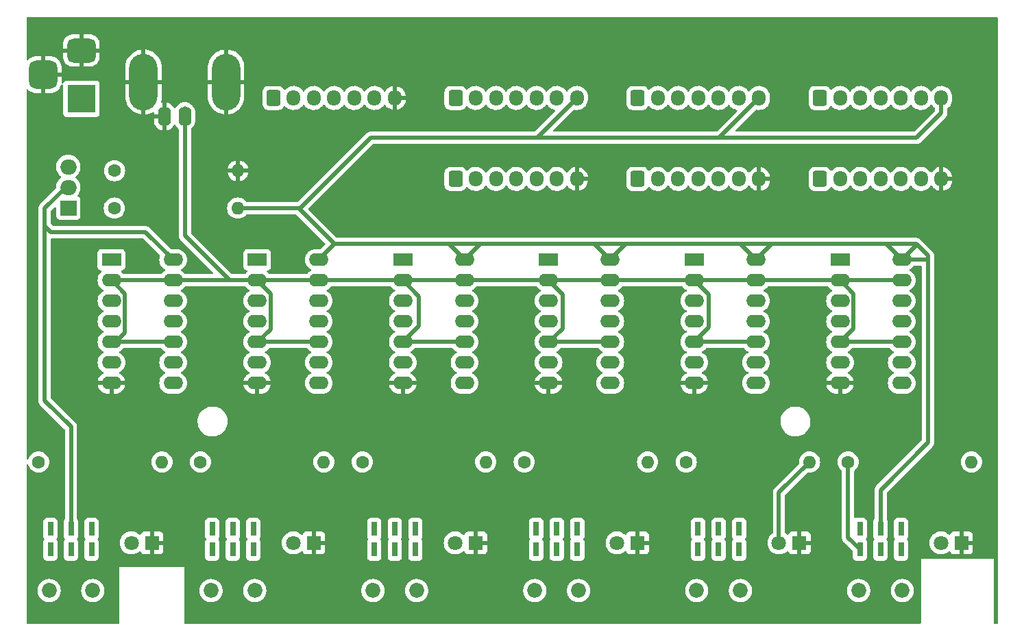
<source format=gbr>
%TF.GenerationSoftware,KiCad,Pcbnew,7.0.6*%
%TF.CreationDate,2023-12-11T13:02:44+00:00*%
%TF.ProjectId,BlankingRelay_Base,426c616e-6b69-46e6-9752-656c61795f42,rev?*%
%TF.SameCoordinates,Original*%
%TF.FileFunction,Copper,L2,Bot*%
%TF.FilePolarity,Positive*%
%FSLAX46Y46*%
G04 Gerber Fmt 4.6, Leading zero omitted, Abs format (unit mm)*
G04 Created by KiCad (PCBNEW 7.0.6) date 2023-12-11 13:02:44*
%MOMM*%
%LPD*%
G01*
G04 APERTURE LIST*
G04 Aperture macros list*
%AMRoundRect*
0 Rectangle with rounded corners*
0 $1 Rounding radius*
0 $2 $3 $4 $5 $6 $7 $8 $9 X,Y pos of 4 corners*
0 Add a 4 corners polygon primitive as box body*
4,1,4,$2,$3,$4,$5,$6,$7,$8,$9,$2,$3,0*
0 Add four circle primitives for the rounded corners*
1,1,$1+$1,$2,$3*
1,1,$1+$1,$4,$5*
1,1,$1+$1,$6,$7*
1,1,$1+$1,$8,$9*
0 Add four rect primitives between the rounded corners*
20,1,$1+$1,$2,$3,$4,$5,0*
20,1,$1+$1,$4,$5,$6,$7,0*
20,1,$1+$1,$6,$7,$8,$9,0*
20,1,$1+$1,$8,$9,$2,$3,0*%
G04 Aperture macros list end*
%TA.AperFunction,ComponentPad*%
%ADD10C,1.600000*%
%TD*%
%TA.AperFunction,ComponentPad*%
%ADD11O,1.600000X1.600000*%
%TD*%
%TA.AperFunction,ComponentPad*%
%ADD12R,1.800000X1.800000*%
%TD*%
%TA.AperFunction,ComponentPad*%
%ADD13C,1.800000*%
%TD*%
%TA.AperFunction,ComponentPad*%
%ADD14R,2.400000X1.600000*%
%TD*%
%TA.AperFunction,ComponentPad*%
%ADD15O,2.400000X1.600000*%
%TD*%
%TA.AperFunction,ComponentPad*%
%ADD16R,0.750000X1.750000*%
%TD*%
%TA.AperFunction,ComponentPad*%
%ADD17C,1.850000*%
%TD*%
%TA.AperFunction,ComponentPad*%
%ADD18O,1.600200X2.499360*%
%TD*%
%TA.AperFunction,ComponentPad*%
%ADD19O,3.500120X7.000240*%
%TD*%
%TA.AperFunction,ComponentPad*%
%ADD20RoundRect,0.250000X-0.600000X-0.725000X0.600000X-0.725000X0.600000X0.725000X-0.600000X0.725000X0*%
%TD*%
%TA.AperFunction,ComponentPad*%
%ADD21O,1.700000X1.950000*%
%TD*%
%TA.AperFunction,ComponentPad*%
%ADD22R,3.500000X3.500000*%
%TD*%
%TA.AperFunction,ComponentPad*%
%ADD23RoundRect,0.750000X-1.000000X0.750000X-1.000000X-0.750000X1.000000X-0.750000X1.000000X0.750000X0*%
%TD*%
%TA.AperFunction,ComponentPad*%
%ADD24RoundRect,0.875000X-0.875000X0.875000X-0.875000X-0.875000X0.875000X-0.875000X0.875000X0.875000X0*%
%TD*%
%TA.AperFunction,ComponentPad*%
%ADD25R,2.000000X1.905000*%
%TD*%
%TA.AperFunction,ComponentPad*%
%ADD26O,2.000000X1.905000*%
%TD*%
%TA.AperFunction,Conductor*%
%ADD27C,0.500000*%
%TD*%
G04 APERTURE END LIST*
D10*
%TO.P,R2,1*%
%TO.N,Net-(SW2-Pad4)*%
X51000000Y-130000000D03*
D11*
%TO.P,R2,2*%
%TO.N,Net-(D2-Pad2)*%
X66240000Y-130000000D03*
%TD*%
D12*
%TO.P,D2,1,K*%
%TO.N,GNDREF*%
X65000000Y-140000000D03*
D13*
%TO.P,D2,2,A*%
%TO.N,Net-(D2-Pad2)*%
X62460000Y-140000000D03*
%TD*%
D14*
%TO.P,U4,1*%
%TO.N,On_13*%
X94000000Y-105000000D03*
D15*
%TO.P,U4,2*%
%TO.N,Blanking_In*%
X94000000Y-107540000D03*
%TO.P,U4,3*%
%TO.N,Blanking_Out13*%
X94000000Y-110080000D03*
%TO.P,U4,4*%
%TO.N,On_14*%
X94000000Y-112620000D03*
%TO.P,U4,5*%
%TO.N,Blanking_In*%
X94000000Y-115160000D03*
%TO.P,U4,6*%
%TO.N,Blanking_Out14*%
X94000000Y-117700000D03*
%TO.P,U4,7,GND*%
%TO.N,GNDREF*%
X94000000Y-120240000D03*
%TO.P,U4,8*%
%TO.N,Blanking_Out16*%
X101620000Y-120240000D03*
%TO.P,U4,9*%
%TO.N,On_16*%
X101620000Y-117700000D03*
%TO.P,U4,10*%
%TO.N,Blanking_In*%
X101620000Y-115160000D03*
%TO.P,U4,11*%
%TO.N,Blanking_Out15*%
X101620000Y-112620000D03*
%TO.P,U4,12*%
%TO.N,On_15*%
X101620000Y-110080000D03*
%TO.P,U4,13*%
%TO.N,Blanking_In*%
X101620000Y-107540000D03*
%TO.P,U4,14,VCC*%
%TO.N,5V*%
X101620000Y-105000000D03*
%TD*%
D16*
%TO.P,SW5,1,A*%
%TO.N,On_5*%
X112460000Y-138280000D03*
%TO.P,SW5,2,B*%
%TO.N,5V*%
X115000000Y-138280000D03*
%TO.P,SW5,3,C*%
%TO.N,unconnected-(SW5-Pad3)*%
X117540000Y-138280000D03*
%TO.P,SW5,4,A*%
%TO.N,Net-(SW5-Pad4)*%
X112460000Y-140820000D03*
%TO.P,SW5,5,B*%
%TO.N,5V*%
X115000000Y-140820000D03*
%TO.P,SW5,6,C*%
%TO.N,unconnected-(SW5-Pad6)*%
X117540000Y-140820000D03*
D17*
%TO.P,SW5,7*%
%TO.N,N/C*%
X112300000Y-145900000D03*
%TO.P,SW5,8*%
X117700000Y-145900000D03*
%TD*%
D10*
%TO.P,R99,1*%
%TO.N,Net-(R98-Pad1)*%
X40386000Y-93980000D03*
D11*
%TO.P,R99,2*%
%TO.N,GNDREF*%
X55626000Y-93980000D03*
%TD*%
D12*
%TO.P,D5,1,K*%
%TO.N,GNDREF*%
X125000000Y-140000000D03*
D13*
%TO.P,D5,2,A*%
%TO.N,Net-(D5-Pad2)*%
X122460000Y-140000000D03*
%TD*%
D12*
%TO.P,D6,1,K*%
%TO.N,GNDREF*%
X145000000Y-140000000D03*
D13*
%TO.P,D6,2,A*%
%TO.N,Net-(D6-Pad2)*%
X142460000Y-140000000D03*
%TD*%
D14*
%TO.P,U5,1*%
%TO.N,On_17*%
X112000000Y-105000000D03*
D15*
%TO.P,U5,2*%
%TO.N,Blanking_In*%
X112000000Y-107540000D03*
%TO.P,U5,3*%
%TO.N,Blanking_Out17*%
X112000000Y-110080000D03*
%TO.P,U5,4*%
%TO.N,On_18*%
X112000000Y-112620000D03*
%TO.P,U5,5*%
%TO.N,Blanking_In*%
X112000000Y-115160000D03*
%TO.P,U5,6*%
%TO.N,Blanking_Out18*%
X112000000Y-117700000D03*
%TO.P,U5,7,GND*%
%TO.N,GNDREF*%
X112000000Y-120240000D03*
%TO.P,U5,8*%
%TO.N,Blanking_Out20*%
X119620000Y-120240000D03*
%TO.P,U5,9*%
%TO.N,On_20*%
X119620000Y-117700000D03*
%TO.P,U5,10*%
%TO.N,Blanking_In*%
X119620000Y-115160000D03*
%TO.P,U5,11*%
%TO.N,Blanking_Out19*%
X119620000Y-112620000D03*
%TO.P,U5,12*%
%TO.N,On_19*%
X119620000Y-110080000D03*
%TO.P,U5,13*%
%TO.N,Blanking_In*%
X119620000Y-107540000D03*
%TO.P,U5,14,VCC*%
%TO.N,5V*%
X119620000Y-105000000D03*
%TD*%
D14*
%TO.P,U2,1*%
%TO.N,On_5*%
X58000000Y-105000000D03*
D15*
%TO.P,U2,2*%
%TO.N,Blanking_In*%
X58000000Y-107540000D03*
%TO.P,U2,3*%
%TO.N,Blanking_Out5*%
X58000000Y-110080000D03*
%TO.P,U2,4*%
%TO.N,On_6*%
X58000000Y-112620000D03*
%TO.P,U2,5*%
%TO.N,Blanking_In*%
X58000000Y-115160000D03*
%TO.P,U2,6*%
%TO.N,Blanking_Out6*%
X58000000Y-117700000D03*
%TO.P,U2,7,GND*%
%TO.N,GNDREF*%
X58000000Y-120240000D03*
%TO.P,U2,8*%
%TO.N,Blanking_Out8*%
X65620000Y-120240000D03*
%TO.P,U2,9*%
%TO.N,On_8*%
X65620000Y-117700000D03*
%TO.P,U2,10*%
%TO.N,Blanking_In*%
X65620000Y-115160000D03*
%TO.P,U2,11*%
%TO.N,Blanking_Out7*%
X65620000Y-112620000D03*
%TO.P,U2,12*%
%TO.N,On_7*%
X65620000Y-110080000D03*
%TO.P,U2,13*%
%TO.N,Blanking_In*%
X65620000Y-107540000D03*
%TO.P,U2,14,VCC*%
%TO.N,5V*%
X65620000Y-105000000D03*
%TD*%
D18*
%TO.P,J2,1,In*%
%TO.N,Blanking_In*%
X49060000Y-87281050D03*
%TO.P,J2,2,Ext*%
%TO.N,GNDREF*%
X46560640Y-87281050D03*
D19*
X54160320Y-83016390D03*
X43962220Y-83016390D03*
%TD*%
D16*
%TO.P,SW2,1,A*%
%TO.N,On_2*%
X52460000Y-138280000D03*
%TO.P,SW2,2,B*%
%TO.N,5V*%
X55000000Y-138280000D03*
%TO.P,SW2,3,C*%
%TO.N,unconnected-(SW2-Pad3)*%
X57540000Y-138280000D03*
%TO.P,SW2,4,A*%
%TO.N,Net-(SW2-Pad4)*%
X52460000Y-140820000D03*
%TO.P,SW2,5,B*%
%TO.N,5V*%
X55000000Y-140820000D03*
%TO.P,SW2,6,C*%
%TO.N,unconnected-(SW2-Pad6)*%
X57540000Y-140820000D03*
D17*
%TO.P,SW2,7*%
%TO.N,N/C*%
X52300000Y-145900000D03*
%TO.P,SW2,8*%
X57700000Y-145900000D03*
%TD*%
D16*
%TO.P,SW4,1,A*%
%TO.N,On_4*%
X92460000Y-138280000D03*
%TO.P,SW4,2,B*%
%TO.N,5V*%
X95000000Y-138280000D03*
%TO.P,SW4,3,C*%
%TO.N,unconnected-(SW4-Pad3)*%
X97540000Y-138280000D03*
%TO.P,SW4,4,A*%
%TO.N,Net-(SW4-Pad4)*%
X92460000Y-140820000D03*
%TO.P,SW4,5,B*%
%TO.N,5V*%
X95000000Y-140820000D03*
%TO.P,SW4,6,C*%
%TO.N,unconnected-(SW4-Pad6)*%
X97540000Y-140820000D03*
D17*
%TO.P,SW4,7*%
%TO.N,N/C*%
X92300000Y-145900000D03*
%TO.P,SW4,8*%
X97700000Y-145900000D03*
%TD*%
D10*
%TO.P,R98,1*%
%TO.N,Net-(R98-Pad1)*%
X40360000Y-98620000D03*
D11*
%TO.P,R98,2*%
%TO.N,5V*%
X55600000Y-98620000D03*
%TD*%
D16*
%TO.P,SW3,1,A*%
%TO.N,On_3*%
X72460000Y-138280000D03*
%TO.P,SW3,2,B*%
%TO.N,5V*%
X75000000Y-138280000D03*
%TO.P,SW3,3,C*%
%TO.N,unconnected-(SW3-Pad3)*%
X77540000Y-138280000D03*
%TO.P,SW3,4,A*%
%TO.N,Net-(SW3-Pad4)*%
X72460000Y-140820000D03*
%TO.P,SW3,5,B*%
%TO.N,5V*%
X75000000Y-140820000D03*
%TO.P,SW3,6,C*%
%TO.N,unconnected-(SW3-Pad6)*%
X77540000Y-140820000D03*
D17*
%TO.P,SW3,7*%
%TO.N,N/C*%
X72300000Y-145900000D03*
%TO.P,SW3,8*%
X77700000Y-145900000D03*
%TD*%
D20*
%TO.P,J6,1,Pin_1*%
%TO.N,Blanking_Out13*%
X105000000Y-95000000D03*
D21*
%TO.P,J6,2,Pin_2*%
%TO.N,Blanking_Out14*%
X107500000Y-95000000D03*
%TO.P,J6,3,Pin_3*%
%TO.N,Blanking_Out15*%
X110000000Y-95000000D03*
%TO.P,J6,4,Pin_4*%
%TO.N,Blanking_Out16*%
X112500000Y-95000000D03*
%TO.P,J6,5,Pin_5*%
%TO.N,Blanking_Out18*%
X115000000Y-95000000D03*
%TO.P,J6,6,Pin_6*%
%TO.N,Blanking_Out17*%
X117500000Y-95000000D03*
%TO.P,J6,7,Pin_7*%
%TO.N,GNDREF*%
X120000000Y-95000000D03*
%TD*%
D10*
%TO.P,R4,1*%
%TO.N,Net-(SW4-Pad4)*%
X91000000Y-130000000D03*
D11*
%TO.P,R4,2*%
%TO.N,Net-(D4-Pad2)*%
X106240000Y-130000000D03*
%TD*%
D14*
%TO.P,U1,1*%
%TO.N,On_1*%
X40000000Y-105000000D03*
D15*
%TO.P,U1,2*%
%TO.N,Blanking_In*%
X40000000Y-107540000D03*
%TO.P,U1,3*%
%TO.N,Blanking_Out1*%
X40000000Y-110080000D03*
%TO.P,U1,4*%
%TO.N,On_2*%
X40000000Y-112620000D03*
%TO.P,U1,5*%
%TO.N,Blanking_In*%
X40000000Y-115160000D03*
%TO.P,U1,6*%
%TO.N,Blanking_Out2*%
X40000000Y-117700000D03*
%TO.P,U1,7,GND*%
%TO.N,GNDREF*%
X40000000Y-120240000D03*
%TO.P,U1,8*%
%TO.N,Blanking_Out4*%
X47620000Y-120240000D03*
%TO.P,U1,9*%
%TO.N,On_4*%
X47620000Y-117700000D03*
%TO.P,U1,10*%
%TO.N,Blanking_In*%
X47620000Y-115160000D03*
%TO.P,U1,11*%
%TO.N,Blanking_Out3*%
X47620000Y-112620000D03*
%TO.P,U1,12*%
%TO.N,On_3*%
X47620000Y-110080000D03*
%TO.P,U1,13*%
%TO.N,Blanking_In*%
X47620000Y-107540000D03*
%TO.P,U1,14,VCC*%
%TO.N,5V*%
X47620000Y-105000000D03*
%TD*%
D10*
%TO.P,R3,1*%
%TO.N,Net-(SW3-Pad4)*%
X71000000Y-130000000D03*
D11*
%TO.P,R3,2*%
%TO.N,Net-(D3-Pad2)*%
X86240000Y-130000000D03*
%TD*%
D12*
%TO.P,D1,1,K*%
%TO.N,GNDREF*%
X45000000Y-140000000D03*
D13*
%TO.P,D1,2,A*%
%TO.N,Net-(D1-Pad2)*%
X42460000Y-140000000D03*
%TD*%
D10*
%TO.P,R5,1*%
%TO.N,Net-(SW5-Pad4)*%
X111000000Y-130000000D03*
D11*
%TO.P,R5,2*%
%TO.N,Net-(D5-Pad2)*%
X126240000Y-130000000D03*
%TD*%
D16*
%TO.P,SW1,1,A*%
%TO.N,On_1*%
X32460000Y-138280000D03*
%TO.P,SW1,2,B*%
%TO.N,5V*%
X35000000Y-138280000D03*
%TO.P,SW1,3,C*%
%TO.N,unconnected-(SW1-Pad3)*%
X37540000Y-138280000D03*
%TO.P,SW1,4,A*%
%TO.N,Net-(SW1-Pad4)*%
X32460000Y-140820000D03*
%TO.P,SW1,5,B*%
%TO.N,5V*%
X35000000Y-140820000D03*
%TO.P,SW1,6,C*%
%TO.N,unconnected-(SW1-Pad6)*%
X37540000Y-140820000D03*
D17*
%TO.P,SW1,7*%
%TO.N,N/C*%
X32300000Y-145900000D03*
%TO.P,SW1,8*%
X37700000Y-145900000D03*
%TD*%
D20*
%TO.P,J8,1,Pin_1*%
%TO.N,Blanking_Out19*%
X127500000Y-95000000D03*
D21*
%TO.P,J8,2,Pin_2*%
%TO.N,Blanking_Out20*%
X130000000Y-95000000D03*
%TO.P,J8,3,Pin_3*%
%TO.N,Blanking_Out21*%
X132500000Y-95000000D03*
%TO.P,J8,4,Pin_4*%
%TO.N,Blanking_Out22*%
X135000000Y-95000000D03*
%TO.P,J8,5,Pin_5*%
%TO.N,Blanking_Out23*%
X137500000Y-95000000D03*
%TO.P,J8,6,Pin_6*%
%TO.N,Blanking_Out24*%
X140000000Y-95000000D03*
%TO.P,J8,7,Pin_7*%
%TO.N,GNDREF*%
X142500000Y-95000000D03*
%TD*%
D20*
%TO.P,J7,1,Pin_1*%
%TO.N,On_13*%
X105000000Y-85000000D03*
D21*
%TO.P,J7,2,Pin_2*%
%TO.N,On_14*%
X107500000Y-85000000D03*
%TO.P,J7,3,Pin_3*%
%TO.N,On_15*%
X110000000Y-85000000D03*
%TO.P,J7,4,Pin_4*%
%TO.N,On_16*%
X112500000Y-85000000D03*
%TO.P,J7,5,Pin_5*%
%TO.N,On_17*%
X115000000Y-85000000D03*
%TO.P,J7,6,Pin_6*%
%TO.N,On_18*%
X117500000Y-85000000D03*
%TO.P,J7,7,Pin_7*%
%TO.N,5V*%
X120000000Y-85000000D03*
%TD*%
D22*
%TO.P,J1,1*%
%TO.N,+9V*%
X36287500Y-85120000D03*
D23*
%TO.P,J1,2*%
%TO.N,GNDREF*%
X36287500Y-79120000D03*
D24*
%TO.P,J1,3*%
X31587500Y-82120000D03*
%TD*%
D20*
%TO.P,J9,1,Pin_1*%
%TO.N,On_19*%
X127500000Y-85000000D03*
D21*
%TO.P,J9,2,Pin_2*%
%TO.N,On_20*%
X130000000Y-85000000D03*
%TO.P,J9,3,Pin_3*%
%TO.N,On_21*%
X132500000Y-85000000D03*
%TO.P,J9,4,Pin_4*%
%TO.N,On_22*%
X135000000Y-85000000D03*
%TO.P,J9,5,Pin_5*%
%TO.N,On_23*%
X137500000Y-85000000D03*
%TO.P,J9,6,Pin_6*%
%TO.N,On_24*%
X140000000Y-85000000D03*
%TO.P,J9,7,Pin_7*%
%TO.N,5V*%
X142500000Y-85000000D03*
%TD*%
D20*
%TO.P,J3,1,Pin_1*%
%TO.N,Blanking_Out1*%
X60000000Y-85000000D03*
D21*
%TO.P,J3,2,Pin_2*%
%TO.N,Blanking_Out2*%
X62500000Y-85000000D03*
%TO.P,J3,3,Pin_3*%
%TO.N,Blanking_Out3*%
X65000000Y-85000000D03*
%TO.P,J3,4,Pin_4*%
%TO.N,Blanking_Out4*%
X67500000Y-85000000D03*
%TO.P,J3,5,Pin_5*%
%TO.N,Blanking_Out5*%
X70000000Y-85000000D03*
%TO.P,J3,6,Pin_6*%
%TO.N,Blanking_Out6*%
X72500000Y-85000000D03*
%TO.P,J3,7,Pin_7*%
%TO.N,GNDREF*%
X75000000Y-85000000D03*
%TD*%
D12*
%TO.P,D4,1,K*%
%TO.N,GNDREF*%
X105000000Y-140000000D03*
D13*
%TO.P,D4,2,A*%
%TO.N,Net-(D4-Pad2)*%
X102460000Y-140000000D03*
%TD*%
D10*
%TO.P,R6,1*%
%TO.N,Net-(SW6-Pad4)*%
X131000000Y-130000000D03*
D11*
%TO.P,R6,2*%
%TO.N,Net-(D6-Pad2)*%
X146240000Y-130000000D03*
%TD*%
D14*
%TO.P,U6,1*%
%TO.N,On_21*%
X130000000Y-105000000D03*
D15*
%TO.P,U6,2*%
%TO.N,Blanking_In*%
X130000000Y-107540000D03*
%TO.P,U6,3*%
%TO.N,Blanking_Out21*%
X130000000Y-110080000D03*
%TO.P,U6,4*%
%TO.N,On_22*%
X130000000Y-112620000D03*
%TO.P,U6,5*%
%TO.N,Blanking_In*%
X130000000Y-115160000D03*
%TO.P,U6,6*%
%TO.N,Blanking_Out22*%
X130000000Y-117700000D03*
%TO.P,U6,7,GND*%
%TO.N,GNDREF*%
X130000000Y-120240000D03*
%TO.P,U6,8*%
%TO.N,Blanking_Out24*%
X137620000Y-120240000D03*
%TO.P,U6,9*%
%TO.N,On_24*%
X137620000Y-117700000D03*
%TO.P,U6,10*%
%TO.N,Blanking_In*%
X137620000Y-115160000D03*
%TO.P,U6,11*%
%TO.N,Blanking_Out23*%
X137620000Y-112620000D03*
%TO.P,U6,12*%
%TO.N,On_23*%
X137620000Y-110080000D03*
%TO.P,U6,13*%
%TO.N,Blanking_In*%
X137620000Y-107540000D03*
%TO.P,U6,14,VCC*%
%TO.N,5V*%
X137620000Y-105000000D03*
%TD*%
D16*
%TO.P,SW6,1,A*%
%TO.N,On_6*%
X132460000Y-138280000D03*
%TO.P,SW6,2,B*%
%TO.N,5V*%
X135000000Y-138280000D03*
%TO.P,SW6,3,C*%
%TO.N,unconnected-(SW6-Pad3)*%
X137540000Y-138280000D03*
%TO.P,SW6,4,A*%
%TO.N,Net-(SW6-Pad4)*%
X132460000Y-140820000D03*
%TO.P,SW6,5,B*%
%TO.N,5V*%
X135000000Y-140820000D03*
%TO.P,SW6,6,C*%
%TO.N,unconnected-(SW6-Pad6)*%
X137540000Y-140820000D03*
D17*
%TO.P,SW6,7*%
%TO.N,N/C*%
X132300000Y-145900000D03*
%TO.P,SW6,8*%
X137700000Y-145900000D03*
%TD*%
D12*
%TO.P,D3,1,K*%
%TO.N,GNDREF*%
X85000000Y-140000000D03*
D13*
%TO.P,D3,2,A*%
%TO.N,Net-(D3-Pad2)*%
X82460000Y-140000000D03*
%TD*%
D20*
%TO.P,J4,1,Pin_1*%
%TO.N,Blanking_Out7*%
X82500000Y-95000000D03*
D21*
%TO.P,J4,2,Pin_2*%
%TO.N,Blanking_Out8*%
X85000000Y-95000000D03*
%TO.P,J4,3,Pin_3*%
%TO.N,Blanking_Out9*%
X87500000Y-95000000D03*
%TO.P,J4,4,Pin_4*%
%TO.N,Blanking_Out10*%
X90000000Y-95000000D03*
%TO.P,J4,5,Pin_5*%
%TO.N,Blanking_Out11*%
X92500000Y-95000000D03*
%TO.P,J4,6,Pin_6*%
%TO.N,Blanking_Out12*%
X95000000Y-95000000D03*
%TO.P,J4,7,Pin_7*%
%TO.N,GNDREF*%
X97500000Y-95000000D03*
%TD*%
D14*
%TO.P,U3,1*%
%TO.N,On_10*%
X76000000Y-105000000D03*
D15*
%TO.P,U3,2*%
%TO.N,Blanking_In*%
X76000000Y-107540000D03*
%TO.P,U3,3*%
%TO.N,Blanking_Out10*%
X76000000Y-110080000D03*
%TO.P,U3,4*%
%TO.N,On_9*%
X76000000Y-112620000D03*
%TO.P,U3,5*%
%TO.N,Blanking_In*%
X76000000Y-115160000D03*
%TO.P,U3,6*%
%TO.N,Blanking_Out9*%
X76000000Y-117700000D03*
%TO.P,U3,7,GND*%
%TO.N,GNDREF*%
X76000000Y-120240000D03*
%TO.P,U3,8*%
%TO.N,Blanking_Out12*%
X83620000Y-120240000D03*
%TO.P,U3,9*%
%TO.N,On_12*%
X83620000Y-117700000D03*
%TO.P,U3,10*%
%TO.N,Blanking_In*%
X83620000Y-115160000D03*
%TO.P,U3,11*%
%TO.N,Blanking_Out11*%
X83620000Y-112620000D03*
%TO.P,U3,12*%
%TO.N,On_11*%
X83620000Y-110080000D03*
%TO.P,U3,13*%
%TO.N,Blanking_In*%
X83620000Y-107540000D03*
%TO.P,U3,14,VCC*%
%TO.N,5V*%
X83620000Y-105000000D03*
%TD*%
D25*
%TO.P,U0,1,ADJ*%
%TO.N,Net-(R98-Pad1)*%
X34675000Y-98590000D03*
D26*
%TO.P,U0,2,VO*%
%TO.N,5V*%
X34675000Y-96050000D03*
%TO.P,U0,3,VI*%
%TO.N,+9V*%
X34675000Y-93510000D03*
%TD*%
D20*
%TO.P,J5,1,Pin_1*%
%TO.N,On_7*%
X82500000Y-85000000D03*
D21*
%TO.P,J5,2,Pin_2*%
%TO.N,On_8*%
X85000000Y-85000000D03*
%TO.P,J5,3,Pin_3*%
%TO.N,On_9*%
X87500000Y-85000000D03*
%TO.P,J5,4,Pin_4*%
%TO.N,On_10*%
X90000000Y-85000000D03*
%TO.P,J5,5,Pin_5*%
%TO.N,On_11*%
X92500000Y-85000000D03*
%TO.P,J5,6,Pin_6*%
%TO.N,On_12*%
X95000000Y-85000000D03*
%TO.P,J5,7,Pin_7*%
%TO.N,5V*%
X97500000Y-85000000D03*
%TD*%
D10*
%TO.P,R1,1*%
%TO.N,Net-(SW1-Pad4)*%
X31000000Y-130000000D03*
D11*
%TO.P,R1,2*%
%TO.N,Net-(D1-Pad2)*%
X46240000Y-130000000D03*
%TD*%
D27*
%TO.N,Net-(D5-Pad2)*%
X122460000Y-133780000D02*
X126240000Y-130000000D01*
X122460000Y-140000000D02*
X122460000Y-133780000D01*
%TO.N,Blanking_In*%
X94000000Y-115160000D02*
X101620000Y-115160000D01*
X94000000Y-107540000D02*
X95719000Y-109259000D01*
X76000000Y-115160000D02*
X83620000Y-115160000D01*
X59649520Y-113578480D02*
X59649520Y-109189520D01*
X94000000Y-115160000D02*
X94058000Y-115160000D01*
X113792000Y-113368000D02*
X112000000Y-115160000D01*
X131649520Y-113510480D02*
X130000000Y-115160000D01*
X47620000Y-115160000D02*
X40000000Y-115160000D01*
X41649520Y-114052480D02*
X41649520Y-109189520D01*
X113792000Y-109332000D02*
X113792000Y-113368000D01*
X40000000Y-115160000D02*
X40542000Y-115160000D01*
X77978000Y-113182000D02*
X77978000Y-109518000D01*
X77978000Y-109518000D02*
X76000000Y-107540000D01*
X93374000Y-107540000D02*
X95000000Y-107540000D01*
X47620000Y-107540000D02*
X40000000Y-107540000D01*
X101620000Y-107540000D02*
X94000000Y-107540000D01*
X95719000Y-109259000D02*
X95719000Y-113499000D01*
X49060000Y-102000000D02*
X54600000Y-107540000D01*
X130000000Y-107540000D02*
X119620000Y-107540000D01*
X58000000Y-115160000D02*
X65620000Y-115160000D01*
X131649520Y-109189520D02*
X131649520Y-113510480D01*
X130000000Y-115160000D02*
X137620000Y-115160000D01*
X40542000Y-115160000D02*
X41649520Y-114052480D01*
X94058000Y-115160000D02*
X95719000Y-113499000D01*
X130000000Y-107540000D02*
X131649520Y-109189520D01*
X112000000Y-107540000D02*
X101620000Y-107540000D01*
X76000000Y-115160000D02*
X77978000Y-113182000D01*
X41649520Y-109189520D02*
X40000000Y-107540000D01*
X112000000Y-107540000D02*
X113792000Y-109332000D01*
X59649520Y-109189520D02*
X59304000Y-108844000D01*
X58000000Y-107540000D02*
X47620000Y-107540000D01*
X65620000Y-107540000D02*
X58000000Y-107540000D01*
X94000000Y-107540000D02*
X83620000Y-107540000D01*
X76000000Y-107540000D02*
X65620000Y-107540000D01*
X58068000Y-115160000D02*
X59649520Y-113578480D01*
X130000000Y-107540000D02*
X137620000Y-107540000D01*
X82620000Y-115160000D02*
X84172000Y-115160000D01*
X58000000Y-115160000D02*
X58068000Y-115160000D01*
X112000000Y-115160000D02*
X119620000Y-115160000D01*
X82620000Y-107540000D02*
X83918000Y-107540000D01*
X76000000Y-107540000D02*
X83620000Y-107540000D01*
X62620000Y-115160000D02*
X64164000Y-115160000D01*
X49060000Y-87281050D02*
X49060000Y-102000000D01*
X119620000Y-107540000D02*
X112000000Y-107540000D01*
X58000000Y-107540000D02*
X59304000Y-108844000D01*
X95000000Y-115160000D02*
X93570000Y-115160000D01*
X54600000Y-107540000D02*
X58000000Y-107540000D01*
%TO.N,5V*%
X87376000Y-89916000D02*
X72018000Y-89916000D01*
X63110000Y-98620000D02*
X55600000Y-98620000D01*
X72018000Y-89916000D02*
X63314000Y-98620000D01*
X139415000Y-103065000D02*
X140857000Y-104507000D01*
X134815000Y-103065000D02*
X135685000Y-103065000D01*
X140857000Y-105015000D02*
X140857000Y-127621000D01*
X121725000Y-103065000D02*
X134815000Y-103065000D01*
X87376000Y-89916000D02*
X113792000Y-89916000D01*
X119620000Y-105000000D02*
X121555000Y-103065000D01*
X92584000Y-89916000D02*
X97500000Y-85000000D01*
X104589000Y-103065000D02*
X107891000Y-103065000D01*
X121555000Y-103065000D02*
X121725000Y-103065000D01*
X99119000Y-103065000D02*
X99685000Y-103065000D01*
X139446000Y-89916000D02*
X142500000Y-86862000D01*
X71569000Y-103065000D02*
X75633000Y-103065000D01*
X34363478Y-96050000D02*
X34675000Y-96050000D01*
X44220000Y-101600000D02*
X47620000Y-105000000D01*
X107891000Y-103065000D02*
X121725000Y-103065000D01*
X135000000Y-133478000D02*
X135000000Y-138280000D01*
X85555000Y-103065000D02*
X85657000Y-103065000D01*
X139415000Y-103205000D02*
X137620000Y-105000000D01*
X81685000Y-103065000D02*
X85657000Y-103065000D01*
X115084000Y-89916000D02*
X120000000Y-85000000D01*
X31750000Y-100838000D02*
X32512000Y-101600000D01*
X139415000Y-103065000D02*
X139415000Y-103205000D01*
X67555000Y-103065000D02*
X63110000Y-98620000D01*
X113792000Y-89916000D02*
X115084000Y-89916000D01*
X31750000Y-98806000D02*
X31750000Y-98663478D01*
X113792000Y-89916000D02*
X139446000Y-89916000D01*
X117685000Y-103065000D02*
X107891000Y-103065000D01*
X31750000Y-98663478D02*
X34363478Y-96050000D01*
X104589000Y-103065000D02*
X103555000Y-103065000D01*
X75633000Y-103065000D02*
X79443000Y-103065000D01*
X69537000Y-103065000D02*
X71569000Y-103065000D01*
X32512000Y-101600000D02*
X44220000Y-101600000D01*
X119620000Y-105000000D02*
X117685000Y-103065000D01*
X99685000Y-103065000D02*
X101620000Y-105000000D01*
X35000000Y-125678000D02*
X31750000Y-122428000D01*
X31750000Y-122428000D02*
X31750000Y-98806000D01*
X83620000Y-105000000D02*
X85555000Y-103065000D01*
X71569000Y-103065000D02*
X67555000Y-103065000D01*
X99119000Y-103065000D02*
X104589000Y-103065000D01*
X142500000Y-86862000D02*
X142500000Y-85000000D01*
X81685000Y-103065000D02*
X75633000Y-103065000D01*
X140842000Y-105000000D02*
X140857000Y-105015000D01*
X35000000Y-138280000D02*
X35000000Y-125678000D01*
X135685000Y-103065000D02*
X137620000Y-105000000D01*
X83620000Y-105000000D02*
X81685000Y-103065000D01*
X67555000Y-103065000D02*
X65620000Y-105000000D01*
X140857000Y-104507000D02*
X140857000Y-105015000D01*
X134815000Y-103065000D02*
X139415000Y-103065000D01*
X31750000Y-98806000D02*
X31750000Y-100838000D01*
X137620000Y-105000000D02*
X140842000Y-105000000D01*
X140857000Y-127621000D02*
X135000000Y-133478000D01*
X103555000Y-103065000D02*
X101620000Y-105000000D01*
X63314000Y-98620000D02*
X55600000Y-98620000D01*
X85657000Y-103065000D02*
X99119000Y-103065000D01*
X87376000Y-89916000D02*
X92584000Y-89916000D01*
%TO.N,Net-(SW6-Pad4)*%
X131000000Y-139360000D02*
X132460000Y-140820000D01*
X131000000Y-130000000D02*
X131000000Y-139360000D01*
%TD*%
%TA.AperFunction,Conductor*%
%TO.N,GNDREF*%
G36*
X149442121Y-75020002D02*
G01*
X149488614Y-75073658D01*
X149500000Y-75126000D01*
X149500000Y-149874000D01*
X149479998Y-149942121D01*
X149426342Y-149988614D01*
X149374000Y-150000000D01*
X149126000Y-150000000D01*
X149057879Y-149979998D01*
X149011386Y-149926342D01*
X149000000Y-149874000D01*
X149000000Y-142000000D01*
X140000000Y-142000000D01*
X140000000Y-149874000D01*
X139979998Y-149942121D01*
X139926342Y-149988614D01*
X139874000Y-150000000D01*
X49126000Y-150000000D01*
X49057879Y-149979998D01*
X49011386Y-149926342D01*
X49000000Y-149874000D01*
X49000000Y-145899999D01*
X50861587Y-145899999D01*
X50866285Y-145956697D01*
X50866500Y-145961902D01*
X50866500Y-146018782D01*
X50875863Y-146074901D01*
X50876506Y-146080066D01*
X50881204Y-146136751D01*
X50881205Y-146136760D01*
X50895170Y-146191909D01*
X50896238Y-146197004D01*
X50902235Y-146232937D01*
X50905602Y-146253110D01*
X50905602Y-146253112D01*
X50905603Y-146253113D01*
X50924074Y-146306918D01*
X50925560Y-146311910D01*
X50939524Y-146367053D01*
X50939525Y-146367057D01*
X50962376Y-146419149D01*
X50964269Y-146424002D01*
X50982740Y-146477803D01*
X50982742Y-146477808D01*
X51009814Y-146527833D01*
X51012101Y-146532511D01*
X51034954Y-146584609D01*
X51034955Y-146584610D01*
X51034958Y-146584616D01*
X51047579Y-146603933D01*
X51066075Y-146632245D01*
X51068725Y-146636692D01*
X51087642Y-146671647D01*
X51095806Y-146686732D01*
X51095814Y-146686745D01*
X51118359Y-146715710D01*
X51130750Y-146731630D01*
X51133765Y-146735853D01*
X51164890Y-146783492D01*
X51203423Y-146825350D01*
X51206778Y-146829312D01*
X51241724Y-146874211D01*
X51241728Y-146874215D01*
X51283576Y-146912737D01*
X51287261Y-146916422D01*
X51325784Y-146958271D01*
X51325788Y-146958274D01*
X51325789Y-146958275D01*
X51370689Y-146993222D01*
X51374650Y-146996577D01*
X51416508Y-147035110D01*
X51464145Y-147066233D01*
X51468361Y-147069243D01*
X51513263Y-147104191D01*
X51563299Y-147131269D01*
X51567765Y-147133931D01*
X51615391Y-147165046D01*
X51615399Y-147165049D01*
X51615400Y-147165050D01*
X51667476Y-147187893D01*
X51672156Y-147190180D01*
X51722186Y-147217255D01*
X51722189Y-147217256D01*
X51722196Y-147217260D01*
X51745130Y-147225133D01*
X51775998Y-147235730D01*
X51780852Y-147237624D01*
X51802275Y-147247021D01*
X51832948Y-147260476D01*
X51888107Y-147274443D01*
X51893071Y-147275921D01*
X51946890Y-147294398D01*
X52003025Y-147303765D01*
X52008087Y-147304827D01*
X52063245Y-147318795D01*
X52119962Y-147323493D01*
X52125084Y-147324132D01*
X52181217Y-147333500D01*
X52181219Y-147333500D01*
X52418781Y-147333500D01*
X52418783Y-147333500D01*
X52474917Y-147324131D01*
X52480033Y-147323494D01*
X52536755Y-147318795D01*
X52591910Y-147304827D01*
X52596993Y-147303762D01*
X52597655Y-147303651D01*
X52653110Y-147294398D01*
X52706942Y-147275916D01*
X52711888Y-147274444D01*
X52767052Y-147260476D01*
X52819168Y-147237613D01*
X52823975Y-147235738D01*
X52877804Y-147217260D01*
X52927840Y-147190180D01*
X52932513Y-147187897D01*
X52934895Y-147186851D01*
X52984609Y-147165046D01*
X53032232Y-147133931D01*
X53036710Y-147131264D01*
X53086737Y-147104191D01*
X53131642Y-147069239D01*
X53135838Y-147066242D01*
X53183492Y-147035110D01*
X53225356Y-146996570D01*
X53229312Y-146993219D01*
X53274211Y-146958275D01*
X53312754Y-146916404D01*
X53316404Y-146912754D01*
X53358275Y-146874211D01*
X53393219Y-146829312D01*
X53396570Y-146825356D01*
X53435110Y-146783492D01*
X53466242Y-146735838D01*
X53469239Y-146731642D01*
X53504191Y-146686737D01*
X53531267Y-146636705D01*
X53533931Y-146632234D01*
X53536227Y-146628718D01*
X53565046Y-146584609D01*
X53587898Y-146532511D01*
X53590185Y-146527833D01*
X53617260Y-146477804D01*
X53635738Y-146423975D01*
X53637613Y-146419168D01*
X53660476Y-146367052D01*
X53674444Y-146311888D01*
X53675916Y-146306942D01*
X53694398Y-146253110D01*
X53703761Y-146196993D01*
X53704828Y-146191909D01*
X53718795Y-146136755D01*
X53723493Y-146080046D01*
X53724137Y-146074893D01*
X53725770Y-146065100D01*
X53733500Y-146018783D01*
X53733500Y-145961901D01*
X53733715Y-145956697D01*
X53733940Y-145953970D01*
X53738413Y-145900000D01*
X53738413Y-145899999D01*
X56261587Y-145899999D01*
X56266285Y-145956697D01*
X56266500Y-145961902D01*
X56266500Y-146018782D01*
X56275863Y-146074901D01*
X56276506Y-146080066D01*
X56281204Y-146136751D01*
X56281205Y-146136760D01*
X56295170Y-146191909D01*
X56296238Y-146197004D01*
X56302235Y-146232937D01*
X56305602Y-146253110D01*
X56305602Y-146253112D01*
X56305603Y-146253113D01*
X56324074Y-146306918D01*
X56325560Y-146311910D01*
X56339524Y-146367053D01*
X56339525Y-146367057D01*
X56362376Y-146419149D01*
X56364269Y-146424002D01*
X56382740Y-146477803D01*
X56382742Y-146477808D01*
X56409814Y-146527833D01*
X56412101Y-146532511D01*
X56434954Y-146584609D01*
X56434955Y-146584610D01*
X56434958Y-146584616D01*
X56447579Y-146603933D01*
X56466075Y-146632245D01*
X56468725Y-146636692D01*
X56487642Y-146671647D01*
X56495806Y-146686732D01*
X56495814Y-146686745D01*
X56518359Y-146715710D01*
X56530750Y-146731630D01*
X56533765Y-146735853D01*
X56564890Y-146783492D01*
X56603423Y-146825350D01*
X56606778Y-146829312D01*
X56641724Y-146874211D01*
X56641728Y-146874215D01*
X56683576Y-146912737D01*
X56687261Y-146916422D01*
X56725784Y-146958271D01*
X56725788Y-146958274D01*
X56725789Y-146958275D01*
X56770689Y-146993222D01*
X56774650Y-146996577D01*
X56816508Y-147035110D01*
X56864145Y-147066233D01*
X56868361Y-147069243D01*
X56913263Y-147104191D01*
X56963299Y-147131269D01*
X56967765Y-147133931D01*
X57015391Y-147165046D01*
X57015399Y-147165049D01*
X57015400Y-147165050D01*
X57067476Y-147187893D01*
X57072156Y-147190180D01*
X57122186Y-147217255D01*
X57122189Y-147217256D01*
X57122196Y-147217260D01*
X57145130Y-147225133D01*
X57175998Y-147235730D01*
X57180852Y-147237624D01*
X57202275Y-147247021D01*
X57232948Y-147260476D01*
X57288107Y-147274443D01*
X57293071Y-147275921D01*
X57346890Y-147294398D01*
X57403025Y-147303765D01*
X57408087Y-147304827D01*
X57463245Y-147318795D01*
X57519962Y-147323493D01*
X57525084Y-147324132D01*
X57581217Y-147333500D01*
X57581219Y-147333500D01*
X57818781Y-147333500D01*
X57818783Y-147333500D01*
X57874917Y-147324131D01*
X57880033Y-147323494D01*
X57936755Y-147318795D01*
X57991910Y-147304827D01*
X57996993Y-147303762D01*
X57997655Y-147303651D01*
X58053110Y-147294398D01*
X58106942Y-147275916D01*
X58111888Y-147274444D01*
X58167052Y-147260476D01*
X58219168Y-147237613D01*
X58223975Y-147235738D01*
X58277804Y-147217260D01*
X58327840Y-147190180D01*
X58332513Y-147187897D01*
X58334895Y-147186851D01*
X58384609Y-147165046D01*
X58432232Y-147133931D01*
X58436710Y-147131264D01*
X58486737Y-147104191D01*
X58531642Y-147069239D01*
X58535838Y-147066242D01*
X58583492Y-147035110D01*
X58625356Y-146996570D01*
X58629312Y-146993219D01*
X58674211Y-146958275D01*
X58712754Y-146916404D01*
X58716404Y-146912754D01*
X58758275Y-146874211D01*
X58793219Y-146829312D01*
X58796570Y-146825356D01*
X58835110Y-146783492D01*
X58866242Y-146735838D01*
X58869239Y-146731642D01*
X58904191Y-146686737D01*
X58931267Y-146636705D01*
X58933931Y-146632234D01*
X58936227Y-146628718D01*
X58965046Y-146584609D01*
X58987898Y-146532511D01*
X58990185Y-146527833D01*
X59017260Y-146477804D01*
X59035738Y-146423975D01*
X59037613Y-146419168D01*
X59060476Y-146367052D01*
X59074444Y-146311888D01*
X59075916Y-146306942D01*
X59094398Y-146253110D01*
X59103761Y-146196993D01*
X59104828Y-146191909D01*
X59118795Y-146136755D01*
X59123493Y-146080046D01*
X59124137Y-146074893D01*
X59125770Y-146065100D01*
X59133500Y-146018783D01*
X59133500Y-145961901D01*
X59133715Y-145956697D01*
X59133940Y-145953970D01*
X59138413Y-145900000D01*
X59138413Y-145899999D01*
X70861587Y-145899999D01*
X70866285Y-145956697D01*
X70866500Y-145961902D01*
X70866500Y-146018782D01*
X70875863Y-146074901D01*
X70876506Y-146080066D01*
X70881204Y-146136751D01*
X70881205Y-146136760D01*
X70895170Y-146191909D01*
X70896238Y-146197004D01*
X70902235Y-146232937D01*
X70905602Y-146253110D01*
X70905602Y-146253112D01*
X70905603Y-146253113D01*
X70924074Y-146306918D01*
X70925560Y-146311910D01*
X70939524Y-146367053D01*
X70939525Y-146367057D01*
X70962376Y-146419149D01*
X70964269Y-146424002D01*
X70982740Y-146477803D01*
X70982742Y-146477808D01*
X71009814Y-146527833D01*
X71012101Y-146532511D01*
X71034954Y-146584609D01*
X71034955Y-146584610D01*
X71034958Y-146584616D01*
X71047579Y-146603933D01*
X71066075Y-146632245D01*
X71068725Y-146636692D01*
X71087642Y-146671647D01*
X71095806Y-146686732D01*
X71095814Y-146686745D01*
X71118359Y-146715710D01*
X71130750Y-146731630D01*
X71133765Y-146735853D01*
X71164890Y-146783492D01*
X71203423Y-146825350D01*
X71206778Y-146829312D01*
X71241724Y-146874211D01*
X71241728Y-146874215D01*
X71283576Y-146912737D01*
X71287261Y-146916422D01*
X71325784Y-146958271D01*
X71325788Y-146958274D01*
X71325789Y-146958275D01*
X71370689Y-146993222D01*
X71374650Y-146996577D01*
X71416508Y-147035110D01*
X71464145Y-147066233D01*
X71468361Y-147069243D01*
X71513263Y-147104191D01*
X71563299Y-147131269D01*
X71567765Y-147133931D01*
X71615391Y-147165046D01*
X71615399Y-147165049D01*
X71615400Y-147165050D01*
X71667476Y-147187893D01*
X71672156Y-147190180D01*
X71722186Y-147217255D01*
X71722189Y-147217256D01*
X71722196Y-147217260D01*
X71745130Y-147225133D01*
X71775998Y-147235730D01*
X71780852Y-147237624D01*
X71802275Y-147247021D01*
X71832948Y-147260476D01*
X71888107Y-147274443D01*
X71893071Y-147275921D01*
X71946890Y-147294398D01*
X72003025Y-147303765D01*
X72008087Y-147304827D01*
X72063245Y-147318795D01*
X72119962Y-147323493D01*
X72125084Y-147324132D01*
X72181217Y-147333500D01*
X72181219Y-147333500D01*
X72418781Y-147333500D01*
X72418783Y-147333500D01*
X72474917Y-147324131D01*
X72480033Y-147323494D01*
X72536755Y-147318795D01*
X72591910Y-147304827D01*
X72596993Y-147303762D01*
X72597655Y-147303651D01*
X72653110Y-147294398D01*
X72706942Y-147275916D01*
X72711888Y-147274444D01*
X72767052Y-147260476D01*
X72819168Y-147237613D01*
X72823975Y-147235738D01*
X72877804Y-147217260D01*
X72927840Y-147190180D01*
X72932513Y-147187897D01*
X72934895Y-147186851D01*
X72984609Y-147165046D01*
X73032232Y-147133931D01*
X73036710Y-147131264D01*
X73086737Y-147104191D01*
X73131642Y-147069239D01*
X73135838Y-147066242D01*
X73183492Y-147035110D01*
X73225356Y-146996570D01*
X73229312Y-146993219D01*
X73274211Y-146958275D01*
X73312754Y-146916404D01*
X73316404Y-146912754D01*
X73358275Y-146874211D01*
X73393219Y-146829312D01*
X73396570Y-146825356D01*
X73435110Y-146783492D01*
X73466242Y-146735838D01*
X73469239Y-146731642D01*
X73504191Y-146686737D01*
X73531267Y-146636705D01*
X73533931Y-146632234D01*
X73536227Y-146628718D01*
X73565046Y-146584609D01*
X73587898Y-146532511D01*
X73590185Y-146527833D01*
X73617260Y-146477804D01*
X73635738Y-146423975D01*
X73637613Y-146419168D01*
X73660476Y-146367052D01*
X73674444Y-146311888D01*
X73675916Y-146306942D01*
X73694398Y-146253110D01*
X73703761Y-146196993D01*
X73704828Y-146191909D01*
X73718795Y-146136755D01*
X73723493Y-146080046D01*
X73724137Y-146074893D01*
X73725770Y-146065100D01*
X73733500Y-146018783D01*
X73733500Y-145961901D01*
X73733715Y-145956697D01*
X73733940Y-145953970D01*
X73738413Y-145900000D01*
X73738413Y-145899999D01*
X76261587Y-145899999D01*
X76266285Y-145956697D01*
X76266500Y-145961902D01*
X76266500Y-146018782D01*
X76275863Y-146074901D01*
X76276506Y-146080066D01*
X76281204Y-146136751D01*
X76281205Y-146136760D01*
X76295170Y-146191909D01*
X76296238Y-146197004D01*
X76302235Y-146232937D01*
X76305602Y-146253110D01*
X76305602Y-146253112D01*
X76305603Y-146253113D01*
X76324074Y-146306918D01*
X76325560Y-146311910D01*
X76339524Y-146367053D01*
X76339525Y-146367057D01*
X76362376Y-146419149D01*
X76364269Y-146424002D01*
X76382740Y-146477803D01*
X76382742Y-146477808D01*
X76409814Y-146527833D01*
X76412101Y-146532511D01*
X76434954Y-146584609D01*
X76434955Y-146584610D01*
X76434958Y-146584616D01*
X76447579Y-146603933D01*
X76466075Y-146632245D01*
X76468725Y-146636692D01*
X76487642Y-146671647D01*
X76495806Y-146686732D01*
X76495814Y-146686745D01*
X76518359Y-146715710D01*
X76530750Y-146731630D01*
X76533765Y-146735853D01*
X76564890Y-146783492D01*
X76603423Y-146825350D01*
X76606778Y-146829312D01*
X76641724Y-146874211D01*
X76641728Y-146874215D01*
X76683576Y-146912737D01*
X76687261Y-146916422D01*
X76725784Y-146958271D01*
X76725788Y-146958274D01*
X76725789Y-146958275D01*
X76770689Y-146993222D01*
X76774650Y-146996577D01*
X76816508Y-147035110D01*
X76864145Y-147066233D01*
X76868361Y-147069243D01*
X76913263Y-147104191D01*
X76963299Y-147131269D01*
X76967765Y-147133931D01*
X77015391Y-147165046D01*
X77015399Y-147165049D01*
X77015400Y-147165050D01*
X77067476Y-147187893D01*
X77072156Y-147190180D01*
X77122186Y-147217255D01*
X77122189Y-147217256D01*
X77122196Y-147217260D01*
X77145130Y-147225133D01*
X77175998Y-147235730D01*
X77180852Y-147237624D01*
X77202275Y-147247021D01*
X77232948Y-147260476D01*
X77288107Y-147274443D01*
X77293071Y-147275921D01*
X77346890Y-147294398D01*
X77403025Y-147303765D01*
X77408087Y-147304827D01*
X77463245Y-147318795D01*
X77519962Y-147323493D01*
X77525084Y-147324132D01*
X77581217Y-147333500D01*
X77581219Y-147333500D01*
X77818781Y-147333500D01*
X77818783Y-147333500D01*
X77874917Y-147324131D01*
X77880033Y-147323494D01*
X77936755Y-147318795D01*
X77991910Y-147304827D01*
X77996993Y-147303762D01*
X77997655Y-147303651D01*
X78053110Y-147294398D01*
X78106942Y-147275916D01*
X78111888Y-147274444D01*
X78167052Y-147260476D01*
X78219168Y-147237613D01*
X78223975Y-147235738D01*
X78277804Y-147217260D01*
X78327840Y-147190180D01*
X78332513Y-147187897D01*
X78334895Y-147186851D01*
X78384609Y-147165046D01*
X78432232Y-147133931D01*
X78436710Y-147131264D01*
X78486737Y-147104191D01*
X78531642Y-147069239D01*
X78535838Y-147066242D01*
X78583492Y-147035110D01*
X78625356Y-146996570D01*
X78629312Y-146993219D01*
X78674211Y-146958275D01*
X78712754Y-146916404D01*
X78716404Y-146912754D01*
X78758275Y-146874211D01*
X78793219Y-146829312D01*
X78796570Y-146825356D01*
X78835110Y-146783492D01*
X78866242Y-146735838D01*
X78869239Y-146731642D01*
X78904191Y-146686737D01*
X78931267Y-146636705D01*
X78933931Y-146632234D01*
X78936227Y-146628718D01*
X78965046Y-146584609D01*
X78987898Y-146532511D01*
X78990185Y-146527833D01*
X79017260Y-146477804D01*
X79035738Y-146423975D01*
X79037613Y-146419168D01*
X79060476Y-146367052D01*
X79074444Y-146311888D01*
X79075916Y-146306942D01*
X79094398Y-146253110D01*
X79103761Y-146196993D01*
X79104828Y-146191909D01*
X79118795Y-146136755D01*
X79123493Y-146080046D01*
X79124137Y-146074893D01*
X79125770Y-146065100D01*
X79133500Y-146018783D01*
X79133500Y-145961901D01*
X79133715Y-145956697D01*
X79133940Y-145953970D01*
X79138413Y-145900000D01*
X79138413Y-145899999D01*
X90861587Y-145899999D01*
X90866285Y-145956697D01*
X90866500Y-145961902D01*
X90866500Y-146018782D01*
X90875863Y-146074901D01*
X90876506Y-146080066D01*
X90881204Y-146136751D01*
X90881205Y-146136760D01*
X90895170Y-146191909D01*
X90896238Y-146197004D01*
X90902235Y-146232937D01*
X90905602Y-146253110D01*
X90905602Y-146253112D01*
X90905603Y-146253113D01*
X90924074Y-146306918D01*
X90925560Y-146311910D01*
X90939524Y-146367053D01*
X90939525Y-146367057D01*
X90962376Y-146419149D01*
X90964269Y-146424002D01*
X90982740Y-146477803D01*
X90982742Y-146477808D01*
X91009814Y-146527833D01*
X91012101Y-146532511D01*
X91034954Y-146584609D01*
X91034955Y-146584610D01*
X91034958Y-146584616D01*
X91047579Y-146603933D01*
X91066075Y-146632245D01*
X91068725Y-146636692D01*
X91087642Y-146671647D01*
X91095806Y-146686732D01*
X91095814Y-146686745D01*
X91118359Y-146715710D01*
X91130750Y-146731630D01*
X91133765Y-146735853D01*
X91164890Y-146783492D01*
X91203423Y-146825350D01*
X91206778Y-146829312D01*
X91241724Y-146874211D01*
X91241728Y-146874215D01*
X91283576Y-146912737D01*
X91287261Y-146916422D01*
X91325784Y-146958271D01*
X91325788Y-146958274D01*
X91325789Y-146958275D01*
X91370689Y-146993222D01*
X91374650Y-146996577D01*
X91416508Y-147035110D01*
X91464145Y-147066233D01*
X91468361Y-147069243D01*
X91513263Y-147104191D01*
X91563299Y-147131269D01*
X91567765Y-147133931D01*
X91615391Y-147165046D01*
X91615399Y-147165049D01*
X91615400Y-147165050D01*
X91667476Y-147187893D01*
X91672156Y-147190180D01*
X91722186Y-147217255D01*
X91722189Y-147217256D01*
X91722196Y-147217260D01*
X91745130Y-147225133D01*
X91775998Y-147235730D01*
X91780852Y-147237624D01*
X91802275Y-147247021D01*
X91832948Y-147260476D01*
X91888107Y-147274443D01*
X91893071Y-147275921D01*
X91946890Y-147294398D01*
X92003025Y-147303765D01*
X92008087Y-147304827D01*
X92063245Y-147318795D01*
X92119962Y-147323493D01*
X92125084Y-147324132D01*
X92181217Y-147333500D01*
X92181219Y-147333500D01*
X92418781Y-147333500D01*
X92418783Y-147333500D01*
X92474917Y-147324131D01*
X92480033Y-147323494D01*
X92536755Y-147318795D01*
X92591910Y-147304827D01*
X92596993Y-147303762D01*
X92597655Y-147303651D01*
X92653110Y-147294398D01*
X92706942Y-147275916D01*
X92711888Y-147274444D01*
X92767052Y-147260476D01*
X92819168Y-147237613D01*
X92823975Y-147235738D01*
X92877804Y-147217260D01*
X92927840Y-147190180D01*
X92932513Y-147187897D01*
X92934895Y-147186851D01*
X92984609Y-147165046D01*
X93032232Y-147133931D01*
X93036710Y-147131264D01*
X93086737Y-147104191D01*
X93131642Y-147069239D01*
X93135838Y-147066242D01*
X93183492Y-147035110D01*
X93225356Y-146996570D01*
X93229312Y-146993219D01*
X93274211Y-146958275D01*
X93312754Y-146916404D01*
X93316404Y-146912754D01*
X93358275Y-146874211D01*
X93393219Y-146829312D01*
X93396570Y-146825356D01*
X93435110Y-146783492D01*
X93466242Y-146735838D01*
X93469239Y-146731642D01*
X93504191Y-146686737D01*
X93531267Y-146636705D01*
X93533931Y-146632234D01*
X93536227Y-146628718D01*
X93565046Y-146584609D01*
X93587898Y-146532511D01*
X93590185Y-146527833D01*
X93617260Y-146477804D01*
X93635738Y-146423975D01*
X93637613Y-146419168D01*
X93660476Y-146367052D01*
X93674444Y-146311888D01*
X93675916Y-146306942D01*
X93694398Y-146253110D01*
X93703761Y-146196993D01*
X93704828Y-146191909D01*
X93718795Y-146136755D01*
X93723493Y-146080046D01*
X93724137Y-146074893D01*
X93725770Y-146065100D01*
X93733500Y-146018783D01*
X93733500Y-145961901D01*
X93733715Y-145956697D01*
X93733940Y-145953970D01*
X93738413Y-145900000D01*
X93738413Y-145899999D01*
X96261587Y-145899999D01*
X96266285Y-145956697D01*
X96266500Y-145961902D01*
X96266500Y-146018782D01*
X96275863Y-146074901D01*
X96276506Y-146080066D01*
X96281204Y-146136751D01*
X96281205Y-146136760D01*
X96295170Y-146191909D01*
X96296238Y-146197004D01*
X96302235Y-146232937D01*
X96305602Y-146253110D01*
X96305602Y-146253112D01*
X96305603Y-146253113D01*
X96324074Y-146306918D01*
X96325560Y-146311910D01*
X96339524Y-146367053D01*
X96339525Y-146367057D01*
X96362376Y-146419149D01*
X96364269Y-146424002D01*
X96382740Y-146477803D01*
X96382742Y-146477808D01*
X96409814Y-146527833D01*
X96412101Y-146532511D01*
X96434954Y-146584609D01*
X96434955Y-146584610D01*
X96434958Y-146584616D01*
X96447579Y-146603933D01*
X96466075Y-146632245D01*
X96468725Y-146636692D01*
X96487642Y-146671647D01*
X96495806Y-146686732D01*
X96495814Y-146686745D01*
X96518359Y-146715710D01*
X96530750Y-146731630D01*
X96533765Y-146735853D01*
X96564890Y-146783492D01*
X96603423Y-146825350D01*
X96606778Y-146829312D01*
X96641724Y-146874211D01*
X96641728Y-146874215D01*
X96683576Y-146912737D01*
X96687261Y-146916422D01*
X96725784Y-146958271D01*
X96725788Y-146958274D01*
X96725789Y-146958275D01*
X96770689Y-146993222D01*
X96774650Y-146996577D01*
X96816508Y-147035110D01*
X96864145Y-147066233D01*
X96868361Y-147069243D01*
X96913263Y-147104191D01*
X96963299Y-147131269D01*
X96967765Y-147133931D01*
X97015391Y-147165046D01*
X97015399Y-147165049D01*
X97015400Y-147165050D01*
X97067476Y-147187893D01*
X97072156Y-147190180D01*
X97122186Y-147217255D01*
X97122189Y-147217256D01*
X97122196Y-147217260D01*
X97145130Y-147225133D01*
X97175998Y-147235730D01*
X97180852Y-147237624D01*
X97202275Y-147247021D01*
X97232948Y-147260476D01*
X97288107Y-147274443D01*
X97293071Y-147275921D01*
X97346890Y-147294398D01*
X97403025Y-147303765D01*
X97408087Y-147304827D01*
X97463245Y-147318795D01*
X97519962Y-147323493D01*
X97525084Y-147324132D01*
X97581217Y-147333500D01*
X97581219Y-147333500D01*
X97818781Y-147333500D01*
X97818783Y-147333500D01*
X97874917Y-147324131D01*
X97880033Y-147323494D01*
X97936755Y-147318795D01*
X97991910Y-147304827D01*
X97996993Y-147303762D01*
X97997655Y-147303651D01*
X98053110Y-147294398D01*
X98106942Y-147275916D01*
X98111888Y-147274444D01*
X98167052Y-147260476D01*
X98219168Y-147237613D01*
X98223975Y-147235738D01*
X98277804Y-147217260D01*
X98327840Y-147190180D01*
X98332513Y-147187897D01*
X98334895Y-147186851D01*
X98384609Y-147165046D01*
X98432232Y-147133931D01*
X98436710Y-147131264D01*
X98486737Y-147104191D01*
X98531642Y-147069239D01*
X98535838Y-147066242D01*
X98583492Y-147035110D01*
X98625356Y-146996570D01*
X98629312Y-146993219D01*
X98674211Y-146958275D01*
X98712754Y-146916404D01*
X98716404Y-146912754D01*
X98758275Y-146874211D01*
X98793219Y-146829312D01*
X98796570Y-146825356D01*
X98835110Y-146783492D01*
X98866242Y-146735838D01*
X98869239Y-146731642D01*
X98904191Y-146686737D01*
X98931267Y-146636705D01*
X98933931Y-146632234D01*
X98936227Y-146628718D01*
X98965046Y-146584609D01*
X98987898Y-146532511D01*
X98990185Y-146527833D01*
X99017260Y-146477804D01*
X99035738Y-146423975D01*
X99037613Y-146419168D01*
X99060476Y-146367052D01*
X99074444Y-146311888D01*
X99075916Y-146306942D01*
X99094398Y-146253110D01*
X99103761Y-146196993D01*
X99104828Y-146191909D01*
X99118795Y-146136755D01*
X99123493Y-146080046D01*
X99124137Y-146074893D01*
X99125770Y-146065100D01*
X99133500Y-146018783D01*
X99133500Y-145961901D01*
X99133715Y-145956697D01*
X99133940Y-145953970D01*
X99138413Y-145900001D01*
X110861587Y-145900001D01*
X110866284Y-145956698D01*
X110866499Y-145961901D01*
X110866499Y-146018782D01*
X110875863Y-146074901D01*
X110876506Y-146080066D01*
X110881204Y-146136751D01*
X110881205Y-146136760D01*
X110895170Y-146191909D01*
X110896238Y-146197004D01*
X110902235Y-146232937D01*
X110905602Y-146253110D01*
X110905602Y-146253112D01*
X110905603Y-146253113D01*
X110924074Y-146306918D01*
X110925560Y-146311910D01*
X110939524Y-146367053D01*
X110939525Y-146367057D01*
X110962376Y-146419149D01*
X110964269Y-146424002D01*
X110982740Y-146477803D01*
X110982742Y-146477808D01*
X111009814Y-146527833D01*
X111012101Y-146532511D01*
X111034954Y-146584609D01*
X111034955Y-146584610D01*
X111034958Y-146584616D01*
X111047579Y-146603933D01*
X111066075Y-146632245D01*
X111068725Y-146636692D01*
X111087642Y-146671647D01*
X111095806Y-146686732D01*
X111095814Y-146686745D01*
X111118359Y-146715710D01*
X111130750Y-146731630D01*
X111133765Y-146735853D01*
X111164890Y-146783492D01*
X111203423Y-146825350D01*
X111206778Y-146829312D01*
X111241724Y-146874211D01*
X111241728Y-146874215D01*
X111283576Y-146912737D01*
X111287261Y-146916422D01*
X111325784Y-146958271D01*
X111325788Y-146958274D01*
X111325789Y-146958275D01*
X111370689Y-146993222D01*
X111374650Y-146996577D01*
X111416508Y-147035110D01*
X111464145Y-147066233D01*
X111468361Y-147069243D01*
X111513263Y-147104191D01*
X111563299Y-147131269D01*
X111567765Y-147133931D01*
X111615391Y-147165046D01*
X111615399Y-147165049D01*
X111615400Y-147165050D01*
X111667476Y-147187893D01*
X111672156Y-147190180D01*
X111722186Y-147217255D01*
X111722189Y-147217256D01*
X111722196Y-147217260D01*
X111745130Y-147225133D01*
X111775998Y-147235730D01*
X111780852Y-147237624D01*
X111802275Y-147247021D01*
X111832948Y-147260476D01*
X111888107Y-147274443D01*
X111893071Y-147275921D01*
X111946890Y-147294398D01*
X112003025Y-147303765D01*
X112008087Y-147304827D01*
X112063245Y-147318795D01*
X112119962Y-147323493D01*
X112125084Y-147324132D01*
X112181217Y-147333500D01*
X112181219Y-147333500D01*
X112418781Y-147333500D01*
X112418783Y-147333500D01*
X112474917Y-147324131D01*
X112480033Y-147323494D01*
X112536755Y-147318795D01*
X112591910Y-147304827D01*
X112596993Y-147303762D01*
X112597655Y-147303651D01*
X112653110Y-147294398D01*
X112706942Y-147275916D01*
X112711888Y-147274444D01*
X112767052Y-147260476D01*
X112819168Y-147237613D01*
X112823975Y-147235738D01*
X112877804Y-147217260D01*
X112927840Y-147190180D01*
X112932513Y-147187897D01*
X112934895Y-147186851D01*
X112984609Y-147165046D01*
X113032232Y-147133931D01*
X113036710Y-147131264D01*
X113086737Y-147104191D01*
X113131642Y-147069239D01*
X113135838Y-147066242D01*
X113183492Y-147035110D01*
X113225356Y-146996570D01*
X113229312Y-146993219D01*
X113274211Y-146958275D01*
X113312754Y-146916404D01*
X113316404Y-146912754D01*
X113358275Y-146874211D01*
X113393219Y-146829312D01*
X113396570Y-146825356D01*
X113435110Y-146783492D01*
X113466242Y-146735838D01*
X113469239Y-146731642D01*
X113504191Y-146686737D01*
X113531267Y-146636705D01*
X113533931Y-146632234D01*
X113536227Y-146628718D01*
X113565046Y-146584609D01*
X113587898Y-146532511D01*
X113590185Y-146527833D01*
X113617260Y-146477804D01*
X113635738Y-146423975D01*
X113637613Y-146419168D01*
X113660476Y-146367052D01*
X113674444Y-146311888D01*
X113675916Y-146306942D01*
X113694398Y-146253110D01*
X113703761Y-146196993D01*
X113704828Y-146191909D01*
X113718795Y-146136755D01*
X113723493Y-146080046D01*
X113724137Y-146074893D01*
X113725770Y-146065100D01*
X113733500Y-146018783D01*
X113733500Y-145961901D01*
X113733715Y-145956697D01*
X113733940Y-145953970D01*
X113738413Y-145900001D01*
X116261587Y-145900001D01*
X116266284Y-145956698D01*
X116266499Y-145961901D01*
X116266499Y-146018782D01*
X116275863Y-146074901D01*
X116276506Y-146080066D01*
X116281204Y-146136751D01*
X116281205Y-146136760D01*
X116295170Y-146191909D01*
X116296238Y-146197004D01*
X116302235Y-146232937D01*
X116305602Y-146253110D01*
X116305602Y-146253112D01*
X116305603Y-146253113D01*
X116324074Y-146306918D01*
X116325560Y-146311910D01*
X116339524Y-146367053D01*
X116339525Y-146367057D01*
X116362376Y-146419149D01*
X116364269Y-146424002D01*
X116382740Y-146477803D01*
X116382742Y-146477808D01*
X116409814Y-146527833D01*
X116412101Y-146532511D01*
X116434954Y-146584609D01*
X116434955Y-146584610D01*
X116434958Y-146584616D01*
X116447579Y-146603933D01*
X116466075Y-146632245D01*
X116468725Y-146636692D01*
X116487642Y-146671647D01*
X116495806Y-146686732D01*
X116495814Y-146686745D01*
X116518359Y-146715710D01*
X116530750Y-146731630D01*
X116533765Y-146735853D01*
X116564890Y-146783492D01*
X116603423Y-146825350D01*
X116606778Y-146829312D01*
X116641724Y-146874211D01*
X116641728Y-146874215D01*
X116683576Y-146912737D01*
X116687261Y-146916422D01*
X116725784Y-146958271D01*
X116725788Y-146958274D01*
X116725789Y-146958275D01*
X116770689Y-146993222D01*
X116774650Y-146996577D01*
X116816508Y-147035110D01*
X116864145Y-147066233D01*
X116868361Y-147069243D01*
X116913263Y-147104191D01*
X116963299Y-147131269D01*
X116967765Y-147133931D01*
X117015391Y-147165046D01*
X117015399Y-147165049D01*
X117015400Y-147165050D01*
X117067476Y-147187893D01*
X117072156Y-147190180D01*
X117122186Y-147217255D01*
X117122189Y-147217256D01*
X117122196Y-147217260D01*
X117145130Y-147225133D01*
X117175998Y-147235730D01*
X117180852Y-147237624D01*
X117202275Y-147247021D01*
X117232948Y-147260476D01*
X117288107Y-147274443D01*
X117293071Y-147275921D01*
X117346890Y-147294398D01*
X117403025Y-147303765D01*
X117408087Y-147304827D01*
X117463245Y-147318795D01*
X117519962Y-147323493D01*
X117525084Y-147324132D01*
X117581217Y-147333500D01*
X117581219Y-147333500D01*
X117818781Y-147333500D01*
X117818783Y-147333500D01*
X117874917Y-147324131D01*
X117880033Y-147323494D01*
X117936755Y-147318795D01*
X117991910Y-147304827D01*
X117996993Y-147303762D01*
X117997655Y-147303651D01*
X118053110Y-147294398D01*
X118106942Y-147275916D01*
X118111888Y-147274444D01*
X118167052Y-147260476D01*
X118219168Y-147237613D01*
X118223975Y-147235738D01*
X118277804Y-147217260D01*
X118327840Y-147190180D01*
X118332513Y-147187897D01*
X118334895Y-147186851D01*
X118384609Y-147165046D01*
X118432232Y-147133931D01*
X118436710Y-147131264D01*
X118486737Y-147104191D01*
X118531642Y-147069239D01*
X118535838Y-147066242D01*
X118583492Y-147035110D01*
X118625356Y-146996570D01*
X118629312Y-146993219D01*
X118674211Y-146958275D01*
X118712754Y-146916404D01*
X118716404Y-146912754D01*
X118758275Y-146874211D01*
X118793219Y-146829312D01*
X118796570Y-146825356D01*
X118835110Y-146783492D01*
X118866242Y-146735838D01*
X118869239Y-146731642D01*
X118904191Y-146686737D01*
X118931267Y-146636705D01*
X118933931Y-146632234D01*
X118936227Y-146628718D01*
X118965046Y-146584609D01*
X118987898Y-146532511D01*
X118990185Y-146527833D01*
X119017260Y-146477804D01*
X119035738Y-146423975D01*
X119037613Y-146419168D01*
X119060476Y-146367052D01*
X119074444Y-146311888D01*
X119075916Y-146306942D01*
X119094398Y-146253110D01*
X119103761Y-146196993D01*
X119104828Y-146191909D01*
X119118795Y-146136755D01*
X119123493Y-146080046D01*
X119124137Y-146074893D01*
X119125770Y-146065100D01*
X119133500Y-146018783D01*
X119133500Y-145961901D01*
X119133715Y-145956697D01*
X119133940Y-145953970D01*
X119138413Y-145900001D01*
X130861587Y-145900001D01*
X130866284Y-145956698D01*
X130866499Y-145961901D01*
X130866499Y-146018782D01*
X130875863Y-146074901D01*
X130876506Y-146080066D01*
X130881204Y-146136751D01*
X130881205Y-146136760D01*
X130895170Y-146191909D01*
X130896238Y-146197004D01*
X130902235Y-146232937D01*
X130905602Y-146253110D01*
X130905602Y-146253112D01*
X130905603Y-146253113D01*
X130924074Y-146306918D01*
X130925560Y-146311910D01*
X130939524Y-146367053D01*
X130939525Y-146367057D01*
X130962376Y-146419149D01*
X130964269Y-146424002D01*
X130982740Y-146477803D01*
X130982742Y-146477808D01*
X131009814Y-146527833D01*
X131012101Y-146532511D01*
X131034954Y-146584609D01*
X131034955Y-146584610D01*
X131034958Y-146584616D01*
X131047579Y-146603933D01*
X131066075Y-146632245D01*
X131068725Y-146636692D01*
X131087642Y-146671647D01*
X131095806Y-146686732D01*
X131095814Y-146686745D01*
X131118359Y-146715710D01*
X131130750Y-146731630D01*
X131133765Y-146735853D01*
X131164890Y-146783492D01*
X131203423Y-146825350D01*
X131206778Y-146829312D01*
X131241724Y-146874211D01*
X131241728Y-146874215D01*
X131283576Y-146912737D01*
X131287261Y-146916422D01*
X131325784Y-146958271D01*
X131325788Y-146958274D01*
X131325789Y-146958275D01*
X131370689Y-146993222D01*
X131374650Y-146996577D01*
X131416508Y-147035110D01*
X131464145Y-147066233D01*
X131468361Y-147069243D01*
X131513263Y-147104191D01*
X131563299Y-147131269D01*
X131567765Y-147133931D01*
X131615391Y-147165046D01*
X131615399Y-147165049D01*
X131615400Y-147165050D01*
X131667476Y-147187893D01*
X131672156Y-147190180D01*
X131722186Y-147217255D01*
X131722189Y-147217256D01*
X131722196Y-147217260D01*
X131745130Y-147225133D01*
X131775998Y-147235730D01*
X131780852Y-147237624D01*
X131802275Y-147247021D01*
X131832948Y-147260476D01*
X131888107Y-147274443D01*
X131893071Y-147275921D01*
X131946890Y-147294398D01*
X132003025Y-147303765D01*
X132008087Y-147304827D01*
X132063245Y-147318795D01*
X132119962Y-147323493D01*
X132125084Y-147324132D01*
X132181217Y-147333500D01*
X132181219Y-147333500D01*
X132418781Y-147333500D01*
X132418783Y-147333500D01*
X132474917Y-147324131D01*
X132480033Y-147323494D01*
X132536755Y-147318795D01*
X132591910Y-147304827D01*
X132596993Y-147303762D01*
X132597655Y-147303651D01*
X132653110Y-147294398D01*
X132706942Y-147275916D01*
X132711888Y-147274444D01*
X132767052Y-147260476D01*
X132819168Y-147237613D01*
X132823975Y-147235738D01*
X132877804Y-147217260D01*
X132927840Y-147190180D01*
X132932513Y-147187897D01*
X132934895Y-147186851D01*
X132984609Y-147165046D01*
X133032232Y-147133931D01*
X133036710Y-147131264D01*
X133086737Y-147104191D01*
X133131642Y-147069239D01*
X133135838Y-147066242D01*
X133183492Y-147035110D01*
X133225356Y-146996570D01*
X133229312Y-146993219D01*
X133274211Y-146958275D01*
X133312754Y-146916404D01*
X133316404Y-146912754D01*
X133358275Y-146874211D01*
X133393219Y-146829312D01*
X133396570Y-146825356D01*
X133435110Y-146783492D01*
X133466242Y-146735838D01*
X133469239Y-146731642D01*
X133504191Y-146686737D01*
X133531267Y-146636705D01*
X133533931Y-146632234D01*
X133536227Y-146628718D01*
X133565046Y-146584609D01*
X133587898Y-146532511D01*
X133590185Y-146527833D01*
X133617260Y-146477804D01*
X133635738Y-146423975D01*
X133637613Y-146419168D01*
X133660476Y-146367052D01*
X133674444Y-146311888D01*
X133675916Y-146306942D01*
X133694398Y-146253110D01*
X133703761Y-146196993D01*
X133704828Y-146191909D01*
X133718795Y-146136755D01*
X133723493Y-146080046D01*
X133724137Y-146074893D01*
X133725770Y-146065100D01*
X133733500Y-146018783D01*
X133733500Y-145961901D01*
X133733715Y-145956697D01*
X133733940Y-145953970D01*
X133738413Y-145900000D01*
X133738413Y-145899999D01*
X136261587Y-145899999D01*
X136266285Y-145956697D01*
X136266500Y-145961902D01*
X136266500Y-146018782D01*
X136275863Y-146074901D01*
X136276506Y-146080066D01*
X136281204Y-146136751D01*
X136281205Y-146136760D01*
X136295170Y-146191909D01*
X136296238Y-146197004D01*
X136302235Y-146232937D01*
X136305602Y-146253110D01*
X136305602Y-146253112D01*
X136305603Y-146253113D01*
X136324074Y-146306918D01*
X136325560Y-146311910D01*
X136339524Y-146367053D01*
X136339525Y-146367057D01*
X136362376Y-146419149D01*
X136364269Y-146424002D01*
X136382740Y-146477803D01*
X136382742Y-146477808D01*
X136409814Y-146527833D01*
X136412101Y-146532511D01*
X136434954Y-146584609D01*
X136434955Y-146584610D01*
X136434958Y-146584616D01*
X136447579Y-146603933D01*
X136466075Y-146632245D01*
X136468725Y-146636692D01*
X136487642Y-146671647D01*
X136495806Y-146686732D01*
X136495814Y-146686745D01*
X136518359Y-146715710D01*
X136530750Y-146731630D01*
X136533765Y-146735853D01*
X136564890Y-146783492D01*
X136603423Y-146825350D01*
X136606778Y-146829312D01*
X136641724Y-146874211D01*
X136641728Y-146874215D01*
X136683576Y-146912737D01*
X136687261Y-146916422D01*
X136725784Y-146958271D01*
X136725788Y-146958274D01*
X136725789Y-146958275D01*
X136770689Y-146993222D01*
X136774650Y-146996577D01*
X136816508Y-147035110D01*
X136864145Y-147066233D01*
X136868361Y-147069243D01*
X136913263Y-147104191D01*
X136963299Y-147131269D01*
X136967765Y-147133931D01*
X137015391Y-147165046D01*
X137015399Y-147165049D01*
X137015400Y-147165050D01*
X137067476Y-147187893D01*
X137072156Y-147190180D01*
X137122186Y-147217255D01*
X137122189Y-147217256D01*
X137122196Y-147217260D01*
X137145130Y-147225133D01*
X137175998Y-147235730D01*
X137180852Y-147237624D01*
X137202275Y-147247021D01*
X137232948Y-147260476D01*
X137288107Y-147274443D01*
X137293071Y-147275921D01*
X137346890Y-147294398D01*
X137403025Y-147303765D01*
X137408087Y-147304827D01*
X137463245Y-147318795D01*
X137519962Y-147323493D01*
X137525084Y-147324132D01*
X137581217Y-147333500D01*
X137581219Y-147333500D01*
X137818781Y-147333500D01*
X137818783Y-147333500D01*
X137874917Y-147324131D01*
X137880033Y-147323494D01*
X137936755Y-147318795D01*
X137991910Y-147304827D01*
X137996993Y-147303762D01*
X137997655Y-147303651D01*
X138053110Y-147294398D01*
X138106942Y-147275916D01*
X138111888Y-147274444D01*
X138167052Y-147260476D01*
X138219168Y-147237613D01*
X138223975Y-147235738D01*
X138277804Y-147217260D01*
X138327840Y-147190180D01*
X138332513Y-147187897D01*
X138334895Y-147186851D01*
X138384609Y-147165046D01*
X138432232Y-147133931D01*
X138436710Y-147131264D01*
X138486737Y-147104191D01*
X138531642Y-147069239D01*
X138535838Y-147066242D01*
X138583492Y-147035110D01*
X138625356Y-146996570D01*
X138629312Y-146993219D01*
X138674211Y-146958275D01*
X138712754Y-146916404D01*
X138716404Y-146912754D01*
X138758275Y-146874211D01*
X138793219Y-146829312D01*
X138796570Y-146825356D01*
X138835110Y-146783492D01*
X138866242Y-146735838D01*
X138869239Y-146731642D01*
X138904191Y-146686737D01*
X138931267Y-146636705D01*
X138933931Y-146632234D01*
X138936227Y-146628718D01*
X138965046Y-146584609D01*
X138987898Y-146532511D01*
X138990185Y-146527833D01*
X139017260Y-146477804D01*
X139035738Y-146423975D01*
X139037613Y-146419168D01*
X139060476Y-146367052D01*
X139074444Y-146311888D01*
X139075916Y-146306942D01*
X139094398Y-146253110D01*
X139103761Y-146196993D01*
X139104828Y-146191909D01*
X139118795Y-146136755D01*
X139123493Y-146080046D01*
X139124137Y-146074893D01*
X139125770Y-146065100D01*
X139133500Y-146018783D01*
X139133500Y-145961901D01*
X139133715Y-145956697D01*
X139133940Y-145953970D01*
X139138413Y-145900000D01*
X139133715Y-145843301D01*
X139133500Y-145838096D01*
X139133500Y-145781220D01*
X139133500Y-145781217D01*
X139124137Y-145725105D01*
X139123493Y-145719952D01*
X139118795Y-145663245D01*
X139104827Y-145608087D01*
X139103765Y-145603025D01*
X139094398Y-145546890D01*
X139075921Y-145493071D01*
X139074441Y-145488099D01*
X139060476Y-145432948D01*
X139047021Y-145402275D01*
X139037624Y-145380852D01*
X139035730Y-145375998D01*
X139017262Y-145322203D01*
X139017261Y-145322200D01*
X139017260Y-145322196D01*
X138990180Y-145272156D01*
X138987893Y-145267476D01*
X138965050Y-145215400D01*
X138965048Y-145215396D01*
X138965046Y-145215391D01*
X138933931Y-145167765D01*
X138931269Y-145163299D01*
X138904191Y-145113263D01*
X138869243Y-145068361D01*
X138866233Y-145064145D01*
X138835110Y-145016508D01*
X138796577Y-144974650D01*
X138793222Y-144970689D01*
X138758275Y-144925789D01*
X138758273Y-144925787D01*
X138758271Y-144925784D01*
X138716422Y-144887261D01*
X138712737Y-144883576D01*
X138674215Y-144841728D01*
X138674211Y-144841724D01*
X138629312Y-144806778D01*
X138625350Y-144803423D01*
X138583492Y-144764890D01*
X138535853Y-144733765D01*
X138531626Y-144730747D01*
X138515710Y-144718359D01*
X138486745Y-144695814D01*
X138486732Y-144695806D01*
X138471647Y-144687642D01*
X138436692Y-144668725D01*
X138432245Y-144666075D01*
X138403933Y-144647579D01*
X138384616Y-144634958D01*
X138384612Y-144634956D01*
X138384609Y-144634954D01*
X138332511Y-144612101D01*
X138327833Y-144609814D01*
X138277808Y-144582742D01*
X138277806Y-144582741D01*
X138277804Y-144582740D01*
X138263120Y-144577699D01*
X138224002Y-144564269D01*
X138219149Y-144562376D01*
X138167057Y-144539525D01*
X138167053Y-144539524D01*
X138111910Y-144525560D01*
X138106918Y-144524074D01*
X138053113Y-144505603D01*
X138053112Y-144505602D01*
X138053110Y-144505602D01*
X138032937Y-144502235D01*
X137997004Y-144496238D01*
X137991910Y-144495170D01*
X137936756Y-144481205D01*
X137936754Y-144481204D01*
X137880061Y-144476506D01*
X137874894Y-144475862D01*
X137825130Y-144467559D01*
X137818783Y-144466500D01*
X137581217Y-144466500D01*
X137575539Y-144467447D01*
X137525104Y-144475862D01*
X137519938Y-144476506D01*
X137463245Y-144481204D01*
X137463240Y-144481205D01*
X137408093Y-144495169D01*
X137402999Y-144496237D01*
X137346890Y-144505602D01*
X137346886Y-144505603D01*
X137293082Y-144524073D01*
X137288092Y-144525559D01*
X137232946Y-144539524D01*
X137232945Y-144539524D01*
X137191937Y-144557512D01*
X137180851Y-144562376D01*
X137176001Y-144564268D01*
X137122200Y-144582738D01*
X137122195Y-144582740D01*
X137072169Y-144609812D01*
X137067492Y-144612099D01*
X137015396Y-144634950D01*
X137015393Y-144634952D01*
X136967771Y-144666064D01*
X136963300Y-144668728D01*
X136913270Y-144695804D01*
X136913262Y-144695809D01*
X136868373Y-144730747D01*
X136864136Y-144733772D01*
X136816506Y-144764891D01*
X136774657Y-144803414D01*
X136770685Y-144806778D01*
X136725793Y-144841721D01*
X136725787Y-144841726D01*
X136687259Y-144883578D01*
X136683578Y-144887259D01*
X136641726Y-144925787D01*
X136641721Y-144925793D01*
X136606778Y-144970685D01*
X136603414Y-144974657D01*
X136564891Y-145016506D01*
X136533772Y-145064136D01*
X136530747Y-145068373D01*
X136495809Y-145113262D01*
X136495804Y-145113270D01*
X136468728Y-145163300D01*
X136466064Y-145167771D01*
X136434952Y-145215393D01*
X136434950Y-145215396D01*
X136412099Y-145267492D01*
X136409812Y-145272169D01*
X136382740Y-145322195D01*
X136382738Y-145322200D01*
X136364268Y-145376001D01*
X136362375Y-145380854D01*
X136339524Y-145432945D01*
X136339524Y-145432946D01*
X136325559Y-145488092D01*
X136324073Y-145493082D01*
X136305603Y-145546886D01*
X136305602Y-145546890D01*
X136296237Y-145602999D01*
X136295169Y-145608093D01*
X136281207Y-145663234D01*
X136281203Y-145663253D01*
X136276506Y-145719932D01*
X136275863Y-145725097D01*
X136266500Y-145781217D01*
X136266500Y-145838096D01*
X136266285Y-145843301D01*
X136261587Y-145899999D01*
X133738413Y-145899999D01*
X133733715Y-145843301D01*
X133733500Y-145838096D01*
X133733500Y-145781220D01*
X133733500Y-145781217D01*
X133724137Y-145725105D01*
X133723493Y-145719952D01*
X133718795Y-145663245D01*
X133704827Y-145608087D01*
X133703765Y-145603025D01*
X133694398Y-145546890D01*
X133675921Y-145493071D01*
X133674441Y-145488099D01*
X133660476Y-145432948D01*
X133647021Y-145402275D01*
X133637624Y-145380852D01*
X133635730Y-145375998D01*
X133617262Y-145322203D01*
X133617261Y-145322200D01*
X133617260Y-145322196D01*
X133590180Y-145272156D01*
X133587893Y-145267476D01*
X133565050Y-145215400D01*
X133565048Y-145215396D01*
X133565046Y-145215391D01*
X133533931Y-145167765D01*
X133531269Y-145163299D01*
X133504191Y-145113263D01*
X133469243Y-145068361D01*
X133466233Y-145064145D01*
X133435110Y-145016508D01*
X133396577Y-144974650D01*
X133393222Y-144970689D01*
X133358275Y-144925789D01*
X133358273Y-144925787D01*
X133358271Y-144925784D01*
X133316422Y-144887261D01*
X133312737Y-144883576D01*
X133274215Y-144841728D01*
X133274211Y-144841724D01*
X133229312Y-144806778D01*
X133225350Y-144803423D01*
X133183492Y-144764890D01*
X133135853Y-144733765D01*
X133131626Y-144730747D01*
X133115710Y-144718359D01*
X133086745Y-144695814D01*
X133086732Y-144695806D01*
X133071647Y-144687642D01*
X133036692Y-144668725D01*
X133032245Y-144666075D01*
X133003933Y-144647579D01*
X132984616Y-144634958D01*
X132984612Y-144634956D01*
X132984609Y-144634954D01*
X132932511Y-144612101D01*
X132927833Y-144609814D01*
X132877808Y-144582742D01*
X132877806Y-144582741D01*
X132877804Y-144582740D01*
X132863120Y-144577699D01*
X132824002Y-144564269D01*
X132819149Y-144562376D01*
X132767057Y-144539525D01*
X132767053Y-144539524D01*
X132711910Y-144525560D01*
X132706918Y-144524074D01*
X132653113Y-144505603D01*
X132653112Y-144505602D01*
X132653110Y-144505602D01*
X132632937Y-144502235D01*
X132597004Y-144496238D01*
X132591910Y-144495170D01*
X132536756Y-144481205D01*
X132536754Y-144481204D01*
X132480061Y-144476506D01*
X132474894Y-144475862D01*
X132425130Y-144467559D01*
X132418783Y-144466500D01*
X132181217Y-144466500D01*
X132175539Y-144467447D01*
X132125104Y-144475862D01*
X132119938Y-144476506D01*
X132063245Y-144481204D01*
X132063240Y-144481205D01*
X132008093Y-144495169D01*
X132002999Y-144496237D01*
X131946890Y-144505602D01*
X131946886Y-144505603D01*
X131893082Y-144524073D01*
X131888092Y-144525559D01*
X131832946Y-144539524D01*
X131832945Y-144539524D01*
X131791937Y-144557512D01*
X131780851Y-144562376D01*
X131776001Y-144564268D01*
X131722200Y-144582738D01*
X131722195Y-144582740D01*
X131672169Y-144609812D01*
X131667492Y-144612099D01*
X131615396Y-144634950D01*
X131615393Y-144634952D01*
X131567771Y-144666064D01*
X131563300Y-144668728D01*
X131513270Y-144695804D01*
X131513262Y-144695809D01*
X131468373Y-144730747D01*
X131464136Y-144733772D01*
X131416506Y-144764891D01*
X131374657Y-144803414D01*
X131370685Y-144806778D01*
X131325793Y-144841721D01*
X131325787Y-144841726D01*
X131287259Y-144883578D01*
X131283578Y-144887259D01*
X131241726Y-144925787D01*
X131241721Y-144925793D01*
X131206778Y-144970685D01*
X131203414Y-144974657D01*
X131164891Y-145016506D01*
X131133772Y-145064136D01*
X131130747Y-145068373D01*
X131095809Y-145113262D01*
X131095804Y-145113270D01*
X131068728Y-145163300D01*
X131066064Y-145167771D01*
X131034952Y-145215393D01*
X131034950Y-145215396D01*
X131012099Y-145267492D01*
X131009812Y-145272169D01*
X130982740Y-145322195D01*
X130982738Y-145322200D01*
X130964268Y-145376001D01*
X130962375Y-145380854D01*
X130939524Y-145432945D01*
X130939524Y-145432946D01*
X130925559Y-145488092D01*
X130924073Y-145493082D01*
X130905603Y-145546886D01*
X130905602Y-145546890D01*
X130896237Y-145602999D01*
X130895169Y-145608093D01*
X130881207Y-145663234D01*
X130881203Y-145663253D01*
X130876506Y-145719932D01*
X130875863Y-145725097D01*
X130866500Y-145781217D01*
X130866500Y-145838096D01*
X130866285Y-145843301D01*
X130861587Y-145900001D01*
X119138413Y-145900001D01*
X119138413Y-145900000D01*
X119133715Y-145843301D01*
X119133500Y-145838096D01*
X119133500Y-145781220D01*
X119133500Y-145781217D01*
X119124137Y-145725105D01*
X119123493Y-145719952D01*
X119118795Y-145663245D01*
X119104827Y-145608087D01*
X119103765Y-145603025D01*
X119094398Y-145546890D01*
X119075921Y-145493071D01*
X119074441Y-145488099D01*
X119060476Y-145432948D01*
X119047021Y-145402275D01*
X119037624Y-145380852D01*
X119035730Y-145375998D01*
X119017262Y-145322203D01*
X119017261Y-145322200D01*
X119017260Y-145322196D01*
X118990180Y-145272156D01*
X118987893Y-145267476D01*
X118965050Y-145215400D01*
X118965048Y-145215396D01*
X118965046Y-145215391D01*
X118933931Y-145167765D01*
X118931269Y-145163299D01*
X118904191Y-145113263D01*
X118869243Y-145068361D01*
X118866233Y-145064145D01*
X118835110Y-145016508D01*
X118796577Y-144974650D01*
X118793222Y-144970689D01*
X118758275Y-144925789D01*
X118758273Y-144925787D01*
X118758271Y-144925784D01*
X118716422Y-144887261D01*
X118712737Y-144883576D01*
X118674215Y-144841728D01*
X118674211Y-144841724D01*
X118629312Y-144806778D01*
X118625350Y-144803423D01*
X118583492Y-144764890D01*
X118535853Y-144733765D01*
X118531626Y-144730747D01*
X118515710Y-144718359D01*
X118486745Y-144695814D01*
X118486732Y-144695806D01*
X118471647Y-144687642D01*
X118436692Y-144668725D01*
X118432245Y-144666075D01*
X118403933Y-144647579D01*
X118384616Y-144634958D01*
X118384612Y-144634956D01*
X118384609Y-144634954D01*
X118332511Y-144612101D01*
X118327833Y-144609814D01*
X118277808Y-144582742D01*
X118277806Y-144582741D01*
X118277804Y-144582740D01*
X118263120Y-144577699D01*
X118224002Y-144564269D01*
X118219149Y-144562376D01*
X118167057Y-144539525D01*
X118167053Y-144539524D01*
X118111910Y-144525560D01*
X118106918Y-144524074D01*
X118053113Y-144505603D01*
X118053112Y-144505602D01*
X118053110Y-144505602D01*
X118032937Y-144502235D01*
X117997004Y-144496238D01*
X117991910Y-144495170D01*
X117936756Y-144481205D01*
X117936754Y-144481204D01*
X117880061Y-144476506D01*
X117874894Y-144475862D01*
X117825130Y-144467559D01*
X117818783Y-144466500D01*
X117581217Y-144466500D01*
X117575539Y-144467447D01*
X117525104Y-144475862D01*
X117519938Y-144476506D01*
X117463245Y-144481204D01*
X117463240Y-144481205D01*
X117408093Y-144495169D01*
X117402999Y-144496237D01*
X117346890Y-144505602D01*
X117346886Y-144505603D01*
X117293082Y-144524073D01*
X117288092Y-144525559D01*
X117232946Y-144539524D01*
X117232945Y-144539524D01*
X117191937Y-144557512D01*
X117180851Y-144562376D01*
X117176001Y-144564268D01*
X117122200Y-144582738D01*
X117122195Y-144582740D01*
X117072169Y-144609812D01*
X117067492Y-144612099D01*
X117015396Y-144634950D01*
X117015393Y-144634952D01*
X116967771Y-144666064D01*
X116963300Y-144668728D01*
X116913270Y-144695804D01*
X116913262Y-144695809D01*
X116868373Y-144730747D01*
X116864136Y-144733772D01*
X116816506Y-144764891D01*
X116774657Y-144803414D01*
X116770685Y-144806778D01*
X116725793Y-144841721D01*
X116725787Y-144841726D01*
X116687259Y-144883578D01*
X116683578Y-144887259D01*
X116641726Y-144925787D01*
X116641721Y-144925793D01*
X116606778Y-144970685D01*
X116603414Y-144974657D01*
X116564891Y-145016506D01*
X116533772Y-145064136D01*
X116530747Y-145068373D01*
X116495809Y-145113262D01*
X116495804Y-145113270D01*
X116468728Y-145163300D01*
X116466064Y-145167771D01*
X116434952Y-145215393D01*
X116434950Y-145215396D01*
X116412099Y-145267492D01*
X116409812Y-145272169D01*
X116382740Y-145322195D01*
X116382738Y-145322200D01*
X116364268Y-145376001D01*
X116362375Y-145380854D01*
X116339524Y-145432945D01*
X116339524Y-145432946D01*
X116325559Y-145488092D01*
X116324073Y-145493082D01*
X116305603Y-145546886D01*
X116305602Y-145546890D01*
X116296237Y-145602999D01*
X116295169Y-145608093D01*
X116281207Y-145663234D01*
X116281203Y-145663253D01*
X116276506Y-145719932D01*
X116275863Y-145725097D01*
X116266500Y-145781217D01*
X116266500Y-145838096D01*
X116266285Y-145843301D01*
X116261587Y-145900001D01*
X113738413Y-145900001D01*
X113738413Y-145900000D01*
X113733715Y-145843301D01*
X113733500Y-145838096D01*
X113733500Y-145781220D01*
X113733500Y-145781217D01*
X113724137Y-145725105D01*
X113723493Y-145719952D01*
X113718795Y-145663245D01*
X113704827Y-145608087D01*
X113703765Y-145603025D01*
X113694398Y-145546890D01*
X113675921Y-145493071D01*
X113674441Y-145488099D01*
X113660476Y-145432948D01*
X113647021Y-145402275D01*
X113637624Y-145380852D01*
X113635730Y-145375998D01*
X113617262Y-145322203D01*
X113617261Y-145322200D01*
X113617260Y-145322196D01*
X113590180Y-145272156D01*
X113587893Y-145267476D01*
X113565050Y-145215400D01*
X113565048Y-145215396D01*
X113565046Y-145215391D01*
X113533931Y-145167765D01*
X113531269Y-145163299D01*
X113504191Y-145113263D01*
X113469243Y-145068361D01*
X113466233Y-145064145D01*
X113435110Y-145016508D01*
X113396577Y-144974650D01*
X113393222Y-144970689D01*
X113358275Y-144925789D01*
X113358273Y-144925787D01*
X113358271Y-144925784D01*
X113316422Y-144887261D01*
X113312737Y-144883576D01*
X113274215Y-144841728D01*
X113274211Y-144841724D01*
X113229312Y-144806778D01*
X113225350Y-144803423D01*
X113183492Y-144764890D01*
X113135853Y-144733765D01*
X113131626Y-144730747D01*
X113115710Y-144718359D01*
X113086745Y-144695814D01*
X113086732Y-144695806D01*
X113071647Y-144687642D01*
X113036692Y-144668725D01*
X113032245Y-144666075D01*
X113003933Y-144647579D01*
X112984616Y-144634958D01*
X112984612Y-144634956D01*
X112984609Y-144634954D01*
X112932511Y-144612101D01*
X112927833Y-144609814D01*
X112877808Y-144582742D01*
X112877806Y-144582741D01*
X112877804Y-144582740D01*
X112863120Y-144577699D01*
X112824002Y-144564269D01*
X112819149Y-144562376D01*
X112767057Y-144539525D01*
X112767053Y-144539524D01*
X112711910Y-144525560D01*
X112706918Y-144524074D01*
X112653113Y-144505603D01*
X112653112Y-144505602D01*
X112653110Y-144505602D01*
X112632937Y-144502235D01*
X112597004Y-144496238D01*
X112591910Y-144495170D01*
X112536756Y-144481205D01*
X112536754Y-144481204D01*
X112480061Y-144476506D01*
X112474894Y-144475862D01*
X112425130Y-144467559D01*
X112418783Y-144466500D01*
X112181217Y-144466500D01*
X112175539Y-144467447D01*
X112125104Y-144475862D01*
X112119938Y-144476506D01*
X112063245Y-144481204D01*
X112063240Y-144481205D01*
X112008093Y-144495169D01*
X112002999Y-144496237D01*
X111946890Y-144505602D01*
X111946886Y-144505603D01*
X111893082Y-144524073D01*
X111888092Y-144525559D01*
X111832946Y-144539524D01*
X111832945Y-144539524D01*
X111791937Y-144557512D01*
X111780851Y-144562376D01*
X111776001Y-144564268D01*
X111722200Y-144582738D01*
X111722195Y-144582740D01*
X111672169Y-144609812D01*
X111667492Y-144612099D01*
X111615396Y-144634950D01*
X111615393Y-144634952D01*
X111567771Y-144666064D01*
X111563300Y-144668728D01*
X111513270Y-144695804D01*
X111513262Y-144695809D01*
X111468373Y-144730747D01*
X111464136Y-144733772D01*
X111416506Y-144764891D01*
X111374657Y-144803414D01*
X111370685Y-144806778D01*
X111325793Y-144841721D01*
X111325787Y-144841726D01*
X111287259Y-144883578D01*
X111283578Y-144887259D01*
X111241726Y-144925787D01*
X111241721Y-144925793D01*
X111206778Y-144970685D01*
X111203414Y-144974657D01*
X111164891Y-145016506D01*
X111133772Y-145064136D01*
X111130747Y-145068373D01*
X111095809Y-145113262D01*
X111095804Y-145113270D01*
X111068728Y-145163300D01*
X111066064Y-145167771D01*
X111034952Y-145215393D01*
X111034950Y-145215396D01*
X111012099Y-145267492D01*
X111009812Y-145272169D01*
X110982740Y-145322195D01*
X110982738Y-145322200D01*
X110964268Y-145376001D01*
X110962375Y-145380854D01*
X110939524Y-145432945D01*
X110939524Y-145432946D01*
X110925559Y-145488092D01*
X110924073Y-145493082D01*
X110905603Y-145546886D01*
X110905602Y-145546890D01*
X110896237Y-145602999D01*
X110895169Y-145608093D01*
X110881207Y-145663234D01*
X110881203Y-145663253D01*
X110876506Y-145719932D01*
X110875863Y-145725097D01*
X110866500Y-145781217D01*
X110866500Y-145838096D01*
X110866285Y-145843301D01*
X110861587Y-145900001D01*
X99138413Y-145900001D01*
X99138413Y-145900000D01*
X99133715Y-145843301D01*
X99133500Y-145838096D01*
X99133500Y-145781220D01*
X99133500Y-145781219D01*
X99133500Y-145781217D01*
X99124137Y-145725105D01*
X99123493Y-145719952D01*
X99118795Y-145663245D01*
X99104827Y-145608087D01*
X99103765Y-145603025D01*
X99094398Y-145546890D01*
X99075921Y-145493071D01*
X99074441Y-145488099D01*
X99060476Y-145432948D01*
X99047021Y-145402275D01*
X99037624Y-145380852D01*
X99035730Y-145375998D01*
X99017262Y-145322203D01*
X99017261Y-145322200D01*
X99017260Y-145322196D01*
X98990180Y-145272156D01*
X98987893Y-145267476D01*
X98965050Y-145215400D01*
X98965048Y-145215396D01*
X98965046Y-145215391D01*
X98933931Y-145167765D01*
X98931269Y-145163299D01*
X98904191Y-145113263D01*
X98869243Y-145068361D01*
X98866233Y-145064145D01*
X98835110Y-145016508D01*
X98796577Y-144974650D01*
X98793222Y-144970689D01*
X98758275Y-144925789D01*
X98758273Y-144925787D01*
X98758271Y-144925784D01*
X98716422Y-144887261D01*
X98712737Y-144883576D01*
X98674215Y-144841728D01*
X98674211Y-144841724D01*
X98629312Y-144806778D01*
X98625350Y-144803423D01*
X98583492Y-144764890D01*
X98535853Y-144733765D01*
X98531626Y-144730747D01*
X98515710Y-144718359D01*
X98486745Y-144695814D01*
X98486732Y-144695806D01*
X98471647Y-144687642D01*
X98436692Y-144668725D01*
X98432245Y-144666075D01*
X98403933Y-144647579D01*
X98384616Y-144634958D01*
X98384612Y-144634956D01*
X98384609Y-144634954D01*
X98332511Y-144612101D01*
X98327833Y-144609814D01*
X98277808Y-144582742D01*
X98277806Y-144582741D01*
X98277804Y-144582740D01*
X98263120Y-144577699D01*
X98224002Y-144564269D01*
X98219149Y-144562376D01*
X98167057Y-144539525D01*
X98167053Y-144539524D01*
X98111910Y-144525560D01*
X98106918Y-144524074D01*
X98053113Y-144505603D01*
X98053112Y-144505602D01*
X98053110Y-144505602D01*
X98032937Y-144502235D01*
X97997004Y-144496238D01*
X97991910Y-144495170D01*
X97936756Y-144481205D01*
X97936754Y-144481204D01*
X97880061Y-144476506D01*
X97874894Y-144475862D01*
X97825130Y-144467559D01*
X97818783Y-144466500D01*
X97581217Y-144466500D01*
X97575539Y-144467447D01*
X97525104Y-144475862D01*
X97519938Y-144476506D01*
X97463245Y-144481204D01*
X97463240Y-144481205D01*
X97408093Y-144495169D01*
X97402999Y-144496237D01*
X97346890Y-144505602D01*
X97346886Y-144505603D01*
X97293082Y-144524073D01*
X97288092Y-144525559D01*
X97232946Y-144539524D01*
X97232945Y-144539524D01*
X97191937Y-144557512D01*
X97180851Y-144562376D01*
X97176001Y-144564268D01*
X97122200Y-144582738D01*
X97122195Y-144582740D01*
X97072169Y-144609812D01*
X97067492Y-144612099D01*
X97015396Y-144634950D01*
X97015393Y-144634952D01*
X96967771Y-144666064D01*
X96963300Y-144668728D01*
X96913270Y-144695804D01*
X96913262Y-144695809D01*
X96868373Y-144730747D01*
X96864136Y-144733772D01*
X96816506Y-144764891D01*
X96774657Y-144803414D01*
X96770685Y-144806778D01*
X96725793Y-144841721D01*
X96725787Y-144841726D01*
X96687259Y-144883578D01*
X96683578Y-144887259D01*
X96641726Y-144925787D01*
X96641721Y-144925793D01*
X96606778Y-144970685D01*
X96603414Y-144974657D01*
X96564891Y-145016506D01*
X96533772Y-145064136D01*
X96530747Y-145068373D01*
X96495809Y-145113262D01*
X96495804Y-145113270D01*
X96468728Y-145163300D01*
X96466064Y-145167771D01*
X96434952Y-145215393D01*
X96434950Y-145215396D01*
X96412099Y-145267492D01*
X96409812Y-145272169D01*
X96382740Y-145322195D01*
X96382738Y-145322200D01*
X96364268Y-145376001D01*
X96362375Y-145380854D01*
X96339524Y-145432945D01*
X96339524Y-145432946D01*
X96325559Y-145488092D01*
X96324073Y-145493082D01*
X96305603Y-145546886D01*
X96305602Y-145546890D01*
X96296237Y-145602999D01*
X96295169Y-145608093D01*
X96281207Y-145663234D01*
X96281203Y-145663253D01*
X96276506Y-145719932D01*
X96275863Y-145725097D01*
X96266500Y-145781217D01*
X96266500Y-145838096D01*
X96266285Y-145843301D01*
X96261587Y-145899999D01*
X93738413Y-145899999D01*
X93733715Y-145843301D01*
X93733500Y-145838096D01*
X93733500Y-145781220D01*
X93733500Y-145781219D01*
X93733500Y-145781217D01*
X93724137Y-145725105D01*
X93723493Y-145719952D01*
X93718795Y-145663245D01*
X93704827Y-145608087D01*
X93703765Y-145603025D01*
X93694398Y-145546890D01*
X93675921Y-145493071D01*
X93674441Y-145488099D01*
X93660476Y-145432948D01*
X93647021Y-145402275D01*
X93637624Y-145380852D01*
X93635730Y-145375998D01*
X93617262Y-145322203D01*
X93617261Y-145322200D01*
X93617260Y-145322196D01*
X93590180Y-145272156D01*
X93587893Y-145267476D01*
X93565050Y-145215400D01*
X93565048Y-145215396D01*
X93565046Y-145215391D01*
X93533931Y-145167765D01*
X93531269Y-145163299D01*
X93504191Y-145113263D01*
X93469243Y-145068361D01*
X93466233Y-145064145D01*
X93435110Y-145016508D01*
X93396577Y-144974650D01*
X93393222Y-144970689D01*
X93358275Y-144925789D01*
X93358273Y-144925787D01*
X93358271Y-144925784D01*
X93316422Y-144887261D01*
X93312737Y-144883576D01*
X93274215Y-144841728D01*
X93274211Y-144841724D01*
X93229312Y-144806778D01*
X93225350Y-144803423D01*
X93183492Y-144764890D01*
X93135853Y-144733765D01*
X93131626Y-144730747D01*
X93115710Y-144718359D01*
X93086745Y-144695814D01*
X93086732Y-144695806D01*
X93071647Y-144687642D01*
X93036692Y-144668725D01*
X93032245Y-144666075D01*
X93003933Y-144647579D01*
X92984616Y-144634958D01*
X92984612Y-144634956D01*
X92984609Y-144634954D01*
X92932511Y-144612101D01*
X92927833Y-144609814D01*
X92877808Y-144582742D01*
X92877806Y-144582741D01*
X92877804Y-144582740D01*
X92863120Y-144577699D01*
X92824002Y-144564269D01*
X92819149Y-144562376D01*
X92767057Y-144539525D01*
X92767053Y-144539524D01*
X92711910Y-144525560D01*
X92706918Y-144524074D01*
X92653113Y-144505603D01*
X92653112Y-144505602D01*
X92653110Y-144505602D01*
X92632937Y-144502235D01*
X92597004Y-144496238D01*
X92591910Y-144495170D01*
X92536756Y-144481205D01*
X92536754Y-144481204D01*
X92480061Y-144476506D01*
X92474894Y-144475862D01*
X92425130Y-144467559D01*
X92418783Y-144466500D01*
X92181217Y-144466500D01*
X92175539Y-144467447D01*
X92125104Y-144475862D01*
X92119938Y-144476506D01*
X92063245Y-144481204D01*
X92063240Y-144481205D01*
X92008093Y-144495169D01*
X92002999Y-144496237D01*
X91946890Y-144505602D01*
X91946886Y-144505603D01*
X91893082Y-144524073D01*
X91888092Y-144525559D01*
X91832946Y-144539524D01*
X91832945Y-144539524D01*
X91791937Y-144557512D01*
X91780851Y-144562376D01*
X91776001Y-144564268D01*
X91722200Y-144582738D01*
X91722195Y-144582740D01*
X91672169Y-144609812D01*
X91667492Y-144612099D01*
X91615396Y-144634950D01*
X91615393Y-144634952D01*
X91567771Y-144666064D01*
X91563300Y-144668728D01*
X91513270Y-144695804D01*
X91513262Y-144695809D01*
X91468373Y-144730747D01*
X91464136Y-144733772D01*
X91416506Y-144764891D01*
X91374657Y-144803414D01*
X91370685Y-144806778D01*
X91325793Y-144841721D01*
X91325787Y-144841726D01*
X91287259Y-144883578D01*
X91283578Y-144887259D01*
X91241726Y-144925787D01*
X91241721Y-144925793D01*
X91206778Y-144970685D01*
X91203414Y-144974657D01*
X91164891Y-145016506D01*
X91133772Y-145064136D01*
X91130747Y-145068373D01*
X91095809Y-145113262D01*
X91095804Y-145113270D01*
X91068728Y-145163300D01*
X91066064Y-145167771D01*
X91034952Y-145215393D01*
X91034950Y-145215396D01*
X91012099Y-145267492D01*
X91009812Y-145272169D01*
X90982740Y-145322195D01*
X90982738Y-145322200D01*
X90964268Y-145376001D01*
X90962375Y-145380854D01*
X90939524Y-145432945D01*
X90939524Y-145432946D01*
X90925559Y-145488092D01*
X90924073Y-145493082D01*
X90905603Y-145546886D01*
X90905602Y-145546890D01*
X90896237Y-145602999D01*
X90895169Y-145608093D01*
X90881207Y-145663234D01*
X90881203Y-145663253D01*
X90876506Y-145719932D01*
X90875863Y-145725097D01*
X90866500Y-145781217D01*
X90866500Y-145838096D01*
X90866285Y-145843301D01*
X90861587Y-145899999D01*
X79138413Y-145899999D01*
X79133715Y-145843301D01*
X79133500Y-145838096D01*
X79133500Y-145781220D01*
X79133500Y-145781217D01*
X79124137Y-145725105D01*
X79123493Y-145719952D01*
X79118795Y-145663245D01*
X79104827Y-145608087D01*
X79103765Y-145603025D01*
X79094398Y-145546890D01*
X79075921Y-145493071D01*
X79074441Y-145488099D01*
X79060476Y-145432948D01*
X79047021Y-145402275D01*
X79037624Y-145380852D01*
X79035730Y-145375998D01*
X79017262Y-145322203D01*
X79017261Y-145322200D01*
X79017260Y-145322196D01*
X78990180Y-145272156D01*
X78987893Y-145267476D01*
X78965050Y-145215400D01*
X78965048Y-145215396D01*
X78965046Y-145215391D01*
X78933931Y-145167765D01*
X78931269Y-145163299D01*
X78904191Y-145113263D01*
X78869243Y-145068361D01*
X78866233Y-145064145D01*
X78835110Y-145016508D01*
X78796577Y-144974650D01*
X78793222Y-144970689D01*
X78758275Y-144925789D01*
X78758273Y-144925787D01*
X78758271Y-144925784D01*
X78716422Y-144887261D01*
X78712737Y-144883576D01*
X78674215Y-144841728D01*
X78674211Y-144841724D01*
X78629312Y-144806778D01*
X78625350Y-144803423D01*
X78583492Y-144764890D01*
X78535853Y-144733765D01*
X78531626Y-144730747D01*
X78515710Y-144718359D01*
X78486745Y-144695814D01*
X78486732Y-144695806D01*
X78471647Y-144687642D01*
X78436692Y-144668725D01*
X78432245Y-144666075D01*
X78403933Y-144647579D01*
X78384616Y-144634958D01*
X78384612Y-144634956D01*
X78384609Y-144634954D01*
X78332511Y-144612101D01*
X78327833Y-144609814D01*
X78277808Y-144582742D01*
X78277806Y-144582741D01*
X78277804Y-144582740D01*
X78263120Y-144577699D01*
X78224002Y-144564269D01*
X78219149Y-144562376D01*
X78167057Y-144539525D01*
X78167053Y-144539524D01*
X78111910Y-144525560D01*
X78106918Y-144524074D01*
X78053113Y-144505603D01*
X78053112Y-144505602D01*
X78053110Y-144505602D01*
X78032937Y-144502235D01*
X77997004Y-144496238D01*
X77991910Y-144495170D01*
X77936756Y-144481205D01*
X77936754Y-144481204D01*
X77880061Y-144476506D01*
X77874894Y-144475862D01*
X77825130Y-144467559D01*
X77818783Y-144466500D01*
X77581217Y-144466500D01*
X77575539Y-144467447D01*
X77525104Y-144475862D01*
X77519938Y-144476506D01*
X77463245Y-144481204D01*
X77463240Y-144481205D01*
X77408093Y-144495169D01*
X77402999Y-144496237D01*
X77346890Y-144505602D01*
X77346886Y-144505603D01*
X77293082Y-144524073D01*
X77288092Y-144525559D01*
X77232946Y-144539524D01*
X77232945Y-144539524D01*
X77191937Y-144557512D01*
X77180851Y-144562376D01*
X77176001Y-144564268D01*
X77122200Y-144582738D01*
X77122195Y-144582740D01*
X77072169Y-144609812D01*
X77067492Y-144612099D01*
X77015396Y-144634950D01*
X77015393Y-144634952D01*
X76967771Y-144666064D01*
X76963300Y-144668728D01*
X76913270Y-144695804D01*
X76913262Y-144695809D01*
X76868373Y-144730747D01*
X76864136Y-144733772D01*
X76816506Y-144764891D01*
X76774657Y-144803414D01*
X76770685Y-144806778D01*
X76725793Y-144841721D01*
X76725787Y-144841726D01*
X76687259Y-144883578D01*
X76683578Y-144887259D01*
X76641726Y-144925787D01*
X76641721Y-144925793D01*
X76606778Y-144970685D01*
X76603414Y-144974657D01*
X76564891Y-145016506D01*
X76533772Y-145064136D01*
X76530747Y-145068373D01*
X76495809Y-145113262D01*
X76495804Y-145113270D01*
X76468728Y-145163300D01*
X76466064Y-145167771D01*
X76434952Y-145215393D01*
X76434950Y-145215396D01*
X76412099Y-145267492D01*
X76409812Y-145272169D01*
X76382740Y-145322195D01*
X76382738Y-145322200D01*
X76364268Y-145376001D01*
X76362375Y-145380854D01*
X76339524Y-145432945D01*
X76339524Y-145432946D01*
X76325559Y-145488092D01*
X76324073Y-145493082D01*
X76305603Y-145546886D01*
X76305602Y-145546890D01*
X76296237Y-145602999D01*
X76295169Y-145608093D01*
X76281207Y-145663234D01*
X76281203Y-145663253D01*
X76276506Y-145719932D01*
X76275863Y-145725097D01*
X76266500Y-145781217D01*
X76266500Y-145838096D01*
X76266285Y-145843301D01*
X76261587Y-145899999D01*
X73738413Y-145899999D01*
X73733715Y-145843301D01*
X73733500Y-145838096D01*
X73733500Y-145781220D01*
X73733500Y-145781217D01*
X73724137Y-145725105D01*
X73723493Y-145719952D01*
X73718795Y-145663245D01*
X73704827Y-145608087D01*
X73703765Y-145603025D01*
X73694398Y-145546890D01*
X73675921Y-145493071D01*
X73674441Y-145488099D01*
X73660476Y-145432948D01*
X73647021Y-145402275D01*
X73637624Y-145380852D01*
X73635730Y-145375998D01*
X73617262Y-145322203D01*
X73617261Y-145322200D01*
X73617260Y-145322196D01*
X73590180Y-145272156D01*
X73587893Y-145267476D01*
X73565050Y-145215400D01*
X73565048Y-145215396D01*
X73565046Y-145215391D01*
X73533931Y-145167765D01*
X73531269Y-145163299D01*
X73504191Y-145113263D01*
X73469243Y-145068361D01*
X73466233Y-145064145D01*
X73435110Y-145016508D01*
X73396577Y-144974650D01*
X73393222Y-144970689D01*
X73358275Y-144925789D01*
X73358273Y-144925787D01*
X73358271Y-144925784D01*
X73316422Y-144887261D01*
X73312737Y-144883576D01*
X73274215Y-144841728D01*
X73274211Y-144841724D01*
X73229312Y-144806778D01*
X73225350Y-144803423D01*
X73183492Y-144764890D01*
X73135853Y-144733765D01*
X73131626Y-144730747D01*
X73115710Y-144718359D01*
X73086745Y-144695814D01*
X73086732Y-144695806D01*
X73071647Y-144687642D01*
X73036692Y-144668725D01*
X73032245Y-144666075D01*
X73003933Y-144647579D01*
X72984616Y-144634958D01*
X72984612Y-144634956D01*
X72984609Y-144634954D01*
X72932511Y-144612101D01*
X72927833Y-144609814D01*
X72877808Y-144582742D01*
X72877806Y-144582741D01*
X72877804Y-144582740D01*
X72863120Y-144577699D01*
X72824002Y-144564269D01*
X72819149Y-144562376D01*
X72767057Y-144539525D01*
X72767053Y-144539524D01*
X72711910Y-144525560D01*
X72706918Y-144524074D01*
X72653113Y-144505603D01*
X72653112Y-144505602D01*
X72653110Y-144505602D01*
X72632937Y-144502235D01*
X72597004Y-144496238D01*
X72591910Y-144495170D01*
X72536756Y-144481205D01*
X72536754Y-144481204D01*
X72480061Y-144476506D01*
X72474894Y-144475862D01*
X72425130Y-144467559D01*
X72418783Y-144466500D01*
X72181217Y-144466500D01*
X72175539Y-144467447D01*
X72125104Y-144475862D01*
X72119938Y-144476506D01*
X72063245Y-144481204D01*
X72063240Y-144481205D01*
X72008093Y-144495169D01*
X72002999Y-144496237D01*
X71946890Y-144505602D01*
X71946886Y-144505603D01*
X71893082Y-144524073D01*
X71888092Y-144525559D01*
X71832946Y-144539524D01*
X71832945Y-144539524D01*
X71791937Y-144557512D01*
X71780851Y-144562376D01*
X71776001Y-144564268D01*
X71722200Y-144582738D01*
X71722195Y-144582740D01*
X71672169Y-144609812D01*
X71667492Y-144612099D01*
X71615396Y-144634950D01*
X71615393Y-144634952D01*
X71567771Y-144666064D01*
X71563300Y-144668728D01*
X71513270Y-144695804D01*
X71513262Y-144695809D01*
X71468373Y-144730747D01*
X71464136Y-144733772D01*
X71416506Y-144764891D01*
X71374657Y-144803414D01*
X71370685Y-144806778D01*
X71325793Y-144841721D01*
X71325787Y-144841726D01*
X71287259Y-144883578D01*
X71283578Y-144887259D01*
X71241726Y-144925787D01*
X71241721Y-144925793D01*
X71206778Y-144970685D01*
X71203414Y-144974657D01*
X71164891Y-145016506D01*
X71133772Y-145064136D01*
X71130747Y-145068373D01*
X71095809Y-145113262D01*
X71095804Y-145113270D01*
X71068728Y-145163300D01*
X71066064Y-145167771D01*
X71034952Y-145215393D01*
X71034950Y-145215396D01*
X71012099Y-145267492D01*
X71009812Y-145272169D01*
X70982740Y-145322195D01*
X70982738Y-145322200D01*
X70964268Y-145376001D01*
X70962375Y-145380854D01*
X70939524Y-145432945D01*
X70939524Y-145432946D01*
X70925559Y-145488092D01*
X70924073Y-145493082D01*
X70905603Y-145546886D01*
X70905602Y-145546890D01*
X70896237Y-145602999D01*
X70895169Y-145608093D01*
X70881207Y-145663234D01*
X70881203Y-145663253D01*
X70876506Y-145719932D01*
X70875863Y-145725097D01*
X70866500Y-145781217D01*
X70866500Y-145838096D01*
X70866285Y-145843301D01*
X70861587Y-145899999D01*
X59138413Y-145899999D01*
X59133715Y-145843301D01*
X59133500Y-145838096D01*
X59133500Y-145781220D01*
X59133500Y-145781217D01*
X59124137Y-145725105D01*
X59123493Y-145719952D01*
X59118795Y-145663245D01*
X59104827Y-145608087D01*
X59103765Y-145603025D01*
X59094398Y-145546890D01*
X59075921Y-145493071D01*
X59074441Y-145488099D01*
X59060476Y-145432948D01*
X59047021Y-145402275D01*
X59037624Y-145380852D01*
X59035730Y-145375998D01*
X59017262Y-145322203D01*
X59017261Y-145322200D01*
X59017260Y-145322196D01*
X58990180Y-145272156D01*
X58987893Y-145267476D01*
X58965050Y-145215400D01*
X58965048Y-145215396D01*
X58965046Y-145215391D01*
X58933931Y-145167765D01*
X58931269Y-145163299D01*
X58904191Y-145113263D01*
X58869243Y-145068361D01*
X58866233Y-145064145D01*
X58835110Y-145016508D01*
X58796577Y-144974650D01*
X58793222Y-144970689D01*
X58758275Y-144925789D01*
X58758273Y-144925787D01*
X58758271Y-144925784D01*
X58716422Y-144887261D01*
X58712737Y-144883576D01*
X58674215Y-144841728D01*
X58674211Y-144841724D01*
X58629312Y-144806778D01*
X58625350Y-144803423D01*
X58583492Y-144764890D01*
X58535853Y-144733765D01*
X58531626Y-144730747D01*
X58515710Y-144718359D01*
X58486745Y-144695814D01*
X58486732Y-144695806D01*
X58471647Y-144687642D01*
X58436692Y-144668725D01*
X58432245Y-144666075D01*
X58403933Y-144647579D01*
X58384616Y-144634958D01*
X58384612Y-144634956D01*
X58384609Y-144634954D01*
X58332511Y-144612101D01*
X58327833Y-144609814D01*
X58277808Y-144582742D01*
X58277806Y-144582741D01*
X58277804Y-144582740D01*
X58263120Y-144577699D01*
X58224002Y-144564269D01*
X58219149Y-144562376D01*
X58167057Y-144539525D01*
X58167053Y-144539524D01*
X58111910Y-144525560D01*
X58106918Y-144524074D01*
X58053113Y-144505603D01*
X58053112Y-144505602D01*
X58053110Y-144505602D01*
X58032937Y-144502235D01*
X57997004Y-144496238D01*
X57991910Y-144495170D01*
X57936756Y-144481205D01*
X57936754Y-144481204D01*
X57880061Y-144476506D01*
X57874894Y-144475862D01*
X57825130Y-144467559D01*
X57818783Y-144466500D01*
X57581217Y-144466500D01*
X57575539Y-144467447D01*
X57525104Y-144475862D01*
X57519938Y-144476506D01*
X57463245Y-144481204D01*
X57463240Y-144481205D01*
X57408093Y-144495169D01*
X57402999Y-144496237D01*
X57346890Y-144505602D01*
X57346886Y-144505603D01*
X57293082Y-144524073D01*
X57288092Y-144525559D01*
X57232946Y-144539524D01*
X57232945Y-144539524D01*
X57191937Y-144557512D01*
X57180851Y-144562376D01*
X57176001Y-144564268D01*
X57122200Y-144582738D01*
X57122195Y-144582740D01*
X57072169Y-144609812D01*
X57067492Y-144612099D01*
X57015396Y-144634950D01*
X57015393Y-144634952D01*
X56967771Y-144666064D01*
X56963300Y-144668728D01*
X56913270Y-144695804D01*
X56913262Y-144695809D01*
X56868373Y-144730747D01*
X56864136Y-144733772D01*
X56816506Y-144764891D01*
X56774657Y-144803414D01*
X56770685Y-144806778D01*
X56725793Y-144841721D01*
X56725787Y-144841726D01*
X56687259Y-144883578D01*
X56683578Y-144887259D01*
X56641726Y-144925787D01*
X56641721Y-144925793D01*
X56606778Y-144970685D01*
X56603414Y-144974657D01*
X56564891Y-145016506D01*
X56533772Y-145064136D01*
X56530747Y-145068373D01*
X56495809Y-145113262D01*
X56495804Y-145113270D01*
X56468728Y-145163300D01*
X56466064Y-145167771D01*
X56434952Y-145215393D01*
X56434950Y-145215396D01*
X56412099Y-145267492D01*
X56409812Y-145272169D01*
X56382740Y-145322195D01*
X56382738Y-145322200D01*
X56364268Y-145376001D01*
X56362375Y-145380854D01*
X56339524Y-145432945D01*
X56339524Y-145432946D01*
X56325559Y-145488092D01*
X56324073Y-145493082D01*
X56305603Y-145546886D01*
X56305602Y-145546890D01*
X56296237Y-145602999D01*
X56295169Y-145608093D01*
X56281207Y-145663234D01*
X56281203Y-145663253D01*
X56276506Y-145719932D01*
X56275863Y-145725097D01*
X56266500Y-145781217D01*
X56266500Y-145838096D01*
X56266285Y-145843301D01*
X56261587Y-145899999D01*
X53738413Y-145899999D01*
X53733715Y-145843301D01*
X53733500Y-145838096D01*
X53733500Y-145781220D01*
X53733500Y-145781217D01*
X53724137Y-145725105D01*
X53723493Y-145719952D01*
X53718795Y-145663245D01*
X53704827Y-145608087D01*
X53703765Y-145603025D01*
X53694398Y-145546890D01*
X53675921Y-145493071D01*
X53674441Y-145488099D01*
X53660476Y-145432948D01*
X53647021Y-145402275D01*
X53637624Y-145380852D01*
X53635730Y-145375998D01*
X53617262Y-145322203D01*
X53617261Y-145322200D01*
X53617260Y-145322196D01*
X53590180Y-145272156D01*
X53587893Y-145267476D01*
X53565050Y-145215400D01*
X53565048Y-145215396D01*
X53565046Y-145215391D01*
X53533931Y-145167765D01*
X53531269Y-145163299D01*
X53504191Y-145113263D01*
X53469243Y-145068361D01*
X53466233Y-145064145D01*
X53435110Y-145016508D01*
X53396577Y-144974650D01*
X53393222Y-144970689D01*
X53358275Y-144925789D01*
X53358273Y-144925787D01*
X53358271Y-144925784D01*
X53316422Y-144887261D01*
X53312737Y-144883576D01*
X53274215Y-144841728D01*
X53274211Y-144841724D01*
X53229312Y-144806778D01*
X53225350Y-144803423D01*
X53183492Y-144764890D01*
X53135853Y-144733765D01*
X53131626Y-144730747D01*
X53115710Y-144718359D01*
X53086745Y-144695814D01*
X53086732Y-144695806D01*
X53071647Y-144687642D01*
X53036692Y-144668725D01*
X53032245Y-144666075D01*
X53003933Y-144647579D01*
X52984616Y-144634958D01*
X52984612Y-144634956D01*
X52984609Y-144634954D01*
X52932511Y-144612101D01*
X52927833Y-144609814D01*
X52877808Y-144582742D01*
X52877806Y-144582741D01*
X52877804Y-144582740D01*
X52863120Y-144577699D01*
X52824002Y-144564269D01*
X52819149Y-144562376D01*
X52767057Y-144539525D01*
X52767053Y-144539524D01*
X52711910Y-144525560D01*
X52706918Y-144524074D01*
X52653113Y-144505603D01*
X52653112Y-144505602D01*
X52653110Y-144505602D01*
X52632937Y-144502235D01*
X52597004Y-144496238D01*
X52591910Y-144495170D01*
X52536756Y-144481205D01*
X52536754Y-144481204D01*
X52480061Y-144476506D01*
X52474894Y-144475862D01*
X52425130Y-144467559D01*
X52418783Y-144466500D01*
X52181217Y-144466500D01*
X52175539Y-144467447D01*
X52125104Y-144475862D01*
X52119938Y-144476506D01*
X52063245Y-144481204D01*
X52063240Y-144481205D01*
X52008093Y-144495169D01*
X52002999Y-144496237D01*
X51946890Y-144505602D01*
X51946886Y-144505603D01*
X51893082Y-144524073D01*
X51888092Y-144525559D01*
X51832946Y-144539524D01*
X51832945Y-144539524D01*
X51791937Y-144557512D01*
X51780851Y-144562376D01*
X51776001Y-144564268D01*
X51722200Y-144582738D01*
X51722195Y-144582740D01*
X51672169Y-144609812D01*
X51667492Y-144612099D01*
X51615396Y-144634950D01*
X51615393Y-144634952D01*
X51567771Y-144666064D01*
X51563300Y-144668728D01*
X51513270Y-144695804D01*
X51513262Y-144695809D01*
X51468373Y-144730747D01*
X51464136Y-144733772D01*
X51416506Y-144764891D01*
X51374657Y-144803414D01*
X51370685Y-144806778D01*
X51325793Y-144841721D01*
X51325787Y-144841726D01*
X51287259Y-144883578D01*
X51283578Y-144887259D01*
X51241726Y-144925787D01*
X51241721Y-144925793D01*
X51206778Y-144970685D01*
X51203414Y-144974657D01*
X51164891Y-145016506D01*
X51133772Y-145064136D01*
X51130747Y-145068373D01*
X51095809Y-145113262D01*
X51095804Y-145113270D01*
X51068728Y-145163300D01*
X51066064Y-145167771D01*
X51034952Y-145215393D01*
X51034950Y-145215396D01*
X51012099Y-145267492D01*
X51009812Y-145272169D01*
X50982740Y-145322195D01*
X50982738Y-145322200D01*
X50964268Y-145376001D01*
X50962375Y-145380854D01*
X50939524Y-145432945D01*
X50939524Y-145432946D01*
X50925559Y-145488092D01*
X50924073Y-145493082D01*
X50905603Y-145546886D01*
X50905602Y-145546890D01*
X50896237Y-145602999D01*
X50895169Y-145608093D01*
X50881207Y-145663234D01*
X50881203Y-145663253D01*
X50876506Y-145719932D01*
X50875863Y-145725097D01*
X50866500Y-145781217D01*
X50866500Y-145838096D01*
X50866285Y-145843301D01*
X50861587Y-145899999D01*
X49000000Y-145899999D01*
X49000000Y-143000000D01*
X41000000Y-143000000D01*
X41000000Y-149874000D01*
X40979998Y-149942121D01*
X40926342Y-149988614D01*
X40874000Y-150000000D01*
X29626000Y-150000000D01*
X29557879Y-149979998D01*
X29511386Y-149926342D01*
X29500000Y-149874000D01*
X29500000Y-145899999D01*
X30861587Y-145899999D01*
X30866285Y-145956697D01*
X30866500Y-145961902D01*
X30866500Y-146018782D01*
X30875863Y-146074901D01*
X30876506Y-146080066D01*
X30881204Y-146136751D01*
X30881205Y-146136760D01*
X30895170Y-146191909D01*
X30896238Y-146197004D01*
X30902235Y-146232937D01*
X30905602Y-146253110D01*
X30905602Y-146253112D01*
X30905603Y-146253113D01*
X30924074Y-146306918D01*
X30925560Y-146311910D01*
X30939524Y-146367053D01*
X30939525Y-146367057D01*
X30962376Y-146419149D01*
X30964269Y-146424002D01*
X30982740Y-146477803D01*
X30982742Y-146477808D01*
X31009814Y-146527833D01*
X31012101Y-146532511D01*
X31034954Y-146584609D01*
X31034955Y-146584610D01*
X31034958Y-146584616D01*
X31047579Y-146603933D01*
X31066075Y-146632245D01*
X31068725Y-146636692D01*
X31087642Y-146671647D01*
X31095806Y-146686732D01*
X31095814Y-146686745D01*
X31118359Y-146715710D01*
X31130750Y-146731630D01*
X31133765Y-146735853D01*
X31164890Y-146783492D01*
X31203423Y-146825350D01*
X31206778Y-146829312D01*
X31241724Y-146874211D01*
X31241728Y-146874215D01*
X31283576Y-146912737D01*
X31287261Y-146916422D01*
X31325784Y-146958271D01*
X31325788Y-146958274D01*
X31325789Y-146958275D01*
X31370689Y-146993222D01*
X31374650Y-146996577D01*
X31416508Y-147035110D01*
X31464145Y-147066233D01*
X31468361Y-147069243D01*
X31513263Y-147104191D01*
X31563299Y-147131269D01*
X31567765Y-147133931D01*
X31615391Y-147165046D01*
X31615399Y-147165049D01*
X31615400Y-147165050D01*
X31667476Y-147187893D01*
X31672156Y-147190180D01*
X31722186Y-147217255D01*
X31722189Y-147217256D01*
X31722196Y-147217260D01*
X31745130Y-147225133D01*
X31775998Y-147235730D01*
X31780852Y-147237624D01*
X31802275Y-147247021D01*
X31832948Y-147260476D01*
X31888107Y-147274443D01*
X31893071Y-147275921D01*
X31946890Y-147294398D01*
X32003025Y-147303765D01*
X32008087Y-147304827D01*
X32063245Y-147318795D01*
X32119962Y-147323493D01*
X32125084Y-147324132D01*
X32181217Y-147333500D01*
X32181219Y-147333500D01*
X32418781Y-147333500D01*
X32418783Y-147333500D01*
X32474917Y-147324131D01*
X32480033Y-147323494D01*
X32536755Y-147318795D01*
X32591910Y-147304827D01*
X32596993Y-147303762D01*
X32597655Y-147303651D01*
X32653110Y-147294398D01*
X32706942Y-147275916D01*
X32711888Y-147274444D01*
X32767052Y-147260476D01*
X32819168Y-147237613D01*
X32823975Y-147235738D01*
X32877804Y-147217260D01*
X32927840Y-147190180D01*
X32932513Y-147187897D01*
X32934895Y-147186851D01*
X32984609Y-147165046D01*
X33032232Y-147133931D01*
X33036710Y-147131264D01*
X33086737Y-147104191D01*
X33131642Y-147069239D01*
X33135838Y-147066242D01*
X33183492Y-147035110D01*
X33225356Y-146996570D01*
X33229312Y-146993219D01*
X33274211Y-146958275D01*
X33312754Y-146916404D01*
X33316404Y-146912754D01*
X33358275Y-146874211D01*
X33393219Y-146829312D01*
X33396570Y-146825356D01*
X33435110Y-146783492D01*
X33466242Y-146735838D01*
X33469239Y-146731642D01*
X33504191Y-146686737D01*
X33531267Y-146636705D01*
X33533931Y-146632234D01*
X33536227Y-146628718D01*
X33565046Y-146584609D01*
X33587898Y-146532511D01*
X33590185Y-146527833D01*
X33617260Y-146477804D01*
X33635738Y-146423975D01*
X33637613Y-146419168D01*
X33660476Y-146367052D01*
X33674444Y-146311888D01*
X33675916Y-146306942D01*
X33694398Y-146253110D01*
X33703761Y-146196993D01*
X33704828Y-146191909D01*
X33718795Y-146136755D01*
X33723493Y-146080046D01*
X33724137Y-146074893D01*
X33725770Y-146065100D01*
X33733500Y-146018783D01*
X33733500Y-145961901D01*
X33733715Y-145956697D01*
X33733940Y-145953970D01*
X33738413Y-145900000D01*
X33738413Y-145899999D01*
X36261587Y-145899999D01*
X36266285Y-145956697D01*
X36266500Y-145961902D01*
X36266500Y-146018782D01*
X36275863Y-146074901D01*
X36276506Y-146080066D01*
X36281204Y-146136751D01*
X36281205Y-146136760D01*
X36295170Y-146191909D01*
X36296238Y-146197004D01*
X36302235Y-146232937D01*
X36305602Y-146253110D01*
X36305602Y-146253112D01*
X36305603Y-146253113D01*
X36324074Y-146306918D01*
X36325560Y-146311910D01*
X36339524Y-146367053D01*
X36339525Y-146367057D01*
X36362376Y-146419149D01*
X36364269Y-146424002D01*
X36382740Y-146477803D01*
X36382742Y-146477808D01*
X36409814Y-146527833D01*
X36412101Y-146532511D01*
X36434954Y-146584609D01*
X36434955Y-146584610D01*
X36434958Y-146584616D01*
X36447579Y-146603933D01*
X36466075Y-146632245D01*
X36468725Y-146636692D01*
X36487642Y-146671647D01*
X36495806Y-146686732D01*
X36495814Y-146686745D01*
X36518359Y-146715710D01*
X36530750Y-146731630D01*
X36533765Y-146735853D01*
X36564890Y-146783492D01*
X36603423Y-146825350D01*
X36606778Y-146829312D01*
X36641724Y-146874211D01*
X36641728Y-146874215D01*
X36683576Y-146912737D01*
X36687261Y-146916422D01*
X36725784Y-146958271D01*
X36725788Y-146958274D01*
X36725789Y-146958275D01*
X36770689Y-146993222D01*
X36774650Y-146996577D01*
X36816508Y-147035110D01*
X36864145Y-147066233D01*
X36868361Y-147069243D01*
X36913263Y-147104191D01*
X36963299Y-147131269D01*
X36967765Y-147133931D01*
X37015391Y-147165046D01*
X37015399Y-147165049D01*
X37015400Y-147165050D01*
X37067476Y-147187893D01*
X37072156Y-147190180D01*
X37122186Y-147217255D01*
X37122189Y-147217256D01*
X37122196Y-147217260D01*
X37145130Y-147225133D01*
X37175998Y-147235730D01*
X37180852Y-147237624D01*
X37202275Y-147247021D01*
X37232948Y-147260476D01*
X37288107Y-147274443D01*
X37293071Y-147275921D01*
X37346890Y-147294398D01*
X37403025Y-147303765D01*
X37408087Y-147304827D01*
X37463245Y-147318795D01*
X37519962Y-147323493D01*
X37525084Y-147324132D01*
X37581217Y-147333500D01*
X37581219Y-147333500D01*
X37818781Y-147333500D01*
X37818783Y-147333500D01*
X37874917Y-147324131D01*
X37880033Y-147323494D01*
X37936755Y-147318795D01*
X37991910Y-147304827D01*
X37996993Y-147303762D01*
X37997655Y-147303651D01*
X38053110Y-147294398D01*
X38106942Y-147275916D01*
X38111888Y-147274444D01*
X38167052Y-147260476D01*
X38219168Y-147237613D01*
X38223975Y-147235738D01*
X38277804Y-147217260D01*
X38327840Y-147190180D01*
X38332513Y-147187897D01*
X38334895Y-147186851D01*
X38384609Y-147165046D01*
X38432232Y-147133931D01*
X38436710Y-147131264D01*
X38486737Y-147104191D01*
X38531642Y-147069239D01*
X38535838Y-147066242D01*
X38583492Y-147035110D01*
X38625356Y-146996570D01*
X38629312Y-146993219D01*
X38674211Y-146958275D01*
X38712754Y-146916404D01*
X38716404Y-146912754D01*
X38758275Y-146874211D01*
X38793219Y-146829312D01*
X38796570Y-146825356D01*
X38835110Y-146783492D01*
X38866242Y-146735838D01*
X38869239Y-146731642D01*
X38904191Y-146686737D01*
X38931267Y-146636705D01*
X38933931Y-146632234D01*
X38936227Y-146628718D01*
X38965046Y-146584609D01*
X38987898Y-146532511D01*
X38990185Y-146527833D01*
X39017260Y-146477804D01*
X39035738Y-146423975D01*
X39037613Y-146419168D01*
X39060476Y-146367052D01*
X39074444Y-146311888D01*
X39075916Y-146306942D01*
X39094398Y-146253110D01*
X39103761Y-146196993D01*
X39104828Y-146191909D01*
X39118795Y-146136755D01*
X39123493Y-146080046D01*
X39124137Y-146074893D01*
X39125770Y-146065100D01*
X39133500Y-146018783D01*
X39133500Y-145961901D01*
X39133715Y-145956697D01*
X39133940Y-145953970D01*
X39138413Y-145900000D01*
X39133715Y-145843301D01*
X39133500Y-145838096D01*
X39133500Y-145781220D01*
X39133500Y-145781217D01*
X39124137Y-145725105D01*
X39123493Y-145719952D01*
X39118795Y-145663245D01*
X39104827Y-145608087D01*
X39103765Y-145603025D01*
X39094398Y-145546890D01*
X39075921Y-145493071D01*
X39074441Y-145488099D01*
X39060476Y-145432948D01*
X39047021Y-145402275D01*
X39037624Y-145380852D01*
X39035730Y-145375998D01*
X39017262Y-145322203D01*
X39017261Y-145322200D01*
X39017260Y-145322196D01*
X38990180Y-145272156D01*
X38987893Y-145267476D01*
X38965050Y-145215400D01*
X38965048Y-145215396D01*
X38965046Y-145215391D01*
X38933931Y-145167765D01*
X38931269Y-145163299D01*
X38904191Y-145113263D01*
X38869243Y-145068361D01*
X38866233Y-145064145D01*
X38835110Y-145016508D01*
X38796577Y-144974650D01*
X38793222Y-144970689D01*
X38758275Y-144925789D01*
X38758273Y-144925787D01*
X38758271Y-144925784D01*
X38716422Y-144887261D01*
X38712737Y-144883576D01*
X38674215Y-144841728D01*
X38674211Y-144841724D01*
X38629312Y-144806778D01*
X38625350Y-144803423D01*
X38583492Y-144764890D01*
X38535853Y-144733765D01*
X38531626Y-144730747D01*
X38515710Y-144718359D01*
X38486745Y-144695814D01*
X38486732Y-144695806D01*
X38471647Y-144687642D01*
X38436692Y-144668725D01*
X38432245Y-144666075D01*
X38403933Y-144647579D01*
X38384616Y-144634958D01*
X38384612Y-144634956D01*
X38384609Y-144634954D01*
X38332511Y-144612101D01*
X38327833Y-144609814D01*
X38277808Y-144582742D01*
X38277806Y-144582741D01*
X38277804Y-144582740D01*
X38263120Y-144577699D01*
X38224002Y-144564269D01*
X38219149Y-144562376D01*
X38167057Y-144539525D01*
X38167053Y-144539524D01*
X38111910Y-144525560D01*
X38106918Y-144524074D01*
X38053113Y-144505603D01*
X38053112Y-144505602D01*
X38053110Y-144505602D01*
X38032937Y-144502235D01*
X37997004Y-144496238D01*
X37991910Y-144495170D01*
X37936756Y-144481205D01*
X37936754Y-144481204D01*
X37880061Y-144476506D01*
X37874894Y-144475862D01*
X37825130Y-144467559D01*
X37818783Y-144466500D01*
X37581217Y-144466500D01*
X37575539Y-144467447D01*
X37525104Y-144475862D01*
X37519938Y-144476506D01*
X37463245Y-144481204D01*
X37463240Y-144481205D01*
X37408093Y-144495169D01*
X37402999Y-144496237D01*
X37346890Y-144505602D01*
X37346886Y-144505603D01*
X37293082Y-144524073D01*
X37288092Y-144525559D01*
X37232946Y-144539524D01*
X37232945Y-144539524D01*
X37191937Y-144557512D01*
X37180851Y-144562376D01*
X37176001Y-144564268D01*
X37122200Y-144582738D01*
X37122195Y-144582740D01*
X37072169Y-144609812D01*
X37067492Y-144612099D01*
X37015396Y-144634950D01*
X37015393Y-144634952D01*
X36967771Y-144666064D01*
X36963300Y-144668728D01*
X36913270Y-144695804D01*
X36913262Y-144695809D01*
X36868373Y-144730747D01*
X36864136Y-144733772D01*
X36816506Y-144764891D01*
X36774657Y-144803414D01*
X36770685Y-144806778D01*
X36725793Y-144841721D01*
X36725787Y-144841726D01*
X36687259Y-144883578D01*
X36683578Y-144887259D01*
X36641726Y-144925787D01*
X36641721Y-144925793D01*
X36606778Y-144970685D01*
X36603414Y-144974657D01*
X36564891Y-145016506D01*
X36533772Y-145064136D01*
X36530747Y-145068373D01*
X36495809Y-145113262D01*
X36495804Y-145113270D01*
X36468728Y-145163300D01*
X36466064Y-145167771D01*
X36434952Y-145215393D01*
X36434950Y-145215396D01*
X36412099Y-145267492D01*
X36409812Y-145272169D01*
X36382740Y-145322195D01*
X36382738Y-145322200D01*
X36364268Y-145376001D01*
X36362375Y-145380854D01*
X36339524Y-145432945D01*
X36339524Y-145432946D01*
X36325559Y-145488092D01*
X36324073Y-145493082D01*
X36305603Y-145546886D01*
X36305602Y-145546890D01*
X36296237Y-145602999D01*
X36295169Y-145608093D01*
X36281207Y-145663234D01*
X36281203Y-145663253D01*
X36276506Y-145719932D01*
X36275863Y-145725097D01*
X36266500Y-145781217D01*
X36266500Y-145838096D01*
X36266285Y-145843301D01*
X36261587Y-145899999D01*
X33738413Y-145899999D01*
X33733715Y-145843301D01*
X33733500Y-145838096D01*
X33733500Y-145781220D01*
X33733500Y-145781217D01*
X33724137Y-145725105D01*
X33723493Y-145719952D01*
X33718795Y-145663245D01*
X33704827Y-145608087D01*
X33703765Y-145603025D01*
X33694398Y-145546890D01*
X33675921Y-145493071D01*
X33674441Y-145488099D01*
X33660476Y-145432948D01*
X33647021Y-145402275D01*
X33637624Y-145380852D01*
X33635730Y-145375998D01*
X33617262Y-145322203D01*
X33617261Y-145322200D01*
X33617260Y-145322196D01*
X33590180Y-145272156D01*
X33587893Y-145267476D01*
X33565050Y-145215400D01*
X33565048Y-145215396D01*
X33565046Y-145215391D01*
X33533931Y-145167765D01*
X33531269Y-145163299D01*
X33504191Y-145113263D01*
X33469243Y-145068361D01*
X33466233Y-145064145D01*
X33435110Y-145016508D01*
X33396577Y-144974650D01*
X33393222Y-144970689D01*
X33358275Y-144925789D01*
X33358273Y-144925787D01*
X33358271Y-144925784D01*
X33316422Y-144887261D01*
X33312737Y-144883576D01*
X33274215Y-144841728D01*
X33274211Y-144841724D01*
X33229312Y-144806778D01*
X33225350Y-144803423D01*
X33183492Y-144764890D01*
X33135853Y-144733765D01*
X33131626Y-144730747D01*
X33115710Y-144718359D01*
X33086745Y-144695814D01*
X33086732Y-144695806D01*
X33071647Y-144687642D01*
X33036692Y-144668725D01*
X33032245Y-144666075D01*
X33003933Y-144647579D01*
X32984616Y-144634958D01*
X32984612Y-144634956D01*
X32984609Y-144634954D01*
X32932511Y-144612101D01*
X32927833Y-144609814D01*
X32877808Y-144582742D01*
X32877806Y-144582741D01*
X32877804Y-144582740D01*
X32863120Y-144577699D01*
X32824002Y-144564269D01*
X32819149Y-144562376D01*
X32767057Y-144539525D01*
X32767053Y-144539524D01*
X32711910Y-144525560D01*
X32706918Y-144524074D01*
X32653113Y-144505603D01*
X32653112Y-144505602D01*
X32653110Y-144505602D01*
X32632937Y-144502235D01*
X32597004Y-144496238D01*
X32591910Y-144495170D01*
X32536756Y-144481205D01*
X32536754Y-144481204D01*
X32480061Y-144476506D01*
X32474894Y-144475862D01*
X32425130Y-144467559D01*
X32418783Y-144466500D01*
X32181217Y-144466500D01*
X32175539Y-144467447D01*
X32125104Y-144475862D01*
X32119938Y-144476506D01*
X32063245Y-144481204D01*
X32063240Y-144481205D01*
X32008093Y-144495169D01*
X32002999Y-144496237D01*
X31946890Y-144505602D01*
X31946886Y-144505603D01*
X31893082Y-144524073D01*
X31888092Y-144525559D01*
X31832946Y-144539524D01*
X31832945Y-144539524D01*
X31791937Y-144557512D01*
X31780851Y-144562376D01*
X31776001Y-144564268D01*
X31722200Y-144582738D01*
X31722195Y-144582740D01*
X31672169Y-144609812D01*
X31667492Y-144612099D01*
X31615396Y-144634950D01*
X31615393Y-144634952D01*
X31567771Y-144666064D01*
X31563300Y-144668728D01*
X31513270Y-144695804D01*
X31513262Y-144695809D01*
X31468373Y-144730747D01*
X31464136Y-144733772D01*
X31416506Y-144764891D01*
X31374657Y-144803414D01*
X31370685Y-144806778D01*
X31325793Y-144841721D01*
X31325787Y-144841726D01*
X31287259Y-144883578D01*
X31283578Y-144887259D01*
X31241726Y-144925787D01*
X31241721Y-144925793D01*
X31206778Y-144970685D01*
X31203414Y-144974657D01*
X31164891Y-145016506D01*
X31133772Y-145064136D01*
X31130747Y-145068373D01*
X31095809Y-145113262D01*
X31095804Y-145113270D01*
X31068728Y-145163300D01*
X31066064Y-145167771D01*
X31034952Y-145215393D01*
X31034950Y-145215396D01*
X31012099Y-145267492D01*
X31009812Y-145272169D01*
X30982740Y-145322195D01*
X30982738Y-145322200D01*
X30964268Y-145376001D01*
X30962375Y-145380854D01*
X30939524Y-145432945D01*
X30939524Y-145432946D01*
X30925559Y-145488092D01*
X30924073Y-145493082D01*
X30905603Y-145546886D01*
X30905602Y-145546890D01*
X30896237Y-145602999D01*
X30895169Y-145608093D01*
X30881207Y-145663234D01*
X30881203Y-145663253D01*
X30876506Y-145719932D01*
X30875863Y-145725097D01*
X30866500Y-145781217D01*
X30866500Y-145838096D01*
X30866285Y-145843301D01*
X30861587Y-145899999D01*
X29500000Y-145899999D01*
X29500000Y-141743649D01*
X31576500Y-141743649D01*
X31583009Y-141804196D01*
X31583011Y-141804204D01*
X31634110Y-141941202D01*
X31634112Y-141941207D01*
X31721738Y-142058261D01*
X31838792Y-142145887D01*
X31838794Y-142145888D01*
X31838796Y-142145889D01*
X31897875Y-142167924D01*
X31975795Y-142196988D01*
X31975803Y-142196990D01*
X32036350Y-142203499D01*
X32036355Y-142203499D01*
X32036362Y-142203500D01*
X32036368Y-142203500D01*
X32883632Y-142203500D01*
X32883638Y-142203500D01*
X32883645Y-142203499D01*
X32883649Y-142203499D01*
X32944196Y-142196990D01*
X32944199Y-142196989D01*
X32944201Y-142196989D01*
X33081204Y-142145889D01*
X33198261Y-142058261D01*
X33285889Y-141941204D01*
X33336989Y-141804201D01*
X33343500Y-141743638D01*
X33343500Y-139896362D01*
X33338610Y-139850874D01*
X33336990Y-139835803D01*
X33336988Y-139835795D01*
X33285889Y-139698797D01*
X33285889Y-139698796D01*
X33231026Y-139625508D01*
X33206215Y-139558990D01*
X33221306Y-139489616D01*
X33231023Y-139474496D01*
X33285889Y-139401204D01*
X33336989Y-139264201D01*
X33343500Y-139203638D01*
X33343500Y-137356362D01*
X33343499Y-137356350D01*
X33336990Y-137295803D01*
X33336988Y-137295795D01*
X33285889Y-137158797D01*
X33285887Y-137158792D01*
X33198261Y-137041738D01*
X33081207Y-136954112D01*
X33081202Y-136954110D01*
X32944204Y-136903011D01*
X32944196Y-136903009D01*
X32883649Y-136896500D01*
X32883638Y-136896500D01*
X32036362Y-136896500D01*
X32036350Y-136896500D01*
X31975803Y-136903009D01*
X31975795Y-136903011D01*
X31838797Y-136954110D01*
X31838792Y-136954112D01*
X31721738Y-137041738D01*
X31634112Y-137158792D01*
X31634110Y-137158797D01*
X31583011Y-137295795D01*
X31583009Y-137295803D01*
X31576500Y-137356350D01*
X31576500Y-139203649D01*
X31583009Y-139264196D01*
X31583011Y-139264204D01*
X31634110Y-139401202D01*
X31634113Y-139401207D01*
X31688972Y-139474491D01*
X31713783Y-139541012D01*
X31698691Y-139610386D01*
X31688972Y-139625509D01*
X31634113Y-139698792D01*
X31634110Y-139698797D01*
X31583011Y-139835795D01*
X31583009Y-139835803D01*
X31576500Y-139896350D01*
X31576500Y-141743649D01*
X29500000Y-141743649D01*
X29500000Y-130414642D01*
X29520002Y-130346521D01*
X29573658Y-130300028D01*
X29643932Y-130289924D01*
X29708512Y-130319418D01*
X29746896Y-130379144D01*
X29747695Y-130381990D01*
X29765716Y-130449243D01*
X29862477Y-130656749D01*
X29993802Y-130844300D01*
X30155700Y-131006198D01*
X30343251Y-131137523D01*
X30550757Y-131234284D01*
X30771913Y-131293543D01*
X31000000Y-131313498D01*
X31228087Y-131293543D01*
X31449243Y-131234284D01*
X31656749Y-131137523D01*
X31844300Y-131006198D01*
X32006198Y-130844300D01*
X32137523Y-130656749D01*
X32234284Y-130449243D01*
X32293543Y-130228087D01*
X32313498Y-130000000D01*
X32293543Y-129771913D01*
X32234284Y-129550757D01*
X32137523Y-129343251D01*
X32006198Y-129155700D01*
X31844300Y-128993802D01*
X31656749Y-128862477D01*
X31449246Y-128765717D01*
X31449240Y-128765715D01*
X31355771Y-128740670D01*
X31228087Y-128706457D01*
X31000000Y-128686502D01*
X30771913Y-128706457D01*
X30550759Y-128765715D01*
X30550753Y-128765717D01*
X30343250Y-128862477D01*
X30155703Y-128993799D01*
X30155697Y-128993804D01*
X29993804Y-129155697D01*
X29993799Y-129155703D01*
X29862477Y-129343250D01*
X29765717Y-129550753D01*
X29765715Y-129550759D01*
X29747707Y-129617968D01*
X29710755Y-129678591D01*
X29646895Y-129709612D01*
X29576400Y-129701184D01*
X29521653Y-129655981D01*
X29500036Y-129588356D01*
X29500000Y-129585357D01*
X29500000Y-122405794D01*
X30986659Y-122405794D01*
X30991260Y-122458372D01*
X30991500Y-122463866D01*
X30991500Y-122472182D01*
X30995347Y-122505094D01*
X31002112Y-122582419D01*
X31003596Y-122589606D01*
X31003531Y-122589619D01*
X31005165Y-122596989D01*
X31005229Y-122596975D01*
X31006921Y-122604116D01*
X31033473Y-122677064D01*
X31057885Y-122750736D01*
X31060987Y-122757388D01*
X31060926Y-122757416D01*
X31064211Y-122764202D01*
X31064270Y-122764173D01*
X31067560Y-122770724D01*
X31110233Y-122835605D01*
X31150967Y-122901648D01*
X31155522Y-122907408D01*
X31155468Y-122907450D01*
X31160228Y-122913292D01*
X31160279Y-122913250D01*
X31164993Y-122918868D01*
X31221482Y-122972163D01*
X34204595Y-125955276D01*
X34238621Y-126017588D01*
X34241500Y-126044371D01*
X34241500Y-137026838D01*
X34221498Y-137094959D01*
X34216368Y-137102347D01*
X34174112Y-137158792D01*
X34174110Y-137158797D01*
X34123011Y-137295795D01*
X34123009Y-137295803D01*
X34116500Y-137356350D01*
X34116500Y-139203649D01*
X34123009Y-139264196D01*
X34123011Y-139264204D01*
X34174110Y-139401202D01*
X34174113Y-139401207D01*
X34228972Y-139474491D01*
X34253783Y-139541012D01*
X34238691Y-139610386D01*
X34228972Y-139625509D01*
X34174113Y-139698792D01*
X34174110Y-139698797D01*
X34123011Y-139835795D01*
X34123009Y-139835803D01*
X34116500Y-139896350D01*
X34116500Y-141743649D01*
X34123009Y-141804196D01*
X34123011Y-141804204D01*
X34174110Y-141941202D01*
X34174112Y-141941207D01*
X34261738Y-142058261D01*
X34378792Y-142145887D01*
X34378794Y-142145888D01*
X34378796Y-142145889D01*
X34437875Y-142167924D01*
X34515795Y-142196988D01*
X34515803Y-142196990D01*
X34576350Y-142203499D01*
X34576355Y-142203499D01*
X34576362Y-142203500D01*
X34576368Y-142203500D01*
X35423632Y-142203500D01*
X35423638Y-142203500D01*
X35423645Y-142203499D01*
X35423649Y-142203499D01*
X35484196Y-142196990D01*
X35484199Y-142196989D01*
X35484201Y-142196989D01*
X35621204Y-142145889D01*
X35738261Y-142058261D01*
X35825889Y-141941204D01*
X35876989Y-141804201D01*
X35883499Y-141743649D01*
X36656500Y-141743649D01*
X36663009Y-141804196D01*
X36663011Y-141804204D01*
X36714110Y-141941202D01*
X36714112Y-141941207D01*
X36801738Y-142058261D01*
X36918792Y-142145887D01*
X36918794Y-142145888D01*
X36918796Y-142145889D01*
X36977875Y-142167924D01*
X37055795Y-142196988D01*
X37055803Y-142196990D01*
X37116350Y-142203499D01*
X37116355Y-142203499D01*
X37116362Y-142203500D01*
X37116368Y-142203500D01*
X37963632Y-142203500D01*
X37963638Y-142203500D01*
X37963645Y-142203499D01*
X37963649Y-142203499D01*
X38024196Y-142196990D01*
X38024199Y-142196989D01*
X38024201Y-142196989D01*
X38161204Y-142145889D01*
X38278261Y-142058261D01*
X38365889Y-141941204D01*
X38416989Y-141804201D01*
X38423499Y-141743649D01*
X51576500Y-141743649D01*
X51583009Y-141804196D01*
X51583011Y-141804204D01*
X51634110Y-141941202D01*
X51634112Y-141941207D01*
X51721738Y-142058261D01*
X51838792Y-142145887D01*
X51838794Y-142145888D01*
X51838796Y-142145889D01*
X51897875Y-142167924D01*
X51975795Y-142196988D01*
X51975803Y-142196990D01*
X52036350Y-142203499D01*
X52036355Y-142203499D01*
X52036362Y-142203500D01*
X52036368Y-142203500D01*
X52883632Y-142203500D01*
X52883638Y-142203500D01*
X52883645Y-142203499D01*
X52883649Y-142203499D01*
X52944196Y-142196990D01*
X52944199Y-142196989D01*
X52944201Y-142196989D01*
X53081204Y-142145889D01*
X53198261Y-142058261D01*
X53285889Y-141941204D01*
X53336989Y-141804201D01*
X53343499Y-141743649D01*
X54116500Y-141743649D01*
X54123009Y-141804196D01*
X54123011Y-141804204D01*
X54174110Y-141941202D01*
X54174112Y-141941207D01*
X54261738Y-142058261D01*
X54378792Y-142145887D01*
X54378794Y-142145888D01*
X54378796Y-142145889D01*
X54437875Y-142167924D01*
X54515795Y-142196988D01*
X54515803Y-142196990D01*
X54576350Y-142203499D01*
X54576355Y-142203499D01*
X54576362Y-142203500D01*
X54576368Y-142203500D01*
X55423632Y-142203500D01*
X55423638Y-142203500D01*
X55423645Y-142203499D01*
X55423649Y-142203499D01*
X55484196Y-142196990D01*
X55484199Y-142196989D01*
X55484201Y-142196989D01*
X55621204Y-142145889D01*
X55738261Y-142058261D01*
X55825889Y-141941204D01*
X55876989Y-141804201D01*
X55883499Y-141743649D01*
X56656500Y-141743649D01*
X56663009Y-141804196D01*
X56663011Y-141804204D01*
X56714110Y-141941202D01*
X56714112Y-141941207D01*
X56801738Y-142058261D01*
X56918792Y-142145887D01*
X56918794Y-142145888D01*
X56918796Y-142145889D01*
X56977875Y-142167924D01*
X57055795Y-142196988D01*
X57055803Y-142196990D01*
X57116350Y-142203499D01*
X57116355Y-142203499D01*
X57116362Y-142203500D01*
X57116368Y-142203500D01*
X57963632Y-142203500D01*
X57963638Y-142203500D01*
X57963645Y-142203499D01*
X57963649Y-142203499D01*
X58024196Y-142196990D01*
X58024199Y-142196989D01*
X58024201Y-142196989D01*
X58161204Y-142145889D01*
X58278261Y-142058261D01*
X58365889Y-141941204D01*
X58416989Y-141804201D01*
X58423499Y-141743649D01*
X71576500Y-141743649D01*
X71583009Y-141804196D01*
X71583011Y-141804204D01*
X71634110Y-141941202D01*
X71634112Y-141941207D01*
X71721738Y-142058261D01*
X71838792Y-142145887D01*
X71838794Y-142145888D01*
X71838796Y-142145889D01*
X71897875Y-142167924D01*
X71975795Y-142196988D01*
X71975803Y-142196990D01*
X72036350Y-142203499D01*
X72036355Y-142203499D01*
X72036362Y-142203500D01*
X72036368Y-142203500D01*
X72883632Y-142203500D01*
X72883638Y-142203500D01*
X72883645Y-142203499D01*
X72883649Y-142203499D01*
X72944196Y-142196990D01*
X72944199Y-142196989D01*
X72944201Y-142196989D01*
X73081204Y-142145889D01*
X73198261Y-142058261D01*
X73285889Y-141941204D01*
X73336989Y-141804201D01*
X73343499Y-141743649D01*
X74116500Y-141743649D01*
X74123009Y-141804196D01*
X74123011Y-141804204D01*
X74174110Y-141941202D01*
X74174112Y-141941207D01*
X74261738Y-142058261D01*
X74378792Y-142145887D01*
X74378794Y-142145888D01*
X74378796Y-142145889D01*
X74437875Y-142167924D01*
X74515795Y-142196988D01*
X74515803Y-142196990D01*
X74576350Y-142203499D01*
X74576355Y-142203499D01*
X74576362Y-142203500D01*
X74576368Y-142203500D01*
X75423632Y-142203500D01*
X75423638Y-142203500D01*
X75423645Y-142203499D01*
X75423649Y-142203499D01*
X75484196Y-142196990D01*
X75484199Y-142196989D01*
X75484201Y-142196989D01*
X75621204Y-142145889D01*
X75738261Y-142058261D01*
X75825889Y-141941204D01*
X75876989Y-141804201D01*
X75883499Y-141743649D01*
X76656500Y-141743649D01*
X76663009Y-141804196D01*
X76663011Y-141804204D01*
X76714110Y-141941202D01*
X76714112Y-141941207D01*
X76801738Y-142058261D01*
X76918792Y-142145887D01*
X76918794Y-142145888D01*
X76918796Y-142145889D01*
X76977875Y-142167924D01*
X77055795Y-142196988D01*
X77055803Y-142196990D01*
X77116350Y-142203499D01*
X77116355Y-142203499D01*
X77116362Y-142203500D01*
X77116368Y-142203500D01*
X77963632Y-142203500D01*
X77963638Y-142203500D01*
X77963645Y-142203499D01*
X77963649Y-142203499D01*
X78024196Y-142196990D01*
X78024199Y-142196989D01*
X78024201Y-142196989D01*
X78161204Y-142145889D01*
X78278261Y-142058261D01*
X78365889Y-141941204D01*
X78416989Y-141804201D01*
X78423499Y-141743649D01*
X91576500Y-141743649D01*
X91583009Y-141804196D01*
X91583011Y-141804204D01*
X91634110Y-141941202D01*
X91634112Y-141941207D01*
X91721738Y-142058261D01*
X91838792Y-142145887D01*
X91838794Y-142145888D01*
X91838796Y-142145889D01*
X91897875Y-142167924D01*
X91975795Y-142196988D01*
X91975803Y-142196990D01*
X92036350Y-142203499D01*
X92036355Y-142203499D01*
X92036362Y-142203500D01*
X92036368Y-142203500D01*
X92883632Y-142203500D01*
X92883638Y-142203500D01*
X92883645Y-142203499D01*
X92883649Y-142203499D01*
X92944196Y-142196990D01*
X92944199Y-142196989D01*
X92944201Y-142196989D01*
X93081204Y-142145889D01*
X93198261Y-142058261D01*
X93285889Y-141941204D01*
X93336989Y-141804201D01*
X93343499Y-141743649D01*
X94116500Y-141743649D01*
X94123009Y-141804196D01*
X94123011Y-141804204D01*
X94174110Y-141941202D01*
X94174112Y-141941207D01*
X94261738Y-142058261D01*
X94378792Y-142145887D01*
X94378794Y-142145888D01*
X94378796Y-142145889D01*
X94437875Y-142167924D01*
X94515795Y-142196988D01*
X94515803Y-142196990D01*
X94576350Y-142203499D01*
X94576355Y-142203499D01*
X94576362Y-142203500D01*
X94576368Y-142203500D01*
X95423632Y-142203500D01*
X95423638Y-142203500D01*
X95423645Y-142203499D01*
X95423649Y-142203499D01*
X95484196Y-142196990D01*
X95484199Y-142196989D01*
X95484201Y-142196989D01*
X95621204Y-142145889D01*
X95738261Y-142058261D01*
X95825889Y-141941204D01*
X95876989Y-141804201D01*
X95883499Y-141743649D01*
X96656500Y-141743649D01*
X96663009Y-141804196D01*
X96663011Y-141804204D01*
X96714110Y-141941202D01*
X96714112Y-141941207D01*
X96801738Y-142058261D01*
X96918792Y-142145887D01*
X96918794Y-142145888D01*
X96918796Y-142145889D01*
X96977875Y-142167924D01*
X97055795Y-142196988D01*
X97055803Y-142196990D01*
X97116350Y-142203499D01*
X97116355Y-142203499D01*
X97116362Y-142203500D01*
X97116368Y-142203500D01*
X97963632Y-142203500D01*
X97963638Y-142203500D01*
X97963645Y-142203499D01*
X97963649Y-142203499D01*
X98024196Y-142196990D01*
X98024199Y-142196989D01*
X98024201Y-142196989D01*
X98161204Y-142145889D01*
X98278261Y-142058261D01*
X98365889Y-141941204D01*
X98416989Y-141804201D01*
X98423499Y-141743649D01*
X111576500Y-141743649D01*
X111583009Y-141804196D01*
X111583011Y-141804204D01*
X111634110Y-141941202D01*
X111634112Y-141941207D01*
X111721738Y-142058261D01*
X111838792Y-142145887D01*
X111838794Y-142145888D01*
X111838796Y-142145889D01*
X111897875Y-142167924D01*
X111975795Y-142196988D01*
X111975803Y-142196990D01*
X112036350Y-142203499D01*
X112036355Y-142203499D01*
X112036362Y-142203500D01*
X112036368Y-142203500D01*
X112883632Y-142203500D01*
X112883638Y-142203500D01*
X112883645Y-142203499D01*
X112883649Y-142203499D01*
X112944196Y-142196990D01*
X112944199Y-142196989D01*
X112944201Y-142196989D01*
X113081204Y-142145889D01*
X113198261Y-142058261D01*
X113285889Y-141941204D01*
X113336989Y-141804201D01*
X113343499Y-141743649D01*
X114116500Y-141743649D01*
X114123009Y-141804196D01*
X114123011Y-141804204D01*
X114174110Y-141941202D01*
X114174112Y-141941207D01*
X114261738Y-142058261D01*
X114378792Y-142145887D01*
X114378794Y-142145888D01*
X114378796Y-142145889D01*
X114437875Y-142167924D01*
X114515795Y-142196988D01*
X114515803Y-142196990D01*
X114576350Y-142203499D01*
X114576355Y-142203499D01*
X114576362Y-142203500D01*
X114576368Y-142203500D01*
X115423632Y-142203500D01*
X115423638Y-142203500D01*
X115423645Y-142203499D01*
X115423649Y-142203499D01*
X115484196Y-142196990D01*
X115484199Y-142196989D01*
X115484201Y-142196989D01*
X115621204Y-142145889D01*
X115738261Y-142058261D01*
X115825889Y-141941204D01*
X115876989Y-141804201D01*
X115883499Y-141743649D01*
X116656500Y-141743649D01*
X116663009Y-141804196D01*
X116663011Y-141804204D01*
X116714110Y-141941202D01*
X116714112Y-141941207D01*
X116801738Y-142058261D01*
X116918792Y-142145887D01*
X116918794Y-142145888D01*
X116918796Y-142145889D01*
X116977875Y-142167924D01*
X117055795Y-142196988D01*
X117055803Y-142196990D01*
X117116350Y-142203499D01*
X117116355Y-142203499D01*
X117116362Y-142203500D01*
X117116368Y-142203500D01*
X117963632Y-142203500D01*
X117963638Y-142203500D01*
X117963645Y-142203499D01*
X117963649Y-142203499D01*
X118024196Y-142196990D01*
X118024199Y-142196989D01*
X118024201Y-142196989D01*
X118161204Y-142145889D01*
X118278261Y-142058261D01*
X118365889Y-141941204D01*
X118416989Y-141804201D01*
X118423500Y-141743638D01*
X118423500Y-140000000D01*
X121046673Y-140000000D01*
X121065950Y-140232633D01*
X121123249Y-140458903D01*
X121123252Y-140458910D01*
X121217015Y-140672668D01*
X121344685Y-140868083D01*
X121502774Y-141039813D01*
X121502778Y-141039817D01*
X121512670Y-141047516D01*
X121686983Y-141183190D01*
X121892273Y-141294287D01*
X122113049Y-141370080D01*
X122343288Y-141408500D01*
X122343292Y-141408500D01*
X122576708Y-141408500D01*
X122576712Y-141408500D01*
X122806951Y-141370080D01*
X123027727Y-141294287D01*
X123233017Y-141183190D01*
X123417220Y-141039818D01*
X123417225Y-141039813D01*
X123421054Y-141036289D01*
X123422321Y-141037665D01*
X123476166Y-141005275D01*
X123547131Y-141007379D01*
X123605694Y-141047516D01*
X123626121Y-141083137D01*
X123649553Y-141145961D01*
X123649555Y-141145965D01*
X123737095Y-141262904D01*
X123854034Y-141350444D01*
X123990906Y-141401494D01*
X124051402Y-141407999D01*
X124051415Y-141408000D01*
X124746000Y-141408000D01*
X124746000Y-140371462D01*
X124802547Y-140410016D01*
X124932173Y-140450000D01*
X125033724Y-140450000D01*
X125134138Y-140434865D01*
X125254000Y-140377142D01*
X125254000Y-141408000D01*
X125948585Y-141408000D01*
X125948597Y-141407999D01*
X126009093Y-141401494D01*
X126145964Y-141350444D01*
X126145965Y-141350444D01*
X126262904Y-141262904D01*
X126350444Y-141145965D01*
X126350444Y-141145964D01*
X126401494Y-141009093D01*
X126407999Y-140948597D01*
X126408000Y-140948585D01*
X126408000Y-140254000D01*
X125372968Y-140254000D01*
X125423625Y-140166260D01*
X125453810Y-140034008D01*
X125443673Y-139898735D01*
X125394113Y-139772459D01*
X125373013Y-139746000D01*
X126408000Y-139746000D01*
X126408000Y-139051414D01*
X126407999Y-139051402D01*
X126401494Y-138990906D01*
X126350444Y-138854035D01*
X126350444Y-138854034D01*
X126262904Y-138737095D01*
X126145965Y-138649555D01*
X126009093Y-138598505D01*
X125948597Y-138592000D01*
X125254000Y-138592000D01*
X125254000Y-139628537D01*
X125197453Y-139589984D01*
X125067827Y-139550000D01*
X124966276Y-139550000D01*
X124865862Y-139565135D01*
X124746000Y-139622857D01*
X124746000Y-138592000D01*
X124051402Y-138592000D01*
X123990906Y-138598505D01*
X123854035Y-138649555D01*
X123854034Y-138649555D01*
X123737095Y-138737095D01*
X123649555Y-138854034D01*
X123649554Y-138854037D01*
X123626121Y-138916863D01*
X123583574Y-138973698D01*
X123517054Y-138998508D01*
X123447680Y-138983416D01*
X123421644Y-138963069D01*
X123421054Y-138963711D01*
X123417214Y-138960176D01*
X123267109Y-138843343D01*
X123225638Y-138785718D01*
X123218500Y-138743912D01*
X123218500Y-134146370D01*
X123238502Y-134078249D01*
X123255400Y-134057280D01*
X125977011Y-131335668D01*
X126039321Y-131301644D01*
X126077081Y-131299244D01*
X126240000Y-131313498D01*
X126468087Y-131293543D01*
X126689243Y-131234284D01*
X126896749Y-131137523D01*
X127084300Y-131006198D01*
X127246198Y-130844300D01*
X127377523Y-130656749D01*
X127474284Y-130449243D01*
X127533543Y-130228087D01*
X127553498Y-130000000D01*
X129686502Y-130000000D01*
X129706457Y-130228087D01*
X129715809Y-130262989D01*
X129765715Y-130449240D01*
X129765717Y-130449246D01*
X129862477Y-130656749D01*
X129993799Y-130844296D01*
X129993804Y-130844302D01*
X130155697Y-131006195D01*
X130155705Y-131006202D01*
X130187768Y-131028652D01*
X130232097Y-131084108D01*
X130241499Y-131131866D01*
X130241499Y-139295559D01*
X130240169Y-139313815D01*
X130236659Y-139337779D01*
X130236659Y-139337794D01*
X130241260Y-139390372D01*
X130241500Y-139395866D01*
X130241500Y-139404182D01*
X130245347Y-139437094D01*
X130252112Y-139514419D01*
X130253596Y-139521606D01*
X130253531Y-139521619D01*
X130255165Y-139528989D01*
X130255229Y-139528975D01*
X130256921Y-139536116D01*
X130273527Y-139581739D01*
X130283473Y-139609065D01*
X130295571Y-139645575D01*
X130307885Y-139682736D01*
X130310987Y-139689388D01*
X130310926Y-139689416D01*
X130314211Y-139696202D01*
X130314270Y-139696173D01*
X130317560Y-139702724D01*
X130360233Y-139767605D01*
X130400967Y-139833648D01*
X130405522Y-139839408D01*
X130405468Y-139839450D01*
X130410228Y-139845292D01*
X130410279Y-139845250D01*
X130414993Y-139850868D01*
X130471482Y-139904163D01*
X131539595Y-140972276D01*
X131573620Y-141034588D01*
X131576500Y-141061371D01*
X131576500Y-141743649D01*
X131583009Y-141804196D01*
X131583011Y-141804204D01*
X131634110Y-141941202D01*
X131634112Y-141941207D01*
X131721738Y-142058261D01*
X131838792Y-142145887D01*
X131838794Y-142145888D01*
X131838796Y-142145889D01*
X131897875Y-142167924D01*
X131975795Y-142196988D01*
X131975803Y-142196990D01*
X132036350Y-142203499D01*
X132036355Y-142203499D01*
X132036362Y-142203500D01*
X132036368Y-142203500D01*
X132883632Y-142203500D01*
X132883638Y-142203500D01*
X132883645Y-142203499D01*
X132883649Y-142203499D01*
X132944196Y-142196990D01*
X132944199Y-142196989D01*
X132944201Y-142196989D01*
X133081204Y-142145889D01*
X133198261Y-142058261D01*
X133285889Y-141941204D01*
X133336989Y-141804201D01*
X133343500Y-141743638D01*
X133343500Y-139896362D01*
X133338610Y-139850874D01*
X133336990Y-139835803D01*
X133336988Y-139835795D01*
X133285889Y-139698797D01*
X133285889Y-139698796D01*
X133231026Y-139625508D01*
X133206215Y-139558990D01*
X133221306Y-139489616D01*
X133231023Y-139474496D01*
X133285889Y-139401204D01*
X133336989Y-139264201D01*
X133343500Y-139203638D01*
X133343500Y-137356362D01*
X133343499Y-137356350D01*
X133336990Y-137295803D01*
X133336988Y-137295795D01*
X133285889Y-137158797D01*
X133285887Y-137158792D01*
X133198261Y-137041738D01*
X133081207Y-136954112D01*
X133081202Y-136954110D01*
X132944204Y-136903011D01*
X132944196Y-136903009D01*
X132883649Y-136896500D01*
X132883638Y-136896500D01*
X132036362Y-136896500D01*
X132036350Y-136896500D01*
X131975803Y-136903009D01*
X131952283Y-136911781D01*
X131928531Y-136920641D01*
X131857717Y-136925706D01*
X131795405Y-136891681D01*
X131761380Y-136829369D01*
X131758500Y-136802585D01*
X131758500Y-131131867D01*
X131778502Y-131063746D01*
X131812228Y-131028654D01*
X131844300Y-131006198D01*
X132006198Y-130844300D01*
X132137523Y-130656749D01*
X132234284Y-130449243D01*
X132293543Y-130228087D01*
X132313498Y-130000000D01*
X132293543Y-129771913D01*
X132234284Y-129550757D01*
X132137523Y-129343251D01*
X132006198Y-129155700D01*
X131844300Y-128993802D01*
X131656749Y-128862477D01*
X131656748Y-128862477D01*
X131449246Y-128765717D01*
X131449240Y-128765715D01*
X131355771Y-128740670D01*
X131228087Y-128706457D01*
X131000000Y-128686502D01*
X130771913Y-128706457D01*
X130550759Y-128765715D01*
X130550753Y-128765717D01*
X130343250Y-128862477D01*
X130155703Y-128993799D01*
X130155697Y-128993804D01*
X129993804Y-129155697D01*
X129993799Y-129155703D01*
X129862477Y-129343250D01*
X129765717Y-129550753D01*
X129765715Y-129550759D01*
X129706457Y-129771912D01*
X129706457Y-129771913D01*
X129686502Y-130000000D01*
X127553498Y-130000000D01*
X127533543Y-129771913D01*
X127474284Y-129550757D01*
X127377523Y-129343251D01*
X127246198Y-129155700D01*
X127084300Y-128993802D01*
X126896749Y-128862477D01*
X126896748Y-128862477D01*
X126689246Y-128765717D01*
X126689240Y-128765715D01*
X126595771Y-128740670D01*
X126468087Y-128706457D01*
X126240000Y-128686502D01*
X126011913Y-128706457D01*
X125790759Y-128765715D01*
X125790753Y-128765717D01*
X125583250Y-128862477D01*
X125395703Y-128993799D01*
X125395697Y-128993804D01*
X125233804Y-129155697D01*
X125233799Y-129155703D01*
X125102477Y-129343250D01*
X125005717Y-129550753D01*
X125005715Y-129550759D01*
X124946457Y-129771913D01*
X124926502Y-130000000D01*
X124940754Y-130162913D01*
X124926764Y-130232518D01*
X124904328Y-130262989D01*
X121969225Y-133198092D01*
X121955376Y-133210062D01*
X121935943Y-133224530D01*
X121902007Y-133264971D01*
X121898300Y-133269017D01*
X121892421Y-133274897D01*
X121892412Y-133274907D01*
X121871863Y-133300896D01*
X121821965Y-133360364D01*
X121817935Y-133366491D01*
X121817880Y-133366455D01*
X121813825Y-133372820D01*
X121813882Y-133372855D01*
X121810028Y-133379101D01*
X121777220Y-133449458D01*
X121742391Y-133518812D01*
X121739882Y-133525707D01*
X121739820Y-133525684D01*
X121737343Y-133532810D01*
X121737404Y-133532831D01*
X121735097Y-133539790D01*
X121719392Y-133615849D01*
X121701500Y-133691345D01*
X121700648Y-133698634D01*
X121700581Y-133698626D01*
X121699814Y-133706126D01*
X121699881Y-133706132D01*
X121699241Y-133713442D01*
X121701500Y-133791079D01*
X121701500Y-138743912D01*
X121681498Y-138812033D01*
X121652891Y-138843343D01*
X121502785Y-138960176D01*
X121502774Y-138960186D01*
X121344685Y-139131916D01*
X121217015Y-139327331D01*
X121123252Y-139541089D01*
X121123249Y-139541096D01*
X121065950Y-139767366D01*
X121065949Y-139767372D01*
X121065949Y-139767374D01*
X121059030Y-139850874D01*
X121046673Y-140000000D01*
X118423500Y-140000000D01*
X118423500Y-139896362D01*
X118418610Y-139850874D01*
X118416990Y-139835803D01*
X118416988Y-139835795D01*
X118365889Y-139698797D01*
X118365889Y-139698796D01*
X118311026Y-139625508D01*
X118286215Y-139558990D01*
X118301306Y-139489616D01*
X118311023Y-139474496D01*
X118365889Y-139401204D01*
X118416989Y-139264201D01*
X118423500Y-139203638D01*
X118423500Y-137356362D01*
X118423499Y-137356350D01*
X118416990Y-137295803D01*
X118416988Y-137295795D01*
X118365889Y-137158797D01*
X118365887Y-137158792D01*
X118278261Y-137041738D01*
X118161207Y-136954112D01*
X118161202Y-136954110D01*
X118024204Y-136903011D01*
X118024196Y-136903009D01*
X117963649Y-136896500D01*
X117963638Y-136896500D01*
X117116362Y-136896500D01*
X117116350Y-136896500D01*
X117055803Y-136903009D01*
X117055795Y-136903011D01*
X116918797Y-136954110D01*
X116918792Y-136954112D01*
X116801738Y-137041738D01*
X116714112Y-137158792D01*
X116714110Y-137158797D01*
X116663011Y-137295795D01*
X116663009Y-137295803D01*
X116656500Y-137356350D01*
X116656500Y-139203649D01*
X116663009Y-139264196D01*
X116663011Y-139264204D01*
X116714110Y-139401202D01*
X116714113Y-139401207D01*
X116768972Y-139474491D01*
X116793783Y-139541012D01*
X116778691Y-139610386D01*
X116768972Y-139625509D01*
X116714113Y-139698792D01*
X116714110Y-139698797D01*
X116663011Y-139835795D01*
X116663009Y-139835803D01*
X116656500Y-139896350D01*
X116656500Y-141743649D01*
X115883499Y-141743649D01*
X115883500Y-141743638D01*
X115883500Y-139896362D01*
X115878610Y-139850874D01*
X115876990Y-139835803D01*
X115876988Y-139835795D01*
X115825889Y-139698797D01*
X115825889Y-139698796D01*
X115771026Y-139625508D01*
X115746215Y-139558990D01*
X115761306Y-139489616D01*
X115771023Y-139474496D01*
X115825889Y-139401204D01*
X115876989Y-139264201D01*
X115883500Y-139203638D01*
X115883500Y-137356362D01*
X115883499Y-137356350D01*
X115876990Y-137295803D01*
X115876988Y-137295795D01*
X115825889Y-137158797D01*
X115825887Y-137158792D01*
X115738261Y-137041738D01*
X115621207Y-136954112D01*
X115621202Y-136954110D01*
X115484204Y-136903011D01*
X115484196Y-136903009D01*
X115423649Y-136896500D01*
X115423638Y-136896500D01*
X114576362Y-136896500D01*
X114576350Y-136896500D01*
X114515803Y-136903009D01*
X114515795Y-136903011D01*
X114378797Y-136954110D01*
X114378792Y-136954112D01*
X114261738Y-137041738D01*
X114174112Y-137158792D01*
X114174110Y-137158797D01*
X114123011Y-137295795D01*
X114123009Y-137295803D01*
X114116500Y-137356350D01*
X114116500Y-139203649D01*
X114123009Y-139264196D01*
X114123011Y-139264204D01*
X114174110Y-139401202D01*
X114174113Y-139401207D01*
X114228972Y-139474491D01*
X114253783Y-139541012D01*
X114238691Y-139610386D01*
X114228972Y-139625509D01*
X114174113Y-139698792D01*
X114174110Y-139698797D01*
X114123011Y-139835795D01*
X114123009Y-139835803D01*
X114116500Y-139896350D01*
X114116500Y-141743649D01*
X113343499Y-141743649D01*
X113343500Y-141743638D01*
X113343500Y-139896362D01*
X113338610Y-139850874D01*
X113336990Y-139835803D01*
X113336988Y-139835795D01*
X113285889Y-139698797D01*
X113285889Y-139698796D01*
X113231026Y-139625508D01*
X113206215Y-139558990D01*
X113221306Y-139489616D01*
X113231023Y-139474496D01*
X113285889Y-139401204D01*
X113336989Y-139264201D01*
X113343500Y-139203638D01*
X113343500Y-137356362D01*
X113343499Y-137356350D01*
X113336990Y-137295803D01*
X113336988Y-137295795D01*
X113285889Y-137158797D01*
X113285887Y-137158792D01*
X113198261Y-137041738D01*
X113081207Y-136954112D01*
X113081202Y-136954110D01*
X112944204Y-136903011D01*
X112944196Y-136903009D01*
X112883649Y-136896500D01*
X112883638Y-136896500D01*
X112036362Y-136896500D01*
X112036350Y-136896500D01*
X111975803Y-136903009D01*
X111975795Y-136903011D01*
X111838797Y-136954110D01*
X111838792Y-136954112D01*
X111721738Y-137041738D01*
X111634112Y-137158792D01*
X111634110Y-137158797D01*
X111583011Y-137295795D01*
X111583009Y-137295803D01*
X111576500Y-137356350D01*
X111576500Y-139203649D01*
X111583009Y-139264196D01*
X111583011Y-139264204D01*
X111634110Y-139401202D01*
X111634113Y-139401207D01*
X111688972Y-139474491D01*
X111713783Y-139541012D01*
X111698691Y-139610386D01*
X111688972Y-139625509D01*
X111634113Y-139698792D01*
X111634110Y-139698797D01*
X111583011Y-139835795D01*
X111583009Y-139835803D01*
X111576500Y-139896350D01*
X111576500Y-141743649D01*
X98423499Y-141743649D01*
X98423500Y-141743638D01*
X98423500Y-140000000D01*
X101046673Y-140000000D01*
X101065950Y-140232633D01*
X101123249Y-140458903D01*
X101123252Y-140458910D01*
X101217015Y-140672668D01*
X101344685Y-140868083D01*
X101502774Y-141039813D01*
X101502778Y-141039817D01*
X101512670Y-141047516D01*
X101686983Y-141183190D01*
X101892273Y-141294287D01*
X102113049Y-141370080D01*
X102343288Y-141408500D01*
X102343292Y-141408500D01*
X102576708Y-141408500D01*
X102576712Y-141408500D01*
X102806951Y-141370080D01*
X103027727Y-141294287D01*
X103233017Y-141183190D01*
X103417220Y-141039818D01*
X103417225Y-141039813D01*
X103421054Y-141036289D01*
X103422321Y-141037665D01*
X103476166Y-141005275D01*
X103547131Y-141007379D01*
X103605694Y-141047516D01*
X103626121Y-141083137D01*
X103649553Y-141145961D01*
X103649555Y-141145965D01*
X103737095Y-141262904D01*
X103854034Y-141350444D01*
X103990906Y-141401494D01*
X104051402Y-141407999D01*
X104051415Y-141408000D01*
X104746000Y-141408000D01*
X104746000Y-140371462D01*
X104802547Y-140410016D01*
X104932173Y-140450000D01*
X105033724Y-140450000D01*
X105134138Y-140434865D01*
X105254000Y-140377142D01*
X105254000Y-141408000D01*
X105948585Y-141408000D01*
X105948597Y-141407999D01*
X106009093Y-141401494D01*
X106145964Y-141350444D01*
X106145965Y-141350444D01*
X106262904Y-141262904D01*
X106350444Y-141145965D01*
X106350444Y-141145964D01*
X106401494Y-141009093D01*
X106407999Y-140948597D01*
X106408000Y-140948585D01*
X106408000Y-140254000D01*
X105372968Y-140254000D01*
X105423625Y-140166260D01*
X105453810Y-140034008D01*
X105443673Y-139898735D01*
X105394113Y-139772459D01*
X105373013Y-139746000D01*
X106408000Y-139746000D01*
X106408000Y-139051414D01*
X106407999Y-139051402D01*
X106401494Y-138990906D01*
X106350444Y-138854035D01*
X106350444Y-138854034D01*
X106262904Y-138737095D01*
X106145965Y-138649555D01*
X106009093Y-138598505D01*
X105948597Y-138592000D01*
X105254000Y-138592000D01*
X105254000Y-139628537D01*
X105197453Y-139589984D01*
X105067827Y-139550000D01*
X104966276Y-139550000D01*
X104865862Y-139565135D01*
X104746000Y-139622857D01*
X104746000Y-138592000D01*
X104051402Y-138592000D01*
X103990906Y-138598505D01*
X103854035Y-138649555D01*
X103854034Y-138649555D01*
X103737095Y-138737095D01*
X103649555Y-138854034D01*
X103649554Y-138854037D01*
X103626121Y-138916863D01*
X103583574Y-138973698D01*
X103517054Y-138998508D01*
X103447680Y-138983416D01*
X103421644Y-138963069D01*
X103421054Y-138963711D01*
X103417221Y-138960182D01*
X103325118Y-138888495D01*
X103233017Y-138816810D01*
X103027727Y-138705713D01*
X103027724Y-138705712D01*
X103027723Y-138705711D01*
X102806955Y-138629921D01*
X102806948Y-138629919D01*
X102708411Y-138613476D01*
X102576712Y-138591500D01*
X102343288Y-138591500D01*
X102228066Y-138610727D01*
X102113051Y-138629919D01*
X102113044Y-138629921D01*
X101892276Y-138705711D01*
X101892273Y-138705713D01*
X101686985Y-138816809D01*
X101686983Y-138816810D01*
X101502778Y-138960182D01*
X101502774Y-138960186D01*
X101344685Y-139131916D01*
X101217015Y-139327331D01*
X101123252Y-139541089D01*
X101123249Y-139541096D01*
X101065950Y-139767366D01*
X101065949Y-139767372D01*
X101065949Y-139767374D01*
X101059030Y-139850874D01*
X101046673Y-140000000D01*
X98423500Y-140000000D01*
X98423500Y-139896362D01*
X98418610Y-139850874D01*
X98416990Y-139835803D01*
X98416988Y-139835795D01*
X98365889Y-139698797D01*
X98365889Y-139698796D01*
X98311026Y-139625508D01*
X98286215Y-139558990D01*
X98301306Y-139489616D01*
X98311023Y-139474496D01*
X98365889Y-139401204D01*
X98416989Y-139264201D01*
X98423500Y-139203638D01*
X98423500Y-137356362D01*
X98423499Y-137356350D01*
X98416990Y-137295803D01*
X98416988Y-137295795D01*
X98365889Y-137158797D01*
X98365887Y-137158792D01*
X98278261Y-137041738D01*
X98161207Y-136954112D01*
X98161202Y-136954110D01*
X98024204Y-136903011D01*
X98024196Y-136903009D01*
X97963649Y-136896500D01*
X97963638Y-136896500D01*
X97116362Y-136896500D01*
X97116350Y-136896500D01*
X97055803Y-136903009D01*
X97055795Y-136903011D01*
X96918797Y-136954110D01*
X96918792Y-136954112D01*
X96801738Y-137041738D01*
X96714112Y-137158792D01*
X96714110Y-137158797D01*
X96663011Y-137295795D01*
X96663009Y-137295803D01*
X96656500Y-137356350D01*
X96656500Y-139203649D01*
X96663009Y-139264196D01*
X96663011Y-139264204D01*
X96714110Y-139401202D01*
X96714113Y-139401207D01*
X96768972Y-139474491D01*
X96793783Y-139541012D01*
X96778691Y-139610386D01*
X96768972Y-139625509D01*
X96714113Y-139698792D01*
X96714110Y-139698797D01*
X96663011Y-139835795D01*
X96663009Y-139835803D01*
X96656500Y-139896350D01*
X96656500Y-141743649D01*
X95883499Y-141743649D01*
X95883500Y-141743638D01*
X95883500Y-139896362D01*
X95878610Y-139850874D01*
X95876990Y-139835803D01*
X95876988Y-139835795D01*
X95825889Y-139698797D01*
X95825889Y-139698796D01*
X95771026Y-139625508D01*
X95746215Y-139558990D01*
X95761306Y-139489616D01*
X95771023Y-139474496D01*
X95825889Y-139401204D01*
X95876989Y-139264201D01*
X95883500Y-139203638D01*
X95883500Y-137356362D01*
X95883499Y-137356350D01*
X95876990Y-137295803D01*
X95876988Y-137295795D01*
X95825889Y-137158797D01*
X95825887Y-137158792D01*
X95738261Y-137041738D01*
X95621207Y-136954112D01*
X95621202Y-136954110D01*
X95484204Y-136903011D01*
X95484196Y-136903009D01*
X95423649Y-136896500D01*
X95423638Y-136896500D01*
X94576362Y-136896500D01*
X94576350Y-136896500D01*
X94515803Y-136903009D01*
X94515795Y-136903011D01*
X94378797Y-136954110D01*
X94378792Y-136954112D01*
X94261738Y-137041738D01*
X94174112Y-137158792D01*
X94174110Y-137158797D01*
X94123011Y-137295795D01*
X94123009Y-137295803D01*
X94116500Y-137356350D01*
X94116500Y-139203649D01*
X94123009Y-139264196D01*
X94123011Y-139264204D01*
X94174110Y-139401202D01*
X94174113Y-139401207D01*
X94228972Y-139474491D01*
X94253783Y-139541012D01*
X94238691Y-139610386D01*
X94228972Y-139625509D01*
X94174113Y-139698792D01*
X94174110Y-139698797D01*
X94123011Y-139835795D01*
X94123009Y-139835803D01*
X94116500Y-139896350D01*
X94116500Y-141743649D01*
X93343499Y-141743649D01*
X93343500Y-141743638D01*
X93343500Y-139896362D01*
X93338610Y-139850874D01*
X93336990Y-139835803D01*
X93336988Y-139835795D01*
X93285889Y-139698797D01*
X93285889Y-139698796D01*
X93231026Y-139625508D01*
X93206215Y-139558990D01*
X93221306Y-139489616D01*
X93231023Y-139474496D01*
X93285889Y-139401204D01*
X93336989Y-139264201D01*
X93343500Y-139203638D01*
X93343500Y-137356362D01*
X93343499Y-137356350D01*
X93336990Y-137295803D01*
X93336988Y-137295795D01*
X93285889Y-137158797D01*
X93285887Y-137158792D01*
X93198261Y-137041738D01*
X93081207Y-136954112D01*
X93081202Y-136954110D01*
X92944204Y-136903011D01*
X92944196Y-136903009D01*
X92883649Y-136896500D01*
X92883638Y-136896500D01*
X92036362Y-136896500D01*
X92036350Y-136896500D01*
X91975803Y-136903009D01*
X91975795Y-136903011D01*
X91838797Y-136954110D01*
X91838792Y-136954112D01*
X91721738Y-137041738D01*
X91634112Y-137158792D01*
X91634110Y-137158797D01*
X91583011Y-137295795D01*
X91583009Y-137295803D01*
X91576500Y-137356350D01*
X91576500Y-139203649D01*
X91583009Y-139264196D01*
X91583011Y-139264204D01*
X91634110Y-139401202D01*
X91634113Y-139401207D01*
X91688972Y-139474491D01*
X91713783Y-139541012D01*
X91698691Y-139610386D01*
X91688972Y-139625509D01*
X91634113Y-139698792D01*
X91634110Y-139698797D01*
X91583011Y-139835795D01*
X91583009Y-139835803D01*
X91576500Y-139896350D01*
X91576500Y-141743649D01*
X78423499Y-141743649D01*
X78423500Y-141743638D01*
X78423500Y-140000000D01*
X81046673Y-140000000D01*
X81065950Y-140232633D01*
X81123249Y-140458903D01*
X81123252Y-140458910D01*
X81217015Y-140672668D01*
X81344685Y-140868083D01*
X81502774Y-141039813D01*
X81502778Y-141039817D01*
X81512670Y-141047516D01*
X81686983Y-141183190D01*
X81892273Y-141294287D01*
X82113049Y-141370080D01*
X82343288Y-141408500D01*
X82343292Y-141408500D01*
X82576708Y-141408500D01*
X82576712Y-141408500D01*
X82806951Y-141370080D01*
X83027727Y-141294287D01*
X83233017Y-141183190D01*
X83417220Y-141039818D01*
X83417225Y-141039813D01*
X83421054Y-141036289D01*
X83422321Y-141037665D01*
X83476166Y-141005275D01*
X83547131Y-141007379D01*
X83605694Y-141047516D01*
X83626121Y-141083137D01*
X83649553Y-141145961D01*
X83649555Y-141145965D01*
X83737095Y-141262904D01*
X83854034Y-141350444D01*
X83990906Y-141401494D01*
X84051402Y-141407999D01*
X84051415Y-141408000D01*
X84746000Y-141408000D01*
X84746000Y-140371462D01*
X84802547Y-140410016D01*
X84932173Y-140450000D01*
X85033724Y-140450000D01*
X85134138Y-140434865D01*
X85254000Y-140377142D01*
X85254000Y-141408000D01*
X85948585Y-141408000D01*
X85948597Y-141407999D01*
X86009093Y-141401494D01*
X86145964Y-141350444D01*
X86145965Y-141350444D01*
X86262904Y-141262904D01*
X86350444Y-141145965D01*
X86350444Y-141145964D01*
X86401494Y-141009093D01*
X86407999Y-140948597D01*
X86408000Y-140948585D01*
X86408000Y-140254000D01*
X85372968Y-140254000D01*
X85423625Y-140166260D01*
X85453810Y-140034008D01*
X85443673Y-139898735D01*
X85394113Y-139772459D01*
X85373013Y-139746000D01*
X86408000Y-139746000D01*
X86408000Y-139051414D01*
X86407999Y-139051402D01*
X86401494Y-138990906D01*
X86350444Y-138854035D01*
X86350444Y-138854034D01*
X86262904Y-138737095D01*
X86145965Y-138649555D01*
X86009093Y-138598505D01*
X85948597Y-138592000D01*
X85254000Y-138592000D01*
X85254000Y-139628537D01*
X85197453Y-139589984D01*
X85067827Y-139550000D01*
X84966276Y-139550000D01*
X84865862Y-139565135D01*
X84746000Y-139622857D01*
X84746000Y-138592000D01*
X84051402Y-138592000D01*
X83990906Y-138598505D01*
X83854035Y-138649555D01*
X83854034Y-138649555D01*
X83737095Y-138737095D01*
X83649555Y-138854034D01*
X83649554Y-138854037D01*
X83626121Y-138916863D01*
X83583574Y-138973698D01*
X83517054Y-138998508D01*
X83447680Y-138983416D01*
X83421644Y-138963069D01*
X83421054Y-138963711D01*
X83417221Y-138960182D01*
X83325118Y-138888495D01*
X83233017Y-138816810D01*
X83027727Y-138705713D01*
X83027724Y-138705712D01*
X83027723Y-138705711D01*
X82806955Y-138629921D01*
X82806948Y-138629919D01*
X82708411Y-138613476D01*
X82576712Y-138591500D01*
X82343288Y-138591500D01*
X82228066Y-138610727D01*
X82113051Y-138629919D01*
X82113044Y-138629921D01*
X81892276Y-138705711D01*
X81892273Y-138705713D01*
X81686985Y-138816809D01*
X81686983Y-138816810D01*
X81502778Y-138960182D01*
X81502774Y-138960186D01*
X81344685Y-139131916D01*
X81217015Y-139327331D01*
X81123252Y-139541089D01*
X81123249Y-139541096D01*
X81065950Y-139767366D01*
X81065949Y-139767372D01*
X81065949Y-139767374D01*
X81059030Y-139850874D01*
X81046673Y-140000000D01*
X78423500Y-140000000D01*
X78423500Y-139896362D01*
X78418610Y-139850874D01*
X78416990Y-139835803D01*
X78416988Y-139835795D01*
X78365889Y-139698797D01*
X78365889Y-139698796D01*
X78311026Y-139625508D01*
X78286215Y-139558990D01*
X78301306Y-139489616D01*
X78311023Y-139474496D01*
X78365889Y-139401204D01*
X78416989Y-139264201D01*
X78423500Y-139203638D01*
X78423500Y-137356362D01*
X78423499Y-137356350D01*
X78416990Y-137295803D01*
X78416988Y-137295795D01*
X78365889Y-137158797D01*
X78365887Y-137158792D01*
X78278261Y-137041738D01*
X78161207Y-136954112D01*
X78161202Y-136954110D01*
X78024204Y-136903011D01*
X78024196Y-136903009D01*
X77963649Y-136896500D01*
X77963638Y-136896500D01*
X77116362Y-136896500D01*
X77116350Y-136896500D01*
X77055803Y-136903009D01*
X77055795Y-136903011D01*
X76918797Y-136954110D01*
X76918792Y-136954112D01*
X76801738Y-137041738D01*
X76714112Y-137158792D01*
X76714110Y-137158797D01*
X76663011Y-137295795D01*
X76663009Y-137295803D01*
X76656500Y-137356350D01*
X76656500Y-139203649D01*
X76663009Y-139264196D01*
X76663011Y-139264204D01*
X76714110Y-139401202D01*
X76714113Y-139401207D01*
X76768972Y-139474491D01*
X76793783Y-139541012D01*
X76778691Y-139610386D01*
X76768972Y-139625509D01*
X76714113Y-139698792D01*
X76714110Y-139698797D01*
X76663011Y-139835795D01*
X76663009Y-139835803D01*
X76656500Y-139896350D01*
X76656500Y-141743649D01*
X75883499Y-141743649D01*
X75883500Y-141743638D01*
X75883500Y-139896362D01*
X75878610Y-139850874D01*
X75876990Y-139835803D01*
X75876988Y-139835795D01*
X75825889Y-139698797D01*
X75825889Y-139698796D01*
X75771026Y-139625508D01*
X75746215Y-139558990D01*
X75761306Y-139489616D01*
X75771023Y-139474496D01*
X75825889Y-139401204D01*
X75876989Y-139264201D01*
X75883500Y-139203638D01*
X75883500Y-137356362D01*
X75883499Y-137356350D01*
X75876990Y-137295803D01*
X75876988Y-137295795D01*
X75825889Y-137158797D01*
X75825887Y-137158792D01*
X75738261Y-137041738D01*
X75621207Y-136954112D01*
X75621202Y-136954110D01*
X75484204Y-136903011D01*
X75484196Y-136903009D01*
X75423649Y-136896500D01*
X75423638Y-136896500D01*
X74576362Y-136896500D01*
X74576350Y-136896500D01*
X74515803Y-136903009D01*
X74515795Y-136903011D01*
X74378797Y-136954110D01*
X74378792Y-136954112D01*
X74261738Y-137041738D01*
X74174112Y-137158792D01*
X74174110Y-137158797D01*
X74123011Y-137295795D01*
X74123009Y-137295803D01*
X74116500Y-137356350D01*
X74116500Y-139203649D01*
X74123009Y-139264196D01*
X74123011Y-139264204D01*
X74174110Y-139401202D01*
X74174113Y-139401207D01*
X74228972Y-139474491D01*
X74253783Y-139541012D01*
X74238691Y-139610386D01*
X74228972Y-139625509D01*
X74174113Y-139698792D01*
X74174110Y-139698797D01*
X74123011Y-139835795D01*
X74123009Y-139835803D01*
X74116500Y-139896350D01*
X74116500Y-141743649D01*
X73343499Y-141743649D01*
X73343500Y-141743638D01*
X73343500Y-139896362D01*
X73338610Y-139850874D01*
X73336990Y-139835803D01*
X73336988Y-139835795D01*
X73285889Y-139698797D01*
X73285889Y-139698796D01*
X73231026Y-139625508D01*
X73206215Y-139558990D01*
X73221306Y-139489616D01*
X73231023Y-139474496D01*
X73285889Y-139401204D01*
X73336989Y-139264201D01*
X73343500Y-139203638D01*
X73343500Y-137356362D01*
X73343499Y-137356350D01*
X73336990Y-137295803D01*
X73336988Y-137295795D01*
X73285889Y-137158797D01*
X73285887Y-137158792D01*
X73198261Y-137041738D01*
X73081207Y-136954112D01*
X73081202Y-136954110D01*
X72944204Y-136903011D01*
X72944196Y-136903009D01*
X72883649Y-136896500D01*
X72883638Y-136896500D01*
X72036362Y-136896500D01*
X72036350Y-136896500D01*
X71975803Y-136903009D01*
X71975795Y-136903011D01*
X71838797Y-136954110D01*
X71838792Y-136954112D01*
X71721738Y-137041738D01*
X71634112Y-137158792D01*
X71634110Y-137158797D01*
X71583011Y-137295795D01*
X71583009Y-137295803D01*
X71576500Y-137356350D01*
X71576500Y-139203649D01*
X71583009Y-139264196D01*
X71583011Y-139264204D01*
X71634110Y-139401202D01*
X71634113Y-139401207D01*
X71688972Y-139474491D01*
X71713783Y-139541012D01*
X71698691Y-139610386D01*
X71688972Y-139625509D01*
X71634113Y-139698792D01*
X71634110Y-139698797D01*
X71583011Y-139835795D01*
X71583009Y-139835803D01*
X71576500Y-139896350D01*
X71576500Y-141743649D01*
X58423499Y-141743649D01*
X58423500Y-141743638D01*
X58423500Y-140000000D01*
X61046673Y-140000000D01*
X61065950Y-140232633D01*
X61123249Y-140458903D01*
X61123252Y-140458910D01*
X61217015Y-140672668D01*
X61344685Y-140868083D01*
X61502774Y-141039813D01*
X61502778Y-141039817D01*
X61512670Y-141047516D01*
X61686983Y-141183190D01*
X61892273Y-141294287D01*
X62113049Y-141370080D01*
X62343288Y-141408500D01*
X62343292Y-141408500D01*
X62576708Y-141408500D01*
X62576712Y-141408500D01*
X62806951Y-141370080D01*
X63027727Y-141294287D01*
X63233017Y-141183190D01*
X63417220Y-141039818D01*
X63417225Y-141039813D01*
X63421054Y-141036289D01*
X63422321Y-141037665D01*
X63476166Y-141005275D01*
X63547131Y-141007379D01*
X63605694Y-141047516D01*
X63626121Y-141083137D01*
X63649553Y-141145961D01*
X63649555Y-141145965D01*
X63737095Y-141262904D01*
X63854034Y-141350444D01*
X63990906Y-141401494D01*
X64051402Y-141407999D01*
X64051415Y-141408000D01*
X64746000Y-141408000D01*
X64746000Y-140371462D01*
X64802547Y-140410016D01*
X64932173Y-140450000D01*
X65033724Y-140450000D01*
X65134138Y-140434865D01*
X65254000Y-140377142D01*
X65254000Y-141408000D01*
X65948585Y-141408000D01*
X65948597Y-141407999D01*
X66009093Y-141401494D01*
X66145964Y-141350444D01*
X66145965Y-141350444D01*
X66262904Y-141262904D01*
X66350444Y-141145965D01*
X66350444Y-141145964D01*
X66401494Y-141009093D01*
X66407999Y-140948597D01*
X66408000Y-140948585D01*
X66408000Y-140254000D01*
X65372968Y-140254000D01*
X65423625Y-140166260D01*
X65453810Y-140034008D01*
X65443673Y-139898735D01*
X65394113Y-139772459D01*
X65373013Y-139746000D01*
X66408000Y-139746000D01*
X66408000Y-139051414D01*
X66407999Y-139051402D01*
X66401494Y-138990906D01*
X66350444Y-138854035D01*
X66350444Y-138854034D01*
X66262904Y-138737095D01*
X66145965Y-138649555D01*
X66009093Y-138598505D01*
X65948597Y-138592000D01*
X65254000Y-138592000D01*
X65254000Y-139628537D01*
X65197453Y-139589984D01*
X65067827Y-139550000D01*
X64966276Y-139550000D01*
X64865862Y-139565135D01*
X64746000Y-139622857D01*
X64746000Y-138592000D01*
X64051402Y-138592000D01*
X63990906Y-138598505D01*
X63854035Y-138649555D01*
X63854034Y-138649555D01*
X63737095Y-138737095D01*
X63649555Y-138854034D01*
X63649554Y-138854037D01*
X63626121Y-138916863D01*
X63583574Y-138973698D01*
X63517054Y-138998508D01*
X63447680Y-138983416D01*
X63421644Y-138963069D01*
X63421054Y-138963711D01*
X63417221Y-138960182D01*
X63325118Y-138888495D01*
X63233017Y-138816810D01*
X63027727Y-138705713D01*
X63027724Y-138705712D01*
X63027723Y-138705711D01*
X62806955Y-138629921D01*
X62806948Y-138629919D01*
X62708411Y-138613476D01*
X62576712Y-138591500D01*
X62343288Y-138591500D01*
X62228066Y-138610727D01*
X62113051Y-138629919D01*
X62113044Y-138629921D01*
X61892276Y-138705711D01*
X61892273Y-138705713D01*
X61686985Y-138816809D01*
X61686983Y-138816810D01*
X61502778Y-138960182D01*
X61502774Y-138960186D01*
X61344685Y-139131916D01*
X61217015Y-139327331D01*
X61123252Y-139541089D01*
X61123249Y-139541096D01*
X61065950Y-139767366D01*
X61065949Y-139767372D01*
X61065949Y-139767374D01*
X61059030Y-139850874D01*
X61046673Y-140000000D01*
X58423500Y-140000000D01*
X58423500Y-139896362D01*
X58418610Y-139850874D01*
X58416990Y-139835803D01*
X58416988Y-139835795D01*
X58365889Y-139698797D01*
X58365889Y-139698796D01*
X58311026Y-139625508D01*
X58286215Y-139558990D01*
X58301306Y-139489616D01*
X58311023Y-139474496D01*
X58365889Y-139401204D01*
X58416989Y-139264201D01*
X58423500Y-139203638D01*
X58423500Y-137356362D01*
X58423499Y-137356350D01*
X58416990Y-137295803D01*
X58416988Y-137295795D01*
X58365889Y-137158797D01*
X58365887Y-137158792D01*
X58278261Y-137041738D01*
X58161207Y-136954112D01*
X58161202Y-136954110D01*
X58024204Y-136903011D01*
X58024196Y-136903009D01*
X57963649Y-136896500D01*
X57963638Y-136896500D01*
X57116362Y-136896500D01*
X57116350Y-136896500D01*
X57055803Y-136903009D01*
X57055795Y-136903011D01*
X56918797Y-136954110D01*
X56918792Y-136954112D01*
X56801738Y-137041738D01*
X56714112Y-137158792D01*
X56714110Y-137158797D01*
X56663011Y-137295795D01*
X56663009Y-137295803D01*
X56656500Y-137356350D01*
X56656500Y-139203649D01*
X56663009Y-139264196D01*
X56663011Y-139264204D01*
X56714110Y-139401202D01*
X56714113Y-139401207D01*
X56768972Y-139474491D01*
X56793783Y-139541012D01*
X56778691Y-139610386D01*
X56768972Y-139625509D01*
X56714113Y-139698792D01*
X56714110Y-139698797D01*
X56663011Y-139835795D01*
X56663009Y-139835803D01*
X56656500Y-139896350D01*
X56656500Y-141743649D01*
X55883499Y-141743649D01*
X55883500Y-141743638D01*
X55883500Y-139896362D01*
X55878610Y-139850874D01*
X55876990Y-139835803D01*
X55876988Y-139835795D01*
X55825889Y-139698797D01*
X55825889Y-139698796D01*
X55771026Y-139625508D01*
X55746215Y-139558990D01*
X55761306Y-139489616D01*
X55771023Y-139474496D01*
X55825889Y-139401204D01*
X55876989Y-139264201D01*
X55883500Y-139203638D01*
X55883500Y-137356362D01*
X55883499Y-137356350D01*
X55876990Y-137295803D01*
X55876988Y-137295795D01*
X55825889Y-137158797D01*
X55825887Y-137158792D01*
X55738261Y-137041738D01*
X55621207Y-136954112D01*
X55621202Y-136954110D01*
X55484204Y-136903011D01*
X55484196Y-136903009D01*
X55423649Y-136896500D01*
X55423638Y-136896500D01*
X54576362Y-136896500D01*
X54576350Y-136896500D01*
X54515803Y-136903009D01*
X54515795Y-136903011D01*
X54378797Y-136954110D01*
X54378792Y-136954112D01*
X54261738Y-137041738D01*
X54174112Y-137158792D01*
X54174110Y-137158797D01*
X54123011Y-137295795D01*
X54123009Y-137295803D01*
X54116500Y-137356350D01*
X54116500Y-139203649D01*
X54123009Y-139264196D01*
X54123011Y-139264204D01*
X54174110Y-139401202D01*
X54174113Y-139401207D01*
X54228972Y-139474491D01*
X54253783Y-139541012D01*
X54238691Y-139610386D01*
X54228972Y-139625509D01*
X54174113Y-139698792D01*
X54174110Y-139698797D01*
X54123011Y-139835795D01*
X54123009Y-139835803D01*
X54116500Y-139896350D01*
X54116500Y-141743649D01*
X53343499Y-141743649D01*
X53343500Y-141743638D01*
X53343500Y-139896362D01*
X53338610Y-139850874D01*
X53336990Y-139835803D01*
X53336988Y-139835795D01*
X53285889Y-139698797D01*
X53285889Y-139698796D01*
X53231026Y-139625508D01*
X53206215Y-139558990D01*
X53221306Y-139489616D01*
X53231023Y-139474496D01*
X53285889Y-139401204D01*
X53336989Y-139264201D01*
X53343500Y-139203638D01*
X53343500Y-137356362D01*
X53343499Y-137356350D01*
X53336990Y-137295803D01*
X53336988Y-137295795D01*
X53285889Y-137158797D01*
X53285887Y-137158792D01*
X53198261Y-137041738D01*
X53081207Y-136954112D01*
X53081202Y-136954110D01*
X52944204Y-136903011D01*
X52944196Y-136903009D01*
X52883649Y-136896500D01*
X52883638Y-136896500D01*
X52036362Y-136896500D01*
X52036350Y-136896500D01*
X51975803Y-136903009D01*
X51975795Y-136903011D01*
X51838797Y-136954110D01*
X51838792Y-136954112D01*
X51721738Y-137041738D01*
X51634112Y-137158792D01*
X51634110Y-137158797D01*
X51583011Y-137295795D01*
X51583009Y-137295803D01*
X51576500Y-137356350D01*
X51576500Y-139203649D01*
X51583009Y-139264196D01*
X51583011Y-139264204D01*
X51634110Y-139401202D01*
X51634113Y-139401207D01*
X51688972Y-139474491D01*
X51713783Y-139541012D01*
X51698691Y-139610386D01*
X51688972Y-139625509D01*
X51634113Y-139698792D01*
X51634110Y-139698797D01*
X51583011Y-139835795D01*
X51583009Y-139835803D01*
X51576500Y-139896350D01*
X51576500Y-141743649D01*
X38423499Y-141743649D01*
X38423500Y-141743638D01*
X38423500Y-139999999D01*
X41046673Y-139999999D01*
X41065950Y-140232633D01*
X41123249Y-140458903D01*
X41123252Y-140458910D01*
X41217015Y-140672668D01*
X41344685Y-140868083D01*
X41502774Y-141039813D01*
X41502778Y-141039817D01*
X41512670Y-141047516D01*
X41686983Y-141183190D01*
X41892273Y-141294287D01*
X42113049Y-141370080D01*
X42343288Y-141408500D01*
X42343292Y-141408500D01*
X42576708Y-141408500D01*
X42576712Y-141408500D01*
X42806951Y-141370080D01*
X43027727Y-141294287D01*
X43233017Y-141183190D01*
X43417220Y-141039818D01*
X43417225Y-141039813D01*
X43421054Y-141036289D01*
X43422321Y-141037665D01*
X43476166Y-141005275D01*
X43547131Y-141007379D01*
X43605694Y-141047516D01*
X43626121Y-141083137D01*
X43649553Y-141145961D01*
X43649555Y-141145965D01*
X43737095Y-141262904D01*
X43854034Y-141350444D01*
X43990906Y-141401494D01*
X44051402Y-141407999D01*
X44051415Y-141408000D01*
X44746000Y-141408000D01*
X44746000Y-140371462D01*
X44802547Y-140410016D01*
X44932173Y-140450000D01*
X45033724Y-140450000D01*
X45134138Y-140434865D01*
X45254000Y-140377142D01*
X45254000Y-141408000D01*
X45948585Y-141408000D01*
X45948597Y-141407999D01*
X46009093Y-141401494D01*
X46145964Y-141350444D01*
X46145965Y-141350444D01*
X46262904Y-141262904D01*
X46350444Y-141145965D01*
X46350444Y-141145964D01*
X46401494Y-141009093D01*
X46407999Y-140948597D01*
X46408000Y-140948585D01*
X46408000Y-140254000D01*
X45372968Y-140254000D01*
X45423625Y-140166260D01*
X45453810Y-140034008D01*
X45443673Y-139898735D01*
X45394113Y-139772459D01*
X45373013Y-139746000D01*
X46408000Y-139746000D01*
X46408000Y-139051414D01*
X46407999Y-139051402D01*
X46401494Y-138990906D01*
X46350444Y-138854035D01*
X46350444Y-138854034D01*
X46262904Y-138737095D01*
X46145965Y-138649555D01*
X46009093Y-138598505D01*
X45948597Y-138592000D01*
X45254000Y-138592000D01*
X45254000Y-139628537D01*
X45197453Y-139589984D01*
X45067827Y-139550000D01*
X44966276Y-139550000D01*
X44865862Y-139565135D01*
X44746000Y-139622857D01*
X44746000Y-138592000D01*
X44051402Y-138592000D01*
X43990906Y-138598505D01*
X43854035Y-138649555D01*
X43854034Y-138649555D01*
X43737095Y-138737095D01*
X43649555Y-138854034D01*
X43649554Y-138854037D01*
X43626121Y-138916863D01*
X43583574Y-138973698D01*
X43517054Y-138998508D01*
X43447680Y-138983416D01*
X43421644Y-138963069D01*
X43421054Y-138963711D01*
X43417221Y-138960182D01*
X43325118Y-138888495D01*
X43233017Y-138816810D01*
X43027727Y-138705713D01*
X43027724Y-138705712D01*
X43027723Y-138705711D01*
X42806955Y-138629921D01*
X42806948Y-138629919D01*
X42708411Y-138613476D01*
X42576712Y-138591500D01*
X42343288Y-138591500D01*
X42228066Y-138610727D01*
X42113051Y-138629919D01*
X42113044Y-138629921D01*
X41892276Y-138705711D01*
X41892273Y-138705713D01*
X41686985Y-138816809D01*
X41686983Y-138816810D01*
X41502778Y-138960182D01*
X41502774Y-138960186D01*
X41344685Y-139131916D01*
X41217015Y-139327331D01*
X41123252Y-139541089D01*
X41123249Y-139541096D01*
X41065950Y-139767366D01*
X41065949Y-139767372D01*
X41065949Y-139767374D01*
X41059030Y-139850874D01*
X41046673Y-139999999D01*
X38423500Y-139999999D01*
X38423500Y-139896362D01*
X38418610Y-139850874D01*
X38416990Y-139835803D01*
X38416988Y-139835795D01*
X38365889Y-139698797D01*
X38365889Y-139698796D01*
X38311026Y-139625508D01*
X38286215Y-139558990D01*
X38301306Y-139489616D01*
X38311023Y-139474496D01*
X38365889Y-139401204D01*
X38416989Y-139264201D01*
X38423500Y-139203638D01*
X38423500Y-137356362D01*
X38423499Y-137356350D01*
X38416990Y-137295803D01*
X38416988Y-137295795D01*
X38365889Y-137158797D01*
X38365887Y-137158792D01*
X38278261Y-137041738D01*
X38161207Y-136954112D01*
X38161202Y-136954110D01*
X38024204Y-136903011D01*
X38024196Y-136903009D01*
X37963649Y-136896500D01*
X37963638Y-136896500D01*
X37116362Y-136896500D01*
X37116350Y-136896500D01*
X37055803Y-136903009D01*
X37055795Y-136903011D01*
X36918797Y-136954110D01*
X36918792Y-136954112D01*
X36801738Y-137041738D01*
X36714112Y-137158792D01*
X36714110Y-137158797D01*
X36663011Y-137295795D01*
X36663009Y-137295803D01*
X36656500Y-137356350D01*
X36656500Y-139203649D01*
X36663009Y-139264196D01*
X36663011Y-139264204D01*
X36714110Y-139401202D01*
X36714113Y-139401207D01*
X36768972Y-139474491D01*
X36793783Y-139541012D01*
X36778691Y-139610386D01*
X36768972Y-139625509D01*
X36714113Y-139698792D01*
X36714110Y-139698797D01*
X36663011Y-139835795D01*
X36663009Y-139835803D01*
X36656500Y-139896350D01*
X36656500Y-141743649D01*
X35883499Y-141743649D01*
X35883500Y-141743638D01*
X35883500Y-139896362D01*
X35878610Y-139850874D01*
X35876990Y-139835803D01*
X35876988Y-139835795D01*
X35825889Y-139698797D01*
X35825889Y-139698796D01*
X35771026Y-139625508D01*
X35746215Y-139558990D01*
X35761306Y-139489616D01*
X35771023Y-139474496D01*
X35825889Y-139401204D01*
X35876989Y-139264201D01*
X35883500Y-139203638D01*
X35883500Y-137356362D01*
X35883499Y-137356350D01*
X35876990Y-137295803D01*
X35876988Y-137295795D01*
X35825889Y-137158797D01*
X35825887Y-137158792D01*
X35783632Y-137102347D01*
X35758821Y-137035827D01*
X35758500Y-137026838D01*
X35758500Y-130000000D01*
X44926502Y-130000000D01*
X44946457Y-130228087D01*
X44955809Y-130262989D01*
X44996444Y-130414642D01*
X45005716Y-130449243D01*
X45102477Y-130656749D01*
X45233802Y-130844300D01*
X45395700Y-131006198D01*
X45583251Y-131137523D01*
X45790757Y-131234284D01*
X46011913Y-131293543D01*
X46240000Y-131313498D01*
X46468087Y-131293543D01*
X46689243Y-131234284D01*
X46896749Y-131137523D01*
X47084300Y-131006198D01*
X47246198Y-130844300D01*
X47377523Y-130656749D01*
X47474284Y-130449243D01*
X47533543Y-130228087D01*
X47553498Y-130000000D01*
X49686502Y-130000000D01*
X49706457Y-130228087D01*
X49715809Y-130262989D01*
X49756444Y-130414642D01*
X49765716Y-130449243D01*
X49862477Y-130656749D01*
X49993802Y-130844300D01*
X50155700Y-131006198D01*
X50343251Y-131137523D01*
X50550757Y-131234284D01*
X50771913Y-131293543D01*
X51000000Y-131313498D01*
X51228087Y-131293543D01*
X51449243Y-131234284D01*
X51656749Y-131137523D01*
X51844300Y-131006198D01*
X52006198Y-130844300D01*
X52137523Y-130656749D01*
X52234284Y-130449243D01*
X52293543Y-130228087D01*
X52313498Y-130000000D01*
X64926502Y-130000000D01*
X64946457Y-130228087D01*
X64955809Y-130262989D01*
X64996444Y-130414642D01*
X65005716Y-130449243D01*
X65102477Y-130656749D01*
X65233802Y-130844300D01*
X65395700Y-131006198D01*
X65583251Y-131137523D01*
X65790757Y-131234284D01*
X66011913Y-131293543D01*
X66240000Y-131313498D01*
X66468087Y-131293543D01*
X66689243Y-131234284D01*
X66896749Y-131137523D01*
X67084300Y-131006198D01*
X67246198Y-130844300D01*
X67377523Y-130656749D01*
X67474284Y-130449243D01*
X67533543Y-130228087D01*
X67553498Y-130000000D01*
X69686502Y-130000000D01*
X69706457Y-130228087D01*
X69715809Y-130262989D01*
X69756444Y-130414642D01*
X69765716Y-130449243D01*
X69862477Y-130656749D01*
X69993802Y-130844300D01*
X70155700Y-131006198D01*
X70343251Y-131137523D01*
X70550757Y-131234284D01*
X70771913Y-131293543D01*
X71000000Y-131313498D01*
X71228087Y-131293543D01*
X71449243Y-131234284D01*
X71656749Y-131137523D01*
X71844300Y-131006198D01*
X72006198Y-130844300D01*
X72137523Y-130656749D01*
X72234284Y-130449243D01*
X72293543Y-130228087D01*
X72313498Y-130000000D01*
X84926502Y-130000000D01*
X84946457Y-130228087D01*
X84955809Y-130262989D01*
X84996444Y-130414642D01*
X85005716Y-130449243D01*
X85102477Y-130656749D01*
X85233802Y-130844300D01*
X85395700Y-131006198D01*
X85583251Y-131137523D01*
X85790757Y-131234284D01*
X86011913Y-131293543D01*
X86240000Y-131313498D01*
X86468087Y-131293543D01*
X86689243Y-131234284D01*
X86896749Y-131137523D01*
X87084300Y-131006198D01*
X87246198Y-130844300D01*
X87377523Y-130656749D01*
X87474284Y-130449243D01*
X87533543Y-130228087D01*
X87553498Y-130000000D01*
X89686502Y-130000000D01*
X89706457Y-130228087D01*
X89715809Y-130262989D01*
X89756444Y-130414642D01*
X89765716Y-130449243D01*
X89862477Y-130656749D01*
X89993802Y-130844300D01*
X90155700Y-131006198D01*
X90343251Y-131137523D01*
X90550757Y-131234284D01*
X90771913Y-131293543D01*
X91000000Y-131313498D01*
X91228087Y-131293543D01*
X91449243Y-131234284D01*
X91656749Y-131137523D01*
X91844300Y-131006198D01*
X92006198Y-130844300D01*
X92137523Y-130656749D01*
X92234284Y-130449243D01*
X92293543Y-130228087D01*
X92313498Y-130000000D01*
X104926502Y-130000000D01*
X104946457Y-130228087D01*
X104955809Y-130262989D01*
X104996444Y-130414642D01*
X105005716Y-130449243D01*
X105102477Y-130656749D01*
X105233802Y-130844300D01*
X105395700Y-131006198D01*
X105583251Y-131137523D01*
X105790757Y-131234284D01*
X106011913Y-131293543D01*
X106240000Y-131313498D01*
X106468087Y-131293543D01*
X106689243Y-131234284D01*
X106896749Y-131137523D01*
X107084300Y-131006198D01*
X107246198Y-130844300D01*
X107377523Y-130656749D01*
X107474284Y-130449243D01*
X107533543Y-130228087D01*
X107553498Y-130000000D01*
X109686502Y-130000000D01*
X109706457Y-130228087D01*
X109715809Y-130262989D01*
X109756444Y-130414642D01*
X109765716Y-130449243D01*
X109862477Y-130656749D01*
X109993802Y-130844300D01*
X110155700Y-131006198D01*
X110343251Y-131137523D01*
X110550757Y-131234284D01*
X110771913Y-131293543D01*
X111000000Y-131313498D01*
X111228087Y-131293543D01*
X111449243Y-131234284D01*
X111656749Y-131137523D01*
X111844300Y-131006198D01*
X112006198Y-130844300D01*
X112137523Y-130656749D01*
X112234284Y-130449243D01*
X112293543Y-130228087D01*
X112313498Y-130000000D01*
X112293543Y-129771913D01*
X112234284Y-129550757D01*
X112137523Y-129343251D01*
X112006198Y-129155700D01*
X111844300Y-128993802D01*
X111656749Y-128862477D01*
X111449246Y-128765717D01*
X111449240Y-128765715D01*
X111355771Y-128740670D01*
X111228087Y-128706457D01*
X111000000Y-128686502D01*
X110771913Y-128706457D01*
X110550759Y-128765715D01*
X110550753Y-128765717D01*
X110343250Y-128862477D01*
X110155703Y-128993799D01*
X110155697Y-128993804D01*
X109993804Y-129155697D01*
X109993799Y-129155703D01*
X109862477Y-129343250D01*
X109765717Y-129550753D01*
X109765715Y-129550759D01*
X109706457Y-129771912D01*
X109706457Y-129771913D01*
X109686502Y-130000000D01*
X107553498Y-130000000D01*
X107533543Y-129771913D01*
X107474284Y-129550757D01*
X107377523Y-129343251D01*
X107246198Y-129155700D01*
X107084300Y-128993802D01*
X106896749Y-128862477D01*
X106689246Y-128765717D01*
X106689240Y-128765715D01*
X106595771Y-128740670D01*
X106468087Y-128706457D01*
X106240000Y-128686502D01*
X106011913Y-128706457D01*
X105790759Y-128765715D01*
X105790753Y-128765717D01*
X105583250Y-128862477D01*
X105395703Y-128993799D01*
X105395697Y-128993804D01*
X105233804Y-129155697D01*
X105233799Y-129155703D01*
X105102477Y-129343250D01*
X105005717Y-129550753D01*
X105005715Y-129550759D01*
X104946456Y-129771913D01*
X104946457Y-129771913D01*
X104926502Y-130000000D01*
X92313498Y-130000000D01*
X92293543Y-129771913D01*
X92234284Y-129550757D01*
X92137523Y-129343251D01*
X92006198Y-129155700D01*
X91844300Y-128993802D01*
X91656749Y-128862477D01*
X91656748Y-128862477D01*
X91449246Y-128765717D01*
X91449240Y-128765715D01*
X91355771Y-128740670D01*
X91228087Y-128706457D01*
X91000000Y-128686502D01*
X90771913Y-128706457D01*
X90550759Y-128765715D01*
X90550753Y-128765717D01*
X90343250Y-128862477D01*
X90155703Y-128993799D01*
X90155697Y-128993804D01*
X89993804Y-129155697D01*
X89993799Y-129155703D01*
X89862477Y-129343250D01*
X89765717Y-129550753D01*
X89765715Y-129550759D01*
X89706457Y-129771912D01*
X89706457Y-129771913D01*
X89686502Y-130000000D01*
X87553498Y-130000000D01*
X87533543Y-129771913D01*
X87474284Y-129550757D01*
X87377523Y-129343251D01*
X87246198Y-129155700D01*
X87084300Y-128993802D01*
X86896749Y-128862477D01*
X86896748Y-128862477D01*
X86689246Y-128765717D01*
X86689240Y-128765715D01*
X86595771Y-128740670D01*
X86468087Y-128706457D01*
X86240000Y-128686502D01*
X86011913Y-128706457D01*
X85790759Y-128765715D01*
X85790753Y-128765717D01*
X85583250Y-128862477D01*
X85395703Y-128993799D01*
X85395697Y-128993804D01*
X85233804Y-129155697D01*
X85233799Y-129155703D01*
X85102477Y-129343250D01*
X85005717Y-129550753D01*
X85005715Y-129550759D01*
X84946456Y-129771913D01*
X84946457Y-129771913D01*
X84926502Y-130000000D01*
X72313498Y-130000000D01*
X72293543Y-129771913D01*
X72234284Y-129550757D01*
X72137523Y-129343251D01*
X72006198Y-129155700D01*
X71844300Y-128993802D01*
X71656749Y-128862477D01*
X71449246Y-128765717D01*
X71449240Y-128765715D01*
X71355771Y-128740670D01*
X71228087Y-128706457D01*
X71000000Y-128686502D01*
X70771913Y-128706457D01*
X70550759Y-128765715D01*
X70550753Y-128765717D01*
X70343250Y-128862477D01*
X70155703Y-128993799D01*
X70155697Y-128993804D01*
X69993804Y-129155697D01*
X69993799Y-129155703D01*
X69862477Y-129343250D01*
X69765717Y-129550753D01*
X69765715Y-129550759D01*
X69706457Y-129771912D01*
X69706457Y-129771913D01*
X69686502Y-130000000D01*
X67553498Y-130000000D01*
X67533543Y-129771913D01*
X67474284Y-129550757D01*
X67377523Y-129343251D01*
X67246198Y-129155700D01*
X67084300Y-128993802D01*
X66896749Y-128862477D01*
X66689246Y-128765717D01*
X66689240Y-128765715D01*
X66595771Y-128740670D01*
X66468087Y-128706457D01*
X66240000Y-128686502D01*
X66011913Y-128706457D01*
X65790759Y-128765715D01*
X65790753Y-128765717D01*
X65583250Y-128862477D01*
X65395703Y-128993799D01*
X65395697Y-128993804D01*
X65233804Y-129155697D01*
X65233799Y-129155703D01*
X65102477Y-129343250D01*
X65005717Y-129550753D01*
X65005715Y-129550759D01*
X64946456Y-129771913D01*
X64946457Y-129771913D01*
X64926502Y-130000000D01*
X52313498Y-130000000D01*
X52293543Y-129771913D01*
X52234284Y-129550757D01*
X52137523Y-129343251D01*
X52006198Y-129155700D01*
X51844300Y-128993802D01*
X51656749Y-128862477D01*
X51656748Y-128862477D01*
X51449246Y-128765717D01*
X51449240Y-128765715D01*
X51355771Y-128740670D01*
X51228087Y-128706457D01*
X51000000Y-128686502D01*
X50771913Y-128706457D01*
X50550759Y-128765715D01*
X50550753Y-128765717D01*
X50343250Y-128862477D01*
X50155703Y-128993799D01*
X50155697Y-128993804D01*
X49993804Y-129155697D01*
X49993799Y-129155703D01*
X49862477Y-129343250D01*
X49765717Y-129550753D01*
X49765715Y-129550759D01*
X49706456Y-129771913D01*
X49706457Y-129771913D01*
X49686502Y-130000000D01*
X47553498Y-130000000D01*
X47533543Y-129771913D01*
X47474284Y-129550757D01*
X47377523Y-129343251D01*
X47246198Y-129155700D01*
X47084300Y-128993802D01*
X46896749Y-128862477D01*
X46896748Y-128862477D01*
X46689246Y-128765717D01*
X46689240Y-128765715D01*
X46595771Y-128740670D01*
X46468087Y-128706457D01*
X46240000Y-128686502D01*
X46011913Y-128706457D01*
X45790759Y-128765715D01*
X45790753Y-128765717D01*
X45583250Y-128862477D01*
X45395703Y-128993799D01*
X45395697Y-128993804D01*
X45233804Y-129155697D01*
X45233799Y-129155703D01*
X45102477Y-129343250D01*
X45005717Y-129550753D01*
X45005715Y-129550759D01*
X44946456Y-129771913D01*
X44946457Y-129771913D01*
X44926502Y-130000000D01*
X35758500Y-130000000D01*
X35758500Y-125742435D01*
X35759831Y-125724172D01*
X35763340Y-125700216D01*
X35763341Y-125700211D01*
X35760882Y-125672105D01*
X35758740Y-125647613D01*
X35758500Y-125642120D01*
X35758500Y-125633824D01*
X35754652Y-125600904D01*
X35753741Y-125590497D01*
X35747887Y-125523573D01*
X35747886Y-125523570D01*
X35747886Y-125523568D01*
X35746403Y-125516387D01*
X35746469Y-125516373D01*
X35744839Y-125509019D01*
X35744773Y-125509035D01*
X35743078Y-125501883D01*
X35716528Y-125428938D01*
X35692112Y-125355256D01*
X35689014Y-125348614D01*
X35689075Y-125348585D01*
X35685788Y-125341795D01*
X35685728Y-125341826D01*
X35682433Y-125335265D01*
X35639766Y-125270394D01*
X35599031Y-125204351D01*
X35599030Y-125204349D01*
X35599027Y-125204346D01*
X35594478Y-125198592D01*
X35594531Y-125198549D01*
X35589766Y-125192700D01*
X35589715Y-125192744D01*
X35584998Y-125187122D01*
X35528518Y-125133837D01*
X35462446Y-125067765D01*
X50645788Y-125067765D01*
X50675412Y-125337014D01*
X50743928Y-125599090D01*
X50849869Y-125848389D01*
X50849870Y-125848390D01*
X50990982Y-126079610D01*
X51164255Y-126287820D01*
X51365998Y-126468582D01*
X51591910Y-126618044D01*
X51837176Y-126733020D01*
X52096569Y-126811060D01*
X52096572Y-126811060D01*
X52096574Y-126811061D01*
X52364557Y-126850500D01*
X52364561Y-126850500D01*
X52567633Y-126850500D01*
X52602363Y-126847957D01*
X52770156Y-126835677D01*
X52770160Y-126835676D01*
X52770161Y-126835676D01*
X52880665Y-126811060D01*
X53034553Y-126776780D01*
X53287558Y-126680014D01*
X53523777Y-126547441D01*
X53738177Y-126381888D01*
X53926186Y-126186881D01*
X54083799Y-125966579D01*
X54089611Y-125955276D01*
X54207656Y-125725675D01*
X54207657Y-125725672D01*
X54276606Y-125523568D01*
X54295118Y-125469305D01*
X54319876Y-125335265D01*
X54344318Y-125202941D01*
X54344319Y-125202930D01*
X54346844Y-125133836D01*
X54349259Y-125067765D01*
X122645788Y-125067765D01*
X122675412Y-125337014D01*
X122743928Y-125599090D01*
X122849869Y-125848389D01*
X122849870Y-125848390D01*
X122990982Y-126079610D01*
X123164255Y-126287820D01*
X123365998Y-126468582D01*
X123591910Y-126618044D01*
X123837176Y-126733020D01*
X124096569Y-126811060D01*
X124096572Y-126811060D01*
X124096574Y-126811061D01*
X124364557Y-126850500D01*
X124364561Y-126850500D01*
X124567633Y-126850500D01*
X124602363Y-126847957D01*
X124770156Y-126835677D01*
X124770160Y-126835676D01*
X124770161Y-126835676D01*
X124880665Y-126811060D01*
X125034553Y-126776780D01*
X125287558Y-126680014D01*
X125523777Y-126547441D01*
X125738177Y-126381888D01*
X125926186Y-126186881D01*
X126083799Y-125966579D01*
X126089611Y-125955276D01*
X126207656Y-125725675D01*
X126207657Y-125725672D01*
X126276606Y-125523568D01*
X126295118Y-125469305D01*
X126319876Y-125335265D01*
X126344318Y-125202941D01*
X126344319Y-125202930D01*
X126346844Y-125133836D01*
X126354212Y-124932235D01*
X126339338Y-124797058D01*
X126324587Y-124662985D01*
X126256071Y-124400909D01*
X126150130Y-124151610D01*
X126009018Y-123920390D01*
X125835745Y-123712180D01*
X125835741Y-123712177D01*
X125835740Y-123712175D01*
X125634012Y-123531427D01*
X125634002Y-123531418D01*
X125408090Y-123381956D01*
X125162824Y-123266980D01*
X125005392Y-123219615D01*
X124903425Y-123188938D01*
X124635442Y-123149500D01*
X124635439Y-123149500D01*
X124432369Y-123149500D01*
X124432367Y-123149500D01*
X124229839Y-123164323D01*
X124229838Y-123164323D01*
X123965456Y-123223217D01*
X123965441Y-123223222D01*
X123712441Y-123319986D01*
X123476229Y-123452555D01*
X123476225Y-123452557D01*
X123261818Y-123618116D01*
X123073815Y-123813117D01*
X123073810Y-123813123D01*
X122916203Y-124033417D01*
X122916196Y-124033427D01*
X122792343Y-124274324D01*
X122792342Y-124274327D01*
X122704883Y-124530689D01*
X122704880Y-124530702D01*
X122655681Y-124797058D01*
X122655680Y-124797069D01*
X122645788Y-125067765D01*
X54349259Y-125067765D01*
X54354212Y-124932235D01*
X54339338Y-124797058D01*
X54324587Y-124662985D01*
X54256071Y-124400909D01*
X54150130Y-124151610D01*
X54150129Y-124151609D01*
X54009018Y-123920390D01*
X53835745Y-123712180D01*
X53835741Y-123712177D01*
X53835740Y-123712175D01*
X53634012Y-123531427D01*
X53634002Y-123531418D01*
X53408090Y-123381956D01*
X53162824Y-123266980D01*
X53005392Y-123219615D01*
X52903425Y-123188938D01*
X52635442Y-123149500D01*
X52635439Y-123149500D01*
X52432369Y-123149500D01*
X52432367Y-123149500D01*
X52229839Y-123164323D01*
X52229838Y-123164323D01*
X51965456Y-123223217D01*
X51965441Y-123223222D01*
X51712441Y-123319986D01*
X51476229Y-123452555D01*
X51476225Y-123452557D01*
X51261818Y-123618116D01*
X51073815Y-123813117D01*
X51073810Y-123813123D01*
X50916203Y-124033417D01*
X50916196Y-124033427D01*
X50792343Y-124274324D01*
X50792342Y-124274327D01*
X50704883Y-124530689D01*
X50704880Y-124530702D01*
X50655681Y-124797058D01*
X50655680Y-124797069D01*
X50645788Y-125067765D01*
X35462446Y-125067765D01*
X32545404Y-122150722D01*
X32511378Y-122088410D01*
X32508499Y-122061627D01*
X32508500Y-102484500D01*
X32528502Y-102416379D01*
X32582158Y-102369886D01*
X32634500Y-102358500D01*
X43853629Y-102358500D01*
X43921750Y-102378502D01*
X43942724Y-102395405D01*
X45959062Y-104411743D01*
X45993088Y-104474055D01*
X45988023Y-104544870D01*
X45986758Y-104547890D01*
X45985717Y-104550751D01*
X45926457Y-104771913D01*
X45906502Y-105000000D01*
X45926457Y-105228086D01*
X45985715Y-105449240D01*
X45985717Y-105449246D01*
X46082477Y-105656749D01*
X46167729Y-105778502D01*
X46213802Y-105844300D01*
X46375700Y-106006198D01*
X46563251Y-106137523D01*
X46598359Y-106153894D01*
X46602457Y-106155805D01*
X46655742Y-106202722D01*
X46675203Y-106270999D01*
X46654661Y-106338959D01*
X46602457Y-106384195D01*
X46563250Y-106402477D01*
X46375703Y-106533799D01*
X46375697Y-106533804D01*
X46213804Y-106695697D01*
X46213797Y-106695706D01*
X46191344Y-106727772D01*
X46135887Y-106772100D01*
X46088132Y-106781500D01*
X41531868Y-106781500D01*
X41463747Y-106761498D01*
X41428656Y-106727772D01*
X41406202Y-106695706D01*
X41406200Y-106695703D01*
X41406198Y-106695700D01*
X41244300Y-106533802D01*
X41244295Y-106533799D01*
X41244292Y-106533796D01*
X41240995Y-106531487D01*
X41196669Y-106476028D01*
X41189363Y-106405409D01*
X41221396Y-106342049D01*
X41282599Y-106306067D01*
X41299801Y-106302999D01*
X41309201Y-106301989D01*
X41446204Y-106250889D01*
X41510548Y-106202722D01*
X41563261Y-106163261D01*
X41650887Y-106046207D01*
X41650887Y-106046206D01*
X41650889Y-106046204D01*
X41701989Y-105909201D01*
X41708500Y-105848638D01*
X41708500Y-104151362D01*
X41708499Y-104151350D01*
X41701990Y-104090803D01*
X41701988Y-104090795D01*
X41665811Y-103993804D01*
X41650889Y-103953796D01*
X41650888Y-103953794D01*
X41650887Y-103953792D01*
X41563261Y-103836738D01*
X41446207Y-103749112D01*
X41446202Y-103749110D01*
X41309204Y-103698011D01*
X41309196Y-103698009D01*
X41248649Y-103691500D01*
X41248638Y-103691500D01*
X38751362Y-103691500D01*
X38751350Y-103691500D01*
X38690803Y-103698009D01*
X38690795Y-103698011D01*
X38553797Y-103749110D01*
X38553792Y-103749112D01*
X38436738Y-103836738D01*
X38349112Y-103953792D01*
X38349110Y-103953797D01*
X38298011Y-104090795D01*
X38298009Y-104090803D01*
X38291500Y-104151350D01*
X38291500Y-105848649D01*
X38298009Y-105909196D01*
X38298011Y-105909204D01*
X38349110Y-106046202D01*
X38349112Y-106046207D01*
X38436738Y-106163261D01*
X38553792Y-106250887D01*
X38553794Y-106250888D01*
X38553796Y-106250889D01*
X38690799Y-106301989D01*
X38700191Y-106302998D01*
X38765784Y-106330163D01*
X38806279Y-106388479D01*
X38808817Y-106459430D01*
X38772593Y-106520490D01*
X38759010Y-106531483D01*
X38755708Y-106533795D01*
X38755697Y-106533804D01*
X38593804Y-106695697D01*
X38593799Y-106695703D01*
X38462477Y-106883250D01*
X38365717Y-107090753D01*
X38365715Y-107090759D01*
X38306457Y-107311913D01*
X38286502Y-107540000D01*
X38306457Y-107768086D01*
X38365715Y-107989240D01*
X38365717Y-107989246D01*
X38462477Y-108196749D01*
X38547729Y-108318502D01*
X38593802Y-108384300D01*
X38755700Y-108546198D01*
X38943251Y-108677523D01*
X38978359Y-108693894D01*
X38982457Y-108695805D01*
X39035742Y-108742722D01*
X39055203Y-108810999D01*
X39034661Y-108878959D01*
X38982457Y-108924195D01*
X38943250Y-108942477D01*
X38755703Y-109073799D01*
X38755697Y-109073804D01*
X38593804Y-109235697D01*
X38593799Y-109235703D01*
X38462477Y-109423250D01*
X38365717Y-109630753D01*
X38365716Y-109630757D01*
X38306457Y-109851913D01*
X38286502Y-110080000D01*
X38306457Y-110308087D01*
X38365716Y-110529243D01*
X38462477Y-110736749D01*
X38593802Y-110924300D01*
X38755700Y-111086198D01*
X38943251Y-111217523D01*
X38966500Y-111228364D01*
X38982457Y-111235805D01*
X39035742Y-111282722D01*
X39055203Y-111350999D01*
X39034661Y-111418959D01*
X38982457Y-111464195D01*
X38943250Y-111482477D01*
X38755703Y-111613799D01*
X38755697Y-111613804D01*
X38593804Y-111775697D01*
X38593799Y-111775703D01*
X38462477Y-111963250D01*
X38365717Y-112170753D01*
X38365715Y-112170759D01*
X38306457Y-112391913D01*
X38286502Y-112620000D01*
X38306457Y-112848086D01*
X38365715Y-113069240D01*
X38365717Y-113069246D01*
X38462477Y-113276749D01*
X38588449Y-113456656D01*
X38593802Y-113464300D01*
X38755700Y-113626198D01*
X38943251Y-113757523D01*
X38958844Y-113764794D01*
X38982457Y-113775805D01*
X39035742Y-113822722D01*
X39055203Y-113890999D01*
X39034661Y-113958959D01*
X38982457Y-114004195D01*
X38943250Y-114022477D01*
X38755703Y-114153799D01*
X38755697Y-114153804D01*
X38593804Y-114315697D01*
X38593799Y-114315703D01*
X38462477Y-114503250D01*
X38365717Y-114710753D01*
X38365715Y-114710759D01*
X38306457Y-114931913D01*
X38286502Y-115160000D01*
X38306457Y-115388086D01*
X38365715Y-115609240D01*
X38365717Y-115609246D01*
X38462477Y-115816749D01*
X38547729Y-115938502D01*
X38593802Y-116004300D01*
X38755700Y-116166198D01*
X38943251Y-116297523D01*
X38978359Y-116313894D01*
X38982457Y-116315805D01*
X39035742Y-116362722D01*
X39055203Y-116430999D01*
X39034661Y-116498959D01*
X38982457Y-116544195D01*
X38943250Y-116562477D01*
X38755703Y-116693799D01*
X38755697Y-116693804D01*
X38593804Y-116855697D01*
X38593799Y-116855703D01*
X38462477Y-117043250D01*
X38365717Y-117250753D01*
X38365716Y-117250757D01*
X38306457Y-117471913D01*
X38286502Y-117700000D01*
X38306457Y-117928087D01*
X38365716Y-118149243D01*
X38462477Y-118356749D01*
X38593802Y-118544300D01*
X38755700Y-118706198D01*
X38943251Y-118837523D01*
X38982457Y-118855805D01*
X38983047Y-118856080D01*
X39036332Y-118902996D01*
X39055794Y-118971273D01*
X39035253Y-119039233D01*
X38983051Y-119084468D01*
X38943504Y-119102910D01*
X38756025Y-119234184D01*
X38756019Y-119234189D01*
X38594189Y-119396019D01*
X38594184Y-119396025D01*
X38462912Y-119583501D01*
X38366188Y-119790926D01*
X38366186Y-119790931D01*
X38313917Y-119986000D01*
X39688314Y-119986000D01*
X39672359Y-120001955D01*
X39614835Y-120114852D01*
X39595014Y-120240000D01*
X39614835Y-120365148D01*
X39672359Y-120478045D01*
X39688314Y-120494000D01*
X38313918Y-120494000D01*
X38366186Y-120689068D01*
X38366188Y-120689073D01*
X38462912Y-120896498D01*
X38594184Y-121083974D01*
X38594189Y-121083980D01*
X38756019Y-121245810D01*
X38756025Y-121245815D01*
X38943501Y-121377087D01*
X39150926Y-121473811D01*
X39150931Y-121473813D01*
X39371999Y-121533048D01*
X39371996Y-121533048D01*
X39542896Y-121548000D01*
X39746000Y-121548000D01*
X39746000Y-120551685D01*
X39761955Y-120567641D01*
X39874852Y-120625165D01*
X39968519Y-120640000D01*
X40031481Y-120640000D01*
X40125148Y-120625165D01*
X40238045Y-120567641D01*
X40254000Y-120551685D01*
X40254000Y-121548000D01*
X40457104Y-121548000D01*
X40628002Y-121533048D01*
X40849068Y-121473813D01*
X40849073Y-121473811D01*
X41056498Y-121377087D01*
X41243974Y-121245815D01*
X41243980Y-121245810D01*
X41405810Y-121083980D01*
X41405815Y-121083974D01*
X41537087Y-120896498D01*
X41633811Y-120689073D01*
X41633813Y-120689068D01*
X41686082Y-120494000D01*
X40311686Y-120494000D01*
X40327641Y-120478045D01*
X40385165Y-120365148D01*
X40404986Y-120240000D01*
X40385165Y-120114852D01*
X40327641Y-120001955D01*
X40311686Y-119986000D01*
X41686082Y-119986000D01*
X41633813Y-119790931D01*
X41633811Y-119790926D01*
X41537087Y-119583501D01*
X41405815Y-119396025D01*
X41405810Y-119396019D01*
X41243980Y-119234189D01*
X41243974Y-119234184D01*
X41056497Y-119102911D01*
X41016949Y-119084469D01*
X40963665Y-119037551D01*
X40944205Y-118969273D01*
X40964748Y-118901314D01*
X41016950Y-118856081D01*
X41056749Y-118837523D01*
X41244300Y-118706198D01*
X41406198Y-118544300D01*
X41537523Y-118356749D01*
X41634284Y-118149243D01*
X41693543Y-117928087D01*
X41713498Y-117700000D01*
X41693543Y-117471913D01*
X41634284Y-117250757D01*
X41537523Y-117043251D01*
X41406198Y-116855700D01*
X41244300Y-116693802D01*
X41056749Y-116562477D01*
X41017543Y-116544195D01*
X40964258Y-116497279D01*
X40944796Y-116429002D01*
X40965337Y-116361042D01*
X41017543Y-116315805D01*
X41019997Y-116314660D01*
X41056749Y-116297523D01*
X41244300Y-116166198D01*
X41406198Y-116004300D01*
X41417618Y-115987990D01*
X41428656Y-115972228D01*
X41484113Y-115927900D01*
X41531868Y-115918500D01*
X46088132Y-115918500D01*
X46156253Y-115938502D01*
X46191344Y-115972228D01*
X46213797Y-116004293D01*
X46213802Y-116004300D01*
X46375700Y-116166198D01*
X46563251Y-116297523D01*
X46598359Y-116313894D01*
X46602457Y-116315805D01*
X46655742Y-116362722D01*
X46675203Y-116430999D01*
X46654661Y-116498959D01*
X46602457Y-116544195D01*
X46563250Y-116562477D01*
X46375703Y-116693799D01*
X46375697Y-116693804D01*
X46213804Y-116855697D01*
X46213799Y-116855703D01*
X46082477Y-117043250D01*
X45985717Y-117250753D01*
X45985716Y-117250757D01*
X45926457Y-117471913D01*
X45906502Y-117700000D01*
X45926457Y-117928087D01*
X45985716Y-118149243D01*
X46082477Y-118356749D01*
X46213802Y-118544300D01*
X46375700Y-118706198D01*
X46563251Y-118837523D01*
X46598359Y-118853894D01*
X46602457Y-118855805D01*
X46655742Y-118902722D01*
X46675203Y-118970999D01*
X46654661Y-119038959D01*
X46602457Y-119084195D01*
X46563250Y-119102477D01*
X46375703Y-119233799D01*
X46375697Y-119233804D01*
X46213804Y-119395697D01*
X46213799Y-119395703D01*
X46082477Y-119583250D01*
X45985717Y-119790753D01*
X45985715Y-119790759D01*
X45933400Y-119986000D01*
X45926457Y-120011913D01*
X45906502Y-120240000D01*
X45926457Y-120468087D01*
X45985716Y-120689243D01*
X46082477Y-120896749D01*
X46213802Y-121084300D01*
X46375700Y-121246198D01*
X46563251Y-121377523D01*
X46770757Y-121474284D01*
X46991913Y-121533543D01*
X47162873Y-121548500D01*
X47162874Y-121548500D01*
X48077126Y-121548500D01*
X48077127Y-121548500D01*
X48248087Y-121533543D01*
X48469243Y-121474284D01*
X48676749Y-121377523D01*
X48864300Y-121246198D01*
X49026198Y-121084300D01*
X49157523Y-120896749D01*
X49254284Y-120689243D01*
X49313543Y-120468087D01*
X49333498Y-120240000D01*
X49313543Y-120011913D01*
X49254284Y-119790757D01*
X49157523Y-119583251D01*
X49026198Y-119395700D01*
X48864300Y-119233802D01*
X48676749Y-119102477D01*
X48638130Y-119084469D01*
X48637543Y-119084195D01*
X48584258Y-119037279D01*
X48564796Y-118969002D01*
X48585337Y-118901042D01*
X48637543Y-118855805D01*
X48639997Y-118854660D01*
X48676749Y-118837523D01*
X48864300Y-118706198D01*
X49026198Y-118544300D01*
X49157523Y-118356749D01*
X49254284Y-118149243D01*
X49313543Y-117928087D01*
X49333498Y-117700000D01*
X49313543Y-117471913D01*
X49254284Y-117250757D01*
X49157523Y-117043251D01*
X49026198Y-116855700D01*
X48864300Y-116693802D01*
X48676749Y-116562477D01*
X48637543Y-116544195D01*
X48584258Y-116497279D01*
X48564796Y-116429002D01*
X48585337Y-116361042D01*
X48637543Y-116315805D01*
X48639997Y-116314660D01*
X48676749Y-116297523D01*
X48864300Y-116166198D01*
X49026198Y-116004300D01*
X49157523Y-115816749D01*
X49254284Y-115609243D01*
X49313543Y-115388087D01*
X49333498Y-115160000D01*
X49313543Y-114931913D01*
X49254284Y-114710757D01*
X49157523Y-114503251D01*
X49026198Y-114315700D01*
X48864300Y-114153802D01*
X48856599Y-114148410D01*
X48772389Y-114089445D01*
X48676749Y-114022477D01*
X48661945Y-114015574D01*
X48637543Y-114004195D01*
X48584258Y-113957279D01*
X48564796Y-113889002D01*
X48585337Y-113821042D01*
X48637543Y-113775805D01*
X48639997Y-113774660D01*
X48676749Y-113757523D01*
X48864300Y-113626198D01*
X49026198Y-113464300D01*
X49157523Y-113276749D01*
X49254284Y-113069243D01*
X49313543Y-112848087D01*
X49333498Y-112620000D01*
X49313543Y-112391913D01*
X49254284Y-112170757D01*
X49157523Y-111963251D01*
X49026198Y-111775700D01*
X48864300Y-111613802D01*
X48839499Y-111596436D01*
X48676747Y-111482475D01*
X48637541Y-111464193D01*
X48584256Y-111417276D01*
X48564796Y-111348998D01*
X48585338Y-111281039D01*
X48637542Y-111235805D01*
X48676749Y-111217523D01*
X48864300Y-111086198D01*
X49026198Y-110924300D01*
X49157523Y-110736749D01*
X49254284Y-110529243D01*
X49313543Y-110308087D01*
X49333498Y-110080000D01*
X49313543Y-109851913D01*
X49254284Y-109630757D01*
X49157523Y-109423251D01*
X49026198Y-109235700D01*
X48864300Y-109073802D01*
X48822235Y-109044348D01*
X48797634Y-109027122D01*
X48676749Y-108942477D01*
X48637543Y-108924195D01*
X48584258Y-108877279D01*
X48564796Y-108809002D01*
X48585337Y-108741042D01*
X48637543Y-108695805D01*
X48639997Y-108694660D01*
X48676749Y-108677523D01*
X48864300Y-108546198D01*
X49026198Y-108384300D01*
X49037618Y-108367990D01*
X49048656Y-108352228D01*
X49104113Y-108307900D01*
X49151868Y-108298500D01*
X54509633Y-108298500D01*
X54526122Y-108300184D01*
X54526128Y-108300118D01*
X54533435Y-108300756D01*
X54533442Y-108300758D01*
X54611045Y-108298500D01*
X56468132Y-108298500D01*
X56536253Y-108318502D01*
X56571344Y-108352228D01*
X56591119Y-108380468D01*
X56593802Y-108384300D01*
X56755700Y-108546198D01*
X56943251Y-108677523D01*
X56978359Y-108693894D01*
X56982457Y-108695805D01*
X57035742Y-108742722D01*
X57055203Y-108810999D01*
X57034661Y-108878959D01*
X56982457Y-108924195D01*
X56943250Y-108942477D01*
X56755703Y-109073799D01*
X56755697Y-109073804D01*
X56593804Y-109235697D01*
X56593799Y-109235703D01*
X56462477Y-109423250D01*
X56365717Y-109630753D01*
X56365716Y-109630757D01*
X56306457Y-109851913D01*
X56286502Y-110080000D01*
X56306457Y-110308087D01*
X56365716Y-110529243D01*
X56462477Y-110736749D01*
X56593802Y-110924300D01*
X56755700Y-111086198D01*
X56755703Y-111086200D01*
X56943249Y-111217522D01*
X56943250Y-111217522D01*
X56943251Y-111217523D01*
X56982457Y-111235805D01*
X57035741Y-111282719D01*
X57055203Y-111350996D01*
X57034663Y-111418956D01*
X56982459Y-111464193D01*
X56943251Y-111482476D01*
X56755703Y-111613799D01*
X56755697Y-111613804D01*
X56593804Y-111775697D01*
X56593799Y-111775703D01*
X56462477Y-111963250D01*
X56365717Y-112170753D01*
X56365715Y-112170759D01*
X56306457Y-112391913D01*
X56286502Y-112620000D01*
X56306457Y-112848086D01*
X56365715Y-113069240D01*
X56365717Y-113069246D01*
X56462477Y-113276749D01*
X56588449Y-113456656D01*
X56593802Y-113464300D01*
X56755700Y-113626198D01*
X56943251Y-113757523D01*
X56958844Y-113764794D01*
X56982457Y-113775805D01*
X57035742Y-113822722D01*
X57055203Y-113890999D01*
X57034661Y-113958959D01*
X56982457Y-114004195D01*
X56943250Y-114022477D01*
X56755703Y-114153799D01*
X56755697Y-114153804D01*
X56593804Y-114315697D01*
X56593799Y-114315703D01*
X56462477Y-114503250D01*
X56365717Y-114710753D01*
X56365715Y-114710759D01*
X56306457Y-114931913D01*
X56286502Y-115160000D01*
X56306457Y-115388086D01*
X56365715Y-115609240D01*
X56365717Y-115609246D01*
X56462477Y-115816749D01*
X56547729Y-115938502D01*
X56593802Y-116004300D01*
X56755700Y-116166198D01*
X56943251Y-116297523D01*
X56978359Y-116313894D01*
X56982457Y-116315805D01*
X57035742Y-116362722D01*
X57055203Y-116430999D01*
X57034661Y-116498959D01*
X56982457Y-116544195D01*
X56943250Y-116562477D01*
X56755703Y-116693799D01*
X56755697Y-116693804D01*
X56593804Y-116855697D01*
X56593799Y-116855703D01*
X56462477Y-117043250D01*
X56365717Y-117250753D01*
X56365716Y-117250757D01*
X56306457Y-117471913D01*
X56286502Y-117700000D01*
X56306457Y-117928087D01*
X56365716Y-118149243D01*
X56462477Y-118356749D01*
X56593802Y-118544300D01*
X56755700Y-118706198D01*
X56943251Y-118837523D01*
X56982457Y-118855805D01*
X56983047Y-118856080D01*
X57036332Y-118902996D01*
X57055794Y-118971273D01*
X57035253Y-119039233D01*
X56983051Y-119084468D01*
X56943504Y-119102910D01*
X56756025Y-119234184D01*
X56756019Y-119234189D01*
X56594189Y-119396019D01*
X56594184Y-119396025D01*
X56462912Y-119583501D01*
X56366188Y-119790926D01*
X56366186Y-119790931D01*
X56313917Y-119986000D01*
X57688314Y-119986000D01*
X57672359Y-120001955D01*
X57614835Y-120114852D01*
X57595014Y-120240000D01*
X57614835Y-120365148D01*
X57672359Y-120478045D01*
X57688314Y-120494000D01*
X56313918Y-120494000D01*
X56366186Y-120689068D01*
X56366188Y-120689073D01*
X56462912Y-120896498D01*
X56594184Y-121083974D01*
X56594189Y-121083980D01*
X56756019Y-121245810D01*
X56756025Y-121245815D01*
X56943501Y-121377087D01*
X57150926Y-121473811D01*
X57150931Y-121473813D01*
X57371999Y-121533048D01*
X57371996Y-121533048D01*
X57542896Y-121548000D01*
X57746000Y-121548000D01*
X57746000Y-120551685D01*
X57761955Y-120567641D01*
X57874852Y-120625165D01*
X57968519Y-120640000D01*
X58031481Y-120640000D01*
X58125148Y-120625165D01*
X58238045Y-120567641D01*
X58254000Y-120551685D01*
X58254000Y-121548000D01*
X58457104Y-121548000D01*
X58628002Y-121533048D01*
X58849068Y-121473813D01*
X58849073Y-121473811D01*
X59056498Y-121377087D01*
X59243974Y-121245815D01*
X59243980Y-121245810D01*
X59405810Y-121083980D01*
X59405815Y-121083974D01*
X59537087Y-120896498D01*
X59633811Y-120689073D01*
X59633813Y-120689068D01*
X59686082Y-120494000D01*
X58311686Y-120494000D01*
X58327641Y-120478045D01*
X58385165Y-120365148D01*
X58404986Y-120240000D01*
X58385165Y-120114852D01*
X58327641Y-120001955D01*
X58311686Y-119986000D01*
X59686082Y-119986000D01*
X59633813Y-119790931D01*
X59633811Y-119790926D01*
X59537087Y-119583501D01*
X59405815Y-119396025D01*
X59405810Y-119396019D01*
X59243980Y-119234189D01*
X59243974Y-119234184D01*
X59056497Y-119102911D01*
X59016949Y-119084469D01*
X58963665Y-119037551D01*
X58944205Y-118969273D01*
X58964748Y-118901314D01*
X59016950Y-118856081D01*
X59056749Y-118837523D01*
X59244300Y-118706198D01*
X59406198Y-118544300D01*
X59537523Y-118356749D01*
X59634284Y-118149243D01*
X59693543Y-117928087D01*
X59713498Y-117700000D01*
X59693543Y-117471913D01*
X59634284Y-117250757D01*
X59537523Y-117043251D01*
X59406198Y-116855700D01*
X59244300Y-116693802D01*
X59056749Y-116562477D01*
X59017543Y-116544195D01*
X58964258Y-116497279D01*
X58944796Y-116429002D01*
X58965337Y-116361042D01*
X59017543Y-116315805D01*
X59019997Y-116314660D01*
X59056749Y-116297523D01*
X59244300Y-116166198D01*
X59406198Y-116004300D01*
X59417618Y-115987990D01*
X59428656Y-115972228D01*
X59484113Y-115927900D01*
X59531868Y-115918500D01*
X62531344Y-115918500D01*
X64088132Y-115918500D01*
X64156253Y-115938502D01*
X64191344Y-115972228D01*
X64213797Y-116004293D01*
X64213802Y-116004300D01*
X64375700Y-116166198D01*
X64563251Y-116297523D01*
X64598359Y-116313894D01*
X64602457Y-116315805D01*
X64655742Y-116362722D01*
X64675203Y-116430999D01*
X64654661Y-116498959D01*
X64602457Y-116544195D01*
X64563250Y-116562477D01*
X64375703Y-116693799D01*
X64375697Y-116693804D01*
X64213804Y-116855697D01*
X64213799Y-116855703D01*
X64082477Y-117043250D01*
X63985717Y-117250753D01*
X63985716Y-117250757D01*
X63926457Y-117471913D01*
X63906502Y-117700000D01*
X63926457Y-117928087D01*
X63985716Y-118149243D01*
X64082477Y-118356749D01*
X64213802Y-118544300D01*
X64375700Y-118706198D01*
X64563251Y-118837523D01*
X64598359Y-118853894D01*
X64602457Y-118855805D01*
X64655742Y-118902722D01*
X64675203Y-118970999D01*
X64654661Y-119038959D01*
X64602457Y-119084195D01*
X64563250Y-119102477D01*
X64375703Y-119233799D01*
X64375697Y-119233804D01*
X64213804Y-119395697D01*
X64213799Y-119395703D01*
X64082477Y-119583250D01*
X63985717Y-119790753D01*
X63985715Y-119790759D01*
X63933400Y-119986000D01*
X63926457Y-120011913D01*
X63906502Y-120240000D01*
X63926457Y-120468087D01*
X63985716Y-120689243D01*
X64082477Y-120896749D01*
X64213802Y-121084300D01*
X64375700Y-121246198D01*
X64563251Y-121377523D01*
X64770757Y-121474284D01*
X64991913Y-121533543D01*
X65162873Y-121548500D01*
X65162874Y-121548500D01*
X66077126Y-121548500D01*
X66077127Y-121548500D01*
X66248087Y-121533543D01*
X66469243Y-121474284D01*
X66676749Y-121377523D01*
X66864300Y-121246198D01*
X67026198Y-121084300D01*
X67157523Y-120896749D01*
X67254284Y-120689243D01*
X67313543Y-120468087D01*
X67333498Y-120240000D01*
X67313543Y-120011913D01*
X67254284Y-119790757D01*
X67157523Y-119583251D01*
X67026198Y-119395700D01*
X66864300Y-119233802D01*
X66676749Y-119102477D01*
X66638130Y-119084469D01*
X66637543Y-119084195D01*
X66584258Y-119037279D01*
X66564796Y-118969002D01*
X66585337Y-118901042D01*
X66637543Y-118855805D01*
X66639997Y-118854660D01*
X66676749Y-118837523D01*
X66864300Y-118706198D01*
X67026198Y-118544300D01*
X67157523Y-118356749D01*
X67254284Y-118149243D01*
X67313543Y-117928087D01*
X67333498Y-117700000D01*
X67313543Y-117471913D01*
X67254284Y-117250757D01*
X67157523Y-117043251D01*
X67026198Y-116855700D01*
X66864300Y-116693802D01*
X66676749Y-116562477D01*
X66637543Y-116544195D01*
X66584258Y-116497279D01*
X66564796Y-116429002D01*
X66585337Y-116361042D01*
X66637543Y-116315805D01*
X66639997Y-116314660D01*
X66676749Y-116297523D01*
X66864300Y-116166198D01*
X67026198Y-116004300D01*
X67157523Y-115816749D01*
X67254284Y-115609243D01*
X67313543Y-115388087D01*
X67333498Y-115160000D01*
X67313543Y-114931913D01*
X67254284Y-114710757D01*
X67157523Y-114503251D01*
X67026198Y-114315700D01*
X66864300Y-114153802D01*
X66856599Y-114148410D01*
X66772389Y-114089445D01*
X66676749Y-114022477D01*
X66661945Y-114015574D01*
X66637543Y-114004195D01*
X66584258Y-113957279D01*
X66564796Y-113889002D01*
X66585337Y-113821042D01*
X66637543Y-113775805D01*
X66639997Y-113774660D01*
X66676749Y-113757523D01*
X66864300Y-113626198D01*
X67026198Y-113464300D01*
X67157523Y-113276749D01*
X67254284Y-113069243D01*
X67313543Y-112848087D01*
X67333498Y-112620000D01*
X67313543Y-112391913D01*
X67254284Y-112170757D01*
X67157523Y-111963251D01*
X67026198Y-111775700D01*
X66864300Y-111613802D01*
X66839499Y-111596436D01*
X66676747Y-111482475D01*
X66637541Y-111464193D01*
X66584256Y-111417276D01*
X66564796Y-111348998D01*
X66585338Y-111281039D01*
X66637542Y-111235805D01*
X66676749Y-111217523D01*
X66864300Y-111086198D01*
X67026198Y-110924300D01*
X67157523Y-110736749D01*
X67254284Y-110529243D01*
X67313543Y-110308087D01*
X67333498Y-110080000D01*
X67313543Y-109851913D01*
X67254284Y-109630757D01*
X67157523Y-109423251D01*
X67026198Y-109235700D01*
X66864300Y-109073802D01*
X66822235Y-109044348D01*
X66797634Y-109027122D01*
X66676749Y-108942477D01*
X66637543Y-108924195D01*
X66584258Y-108877279D01*
X66564796Y-10880
... [144862 chars truncated]
</source>
